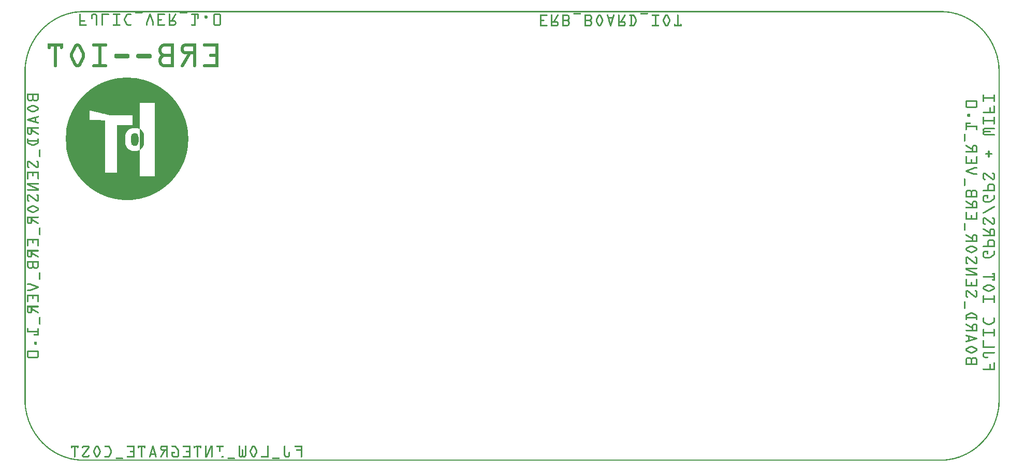
<source format=gbo>
G04 MADE WITH FRITZING*
G04 WWW.FRITZING.ORG*
G04 DOUBLE SIDED*
G04 HOLES PLATED*
G04 CONTOUR ON CENTER OF CONTOUR VECTOR*
%ASAXBY*%
%FSLAX23Y23*%
%MOIN*%
%OFA0B0*%
%SFA1.0B1.0*%
%ADD10R,0.001000X0.001000*%
%LNSILK0*%
G90*
G70*
G54D10*
X361Y2901D02*
X5918Y2901D01*
X347Y2900D02*
X5932Y2900D01*
X338Y2899D02*
X5941Y2899D01*
X330Y2898D02*
X5949Y2898D01*
X323Y2897D02*
X5956Y2897D01*
X317Y2896D02*
X5962Y2896D01*
X311Y2895D02*
X5968Y2895D01*
X306Y2894D02*
X5973Y2894D01*
X302Y2893D02*
X360Y2893D01*
X713Y2893D02*
X760Y2893D01*
X1001Y2893D02*
X1048Y2893D01*
X5919Y2893D02*
X5977Y2893D01*
X297Y2892D02*
X347Y2892D01*
X713Y2892D02*
X760Y2892D01*
X1001Y2892D02*
X1048Y2892D01*
X5932Y2892D02*
X5982Y2892D01*
X293Y2891D02*
X337Y2891D01*
X712Y2891D02*
X761Y2891D01*
X1000Y2891D02*
X1049Y2891D01*
X5942Y2891D02*
X5986Y2891D01*
X289Y2890D02*
X329Y2890D01*
X712Y2890D02*
X761Y2890D01*
X1000Y2890D02*
X1049Y2890D01*
X5950Y2890D02*
X5990Y2890D01*
X285Y2889D02*
X322Y2889D01*
X712Y2889D02*
X761Y2889D01*
X1000Y2889D02*
X1049Y2889D01*
X3537Y2889D02*
X3580Y2889D01*
X3969Y2889D02*
X4012Y2889D01*
X5957Y2889D02*
X5994Y2889D01*
X282Y2888D02*
X316Y2888D01*
X712Y2888D02*
X761Y2888D01*
X1000Y2888D02*
X1049Y2888D01*
X3535Y2888D02*
X3581Y2888D01*
X3967Y2888D02*
X4013Y2888D01*
X5963Y2888D02*
X5997Y2888D01*
X278Y2887D02*
X311Y2887D01*
X713Y2887D02*
X760Y2887D01*
X1001Y2887D02*
X1048Y2887D01*
X3535Y2887D02*
X3582Y2887D01*
X3967Y2887D02*
X4014Y2887D01*
X5968Y2887D02*
X6001Y2887D01*
X275Y2886D02*
X306Y2886D01*
X714Y2886D02*
X759Y2886D01*
X1002Y2886D02*
X1047Y2886D01*
X3534Y2886D02*
X3582Y2886D01*
X3966Y2886D02*
X4014Y2886D01*
X5973Y2886D02*
X6004Y2886D01*
X271Y2885D02*
X301Y2885D01*
X715Y2885D02*
X758Y2885D01*
X1003Y2885D02*
X1046Y2885D01*
X3534Y2885D02*
X3583Y2885D01*
X3966Y2885D02*
X4015Y2885D01*
X5978Y2885D02*
X6008Y2885D01*
X268Y2884D02*
X297Y2884D01*
X355Y2884D02*
X358Y2884D01*
X440Y2884D02*
X457Y2884D01*
X496Y2884D02*
X542Y2884D01*
X571Y2884D02*
X614Y2884D01*
X662Y2884D02*
X686Y2884D01*
X807Y2884D02*
X811Y2884D01*
X856Y2884D02*
X902Y2884D01*
X931Y2884D02*
X934Y2884D01*
X970Y2884D02*
X974Y2884D01*
X1075Y2884D02*
X1118Y2884D01*
X1223Y2884D02*
X1258Y2884D01*
X3534Y2884D02*
X3583Y2884D01*
X3966Y2884D02*
X4015Y2884D01*
X5982Y2884D02*
X6011Y2884D01*
X265Y2883D02*
X293Y2883D01*
X354Y2883D02*
X360Y2883D01*
X438Y2883D02*
X459Y2883D01*
X496Y2883D02*
X543Y2883D01*
X570Y2883D02*
X615Y2883D01*
X660Y2883D02*
X687Y2883D01*
X805Y2883D02*
X812Y2883D01*
X856Y2883D02*
X903Y2883D01*
X930Y2883D02*
X936Y2883D01*
X969Y2883D02*
X975Y2883D01*
X1074Y2883D02*
X1119Y2883D01*
X1221Y2883D02*
X1260Y2883D01*
X3534Y2883D02*
X3582Y2883D01*
X3966Y2883D02*
X4014Y2883D01*
X5986Y2883D02*
X6014Y2883D01*
X262Y2882D02*
X289Y2882D01*
X353Y2882D02*
X361Y2882D01*
X436Y2882D02*
X461Y2882D01*
X496Y2882D02*
X544Y2882D01*
X569Y2882D02*
X616Y2882D01*
X658Y2882D02*
X688Y2882D01*
X805Y2882D02*
X812Y2882D01*
X856Y2882D02*
X904Y2882D01*
X929Y2882D02*
X937Y2882D01*
X968Y2882D02*
X976Y2882D01*
X1073Y2882D02*
X1120Y2882D01*
X1220Y2882D02*
X1261Y2882D01*
X3535Y2882D02*
X3582Y2882D01*
X3967Y2882D02*
X4014Y2882D01*
X5990Y2882D02*
X6017Y2882D01*
X260Y2881D02*
X285Y2881D01*
X352Y2881D02*
X361Y2881D01*
X435Y2881D02*
X462Y2881D01*
X496Y2881D02*
X545Y2881D01*
X568Y2881D02*
X617Y2881D01*
X657Y2881D02*
X689Y2881D01*
X804Y2881D02*
X813Y2881D01*
X856Y2881D02*
X905Y2881D01*
X928Y2881D02*
X937Y2881D01*
X968Y2881D02*
X977Y2881D01*
X1072Y2881D02*
X1121Y2881D01*
X1219Y2881D02*
X1262Y2881D01*
X3535Y2881D02*
X3581Y2881D01*
X3967Y2881D02*
X4013Y2881D01*
X5994Y2881D02*
X6019Y2881D01*
X257Y2880D02*
X281Y2880D01*
X352Y2880D02*
X361Y2880D01*
X433Y2880D02*
X464Y2880D01*
X496Y2880D02*
X545Y2880D01*
X568Y2880D02*
X617Y2880D01*
X656Y2880D02*
X689Y2880D01*
X804Y2880D02*
X813Y2880D01*
X856Y2880D02*
X905Y2880D01*
X928Y2880D02*
X937Y2880D01*
X967Y2880D02*
X977Y2880D01*
X1072Y2880D02*
X1121Y2880D01*
X1218Y2880D02*
X1263Y2880D01*
X3537Y2880D02*
X3580Y2880D01*
X3969Y2880D02*
X4012Y2880D01*
X5998Y2880D02*
X6022Y2880D01*
X254Y2879D02*
X278Y2879D01*
X352Y2879D02*
X361Y2879D01*
X433Y2879D02*
X464Y2879D01*
X496Y2879D02*
X545Y2879D01*
X568Y2879D02*
X617Y2879D01*
X655Y2879D02*
X689Y2879D01*
X803Y2879D02*
X814Y2879D01*
X856Y2879D02*
X905Y2879D01*
X928Y2879D02*
X937Y2879D01*
X967Y2879D02*
X977Y2879D01*
X1072Y2879D02*
X1121Y2879D01*
X1217Y2879D02*
X1264Y2879D01*
X3318Y2879D02*
X3363Y2879D01*
X3393Y2879D02*
X3396Y2879D01*
X3433Y2879D02*
X3435Y2879D01*
X3462Y2879D02*
X3494Y2879D01*
X3606Y2879D02*
X3638Y2879D01*
X3700Y2879D02*
X3705Y2879D01*
X3753Y2879D02*
X3756Y2879D01*
X3793Y2879D02*
X3795Y2879D01*
X3825Y2879D02*
X3828Y2879D01*
X3865Y2879D02*
X3867Y2879D01*
X3897Y2879D02*
X3920Y2879D01*
X4041Y2879D02*
X4083Y2879D01*
X4132Y2879D02*
X4137Y2879D01*
X4205Y2879D02*
X4207Y2879D01*
X6001Y2879D02*
X6025Y2879D01*
X251Y2878D02*
X274Y2878D01*
X352Y2878D02*
X361Y2878D01*
X432Y2878D02*
X465Y2878D01*
X496Y2878D02*
X545Y2878D01*
X568Y2878D02*
X617Y2878D01*
X654Y2878D02*
X689Y2878D01*
X803Y2878D02*
X814Y2878D01*
X856Y2878D02*
X905Y2878D01*
X928Y2878D02*
X937Y2878D01*
X966Y2878D02*
X977Y2878D01*
X1072Y2878D02*
X1121Y2878D01*
X1217Y2878D02*
X1264Y2878D01*
X3318Y2878D02*
X3365Y2878D01*
X3392Y2878D02*
X3397Y2878D01*
X3431Y2878D02*
X3437Y2878D01*
X3462Y2878D02*
X3498Y2878D01*
X3606Y2878D02*
X3642Y2878D01*
X3697Y2878D02*
X3707Y2878D01*
X3751Y2878D02*
X3757Y2878D01*
X3791Y2878D02*
X3797Y2878D01*
X3824Y2878D02*
X3829Y2878D01*
X3863Y2878D02*
X3869Y2878D01*
X3896Y2878D02*
X3923Y2878D01*
X4040Y2878D02*
X4085Y2878D01*
X4129Y2878D02*
X4139Y2878D01*
X4203Y2878D02*
X4209Y2878D01*
X6005Y2878D02*
X6028Y2878D01*
X248Y2877D02*
X271Y2877D01*
X352Y2877D02*
X361Y2877D01*
X431Y2877D02*
X466Y2877D01*
X496Y2877D02*
X544Y2877D01*
X569Y2877D02*
X616Y2877D01*
X653Y2877D02*
X688Y2877D01*
X803Y2877D02*
X814Y2877D01*
X856Y2877D02*
X904Y2877D01*
X928Y2877D02*
X937Y2877D01*
X965Y2877D02*
X976Y2877D01*
X1073Y2877D02*
X1121Y2877D01*
X1216Y2877D02*
X1265Y2877D01*
X3318Y2877D02*
X3366Y2877D01*
X3391Y2877D02*
X3398Y2877D01*
X3430Y2877D02*
X3438Y2877D01*
X3462Y2877D02*
X3500Y2877D01*
X3606Y2877D02*
X3644Y2877D01*
X3695Y2877D02*
X3709Y2877D01*
X3750Y2877D02*
X3758Y2877D01*
X3790Y2877D02*
X3798Y2877D01*
X3823Y2877D02*
X3830Y2877D01*
X3862Y2877D02*
X3870Y2877D01*
X3895Y2877D02*
X3925Y2877D01*
X4039Y2877D02*
X4086Y2877D01*
X4127Y2877D02*
X4141Y2877D01*
X4203Y2877D02*
X4210Y2877D01*
X6008Y2877D02*
X6031Y2877D01*
X246Y2876D02*
X268Y2876D01*
X352Y2876D02*
X361Y2876D01*
X431Y2876D02*
X466Y2876D01*
X496Y2876D02*
X543Y2876D01*
X570Y2876D02*
X615Y2876D01*
X653Y2876D02*
X687Y2876D01*
X802Y2876D02*
X815Y2876D01*
X856Y2876D02*
X903Y2876D01*
X928Y2876D02*
X937Y2876D01*
X965Y2876D02*
X976Y2876D01*
X1074Y2876D02*
X1121Y2876D01*
X1216Y2876D02*
X1265Y2876D01*
X3318Y2876D02*
X3366Y2876D01*
X3390Y2876D02*
X3399Y2876D01*
X3430Y2876D02*
X3438Y2876D01*
X3462Y2876D02*
X3501Y2876D01*
X3606Y2876D02*
X3645Y2876D01*
X3694Y2876D02*
X3710Y2876D01*
X3750Y2876D02*
X3759Y2876D01*
X3790Y2876D02*
X3798Y2876D01*
X3822Y2876D02*
X3831Y2876D01*
X3862Y2876D02*
X3870Y2876D01*
X3894Y2876D02*
X3926Y2876D01*
X4038Y2876D02*
X4086Y2876D01*
X4126Y2876D02*
X4142Y2876D01*
X4202Y2876D02*
X4210Y2876D01*
X6011Y2876D02*
X6033Y2876D01*
X243Y2875D02*
X265Y2875D01*
X352Y2875D02*
X361Y2875D01*
X430Y2875D02*
X467Y2875D01*
X496Y2875D02*
X542Y2875D01*
X571Y2875D02*
X614Y2875D01*
X652Y2875D02*
X686Y2875D01*
X802Y2875D02*
X815Y2875D01*
X856Y2875D02*
X902Y2875D01*
X928Y2875D02*
X937Y2875D01*
X964Y2875D02*
X975Y2875D01*
X1075Y2875D02*
X1121Y2875D01*
X1216Y2875D02*
X1265Y2875D01*
X3318Y2875D02*
X3367Y2875D01*
X3390Y2875D02*
X3399Y2875D01*
X3429Y2875D02*
X3439Y2875D01*
X3462Y2875D02*
X3503Y2875D01*
X3606Y2875D02*
X3647Y2875D01*
X3693Y2875D02*
X3711Y2875D01*
X3750Y2875D02*
X3759Y2875D01*
X3790Y2875D02*
X3799Y2875D01*
X3822Y2875D02*
X3831Y2875D01*
X3861Y2875D02*
X3870Y2875D01*
X3894Y2875D02*
X3927Y2875D01*
X4038Y2875D02*
X4086Y2875D01*
X4125Y2875D02*
X4143Y2875D01*
X4202Y2875D02*
X4211Y2875D01*
X6014Y2875D02*
X6036Y2875D01*
X241Y2874D02*
X262Y2874D01*
X352Y2874D02*
X361Y2874D01*
X430Y2874D02*
X441Y2874D01*
X456Y2874D02*
X467Y2874D01*
X496Y2874D02*
X505Y2874D01*
X588Y2874D02*
X597Y2874D01*
X652Y2874D02*
X663Y2874D01*
X801Y2874D02*
X816Y2874D01*
X856Y2874D02*
X865Y2874D01*
X928Y2874D02*
X937Y2874D01*
X964Y2874D02*
X974Y2874D01*
X1092Y2874D02*
X1101Y2874D01*
X1112Y2874D02*
X1121Y2874D01*
X1216Y2874D02*
X1225Y2874D01*
X1256Y2874D02*
X1265Y2874D01*
X3318Y2874D02*
X3367Y2874D01*
X3390Y2874D02*
X3399Y2874D01*
X3428Y2874D02*
X3439Y2874D01*
X3462Y2874D02*
X3504Y2874D01*
X3606Y2874D02*
X3648Y2874D01*
X3692Y2874D02*
X3712Y2874D01*
X3750Y2874D02*
X3759Y2874D01*
X3789Y2874D02*
X3799Y2874D01*
X3822Y2874D02*
X3831Y2874D01*
X3860Y2874D02*
X3871Y2874D01*
X3894Y2874D02*
X3928Y2874D01*
X4038Y2874D02*
X4087Y2874D01*
X4124Y2874D02*
X4144Y2874D01*
X4202Y2874D02*
X4211Y2874D01*
X6017Y2874D02*
X6038Y2874D01*
X239Y2873D02*
X259Y2873D01*
X352Y2873D02*
X361Y2873D01*
X430Y2873D02*
X440Y2873D01*
X457Y2873D02*
X468Y2873D01*
X496Y2873D02*
X505Y2873D01*
X588Y2873D02*
X597Y2873D01*
X651Y2873D02*
X662Y2873D01*
X801Y2873D02*
X816Y2873D01*
X856Y2873D02*
X865Y2873D01*
X928Y2873D02*
X937Y2873D01*
X963Y2873D02*
X974Y2873D01*
X1092Y2873D02*
X1101Y2873D01*
X1112Y2873D02*
X1121Y2873D01*
X1216Y2873D02*
X1225Y2873D01*
X1256Y2873D02*
X1265Y2873D01*
X3318Y2873D02*
X3366Y2873D01*
X3390Y2873D02*
X3399Y2873D01*
X3428Y2873D02*
X3438Y2873D01*
X3462Y2873D02*
X3505Y2873D01*
X3606Y2873D02*
X3649Y2873D01*
X3692Y2873D02*
X3713Y2873D01*
X3750Y2873D02*
X3759Y2873D01*
X3789Y2873D02*
X3798Y2873D01*
X3822Y2873D02*
X3831Y2873D01*
X3860Y2873D02*
X3870Y2873D01*
X3894Y2873D02*
X3929Y2873D01*
X4038Y2873D02*
X4086Y2873D01*
X4123Y2873D02*
X4145Y2873D01*
X4202Y2873D02*
X4211Y2873D01*
X6020Y2873D02*
X6040Y2873D01*
X236Y2872D02*
X257Y2872D01*
X352Y2872D02*
X361Y2872D01*
X429Y2872D02*
X439Y2872D01*
X458Y2872D02*
X468Y2872D01*
X496Y2872D02*
X505Y2872D01*
X588Y2872D02*
X597Y2872D01*
X651Y2872D02*
X661Y2872D01*
X801Y2872D02*
X816Y2872D01*
X856Y2872D02*
X865Y2872D01*
X928Y2872D02*
X937Y2872D01*
X963Y2872D02*
X973Y2872D01*
X1092Y2872D02*
X1101Y2872D01*
X1112Y2872D02*
X1121Y2872D01*
X1216Y2872D02*
X1225Y2872D01*
X1256Y2872D02*
X1265Y2872D01*
X3318Y2872D02*
X3366Y2872D01*
X3390Y2872D02*
X3399Y2872D01*
X3427Y2872D02*
X3438Y2872D01*
X3462Y2872D02*
X3506Y2872D01*
X3606Y2872D02*
X3650Y2872D01*
X3691Y2872D02*
X3714Y2872D01*
X3750Y2872D02*
X3760Y2872D01*
X3789Y2872D02*
X3798Y2872D01*
X3822Y2872D02*
X3831Y2872D01*
X3859Y2872D02*
X3870Y2872D01*
X3894Y2872D02*
X3930Y2872D01*
X4038Y2872D02*
X4086Y2872D01*
X4123Y2872D02*
X4145Y2872D01*
X4202Y2872D02*
X4211Y2872D01*
X6022Y2872D02*
X6043Y2872D01*
X234Y2871D02*
X254Y2871D01*
X352Y2871D02*
X361Y2871D01*
X429Y2871D02*
X438Y2871D01*
X459Y2871D02*
X468Y2871D01*
X496Y2871D02*
X505Y2871D01*
X588Y2871D02*
X597Y2871D01*
X650Y2871D02*
X661Y2871D01*
X800Y2871D02*
X817Y2871D01*
X856Y2871D02*
X865Y2871D01*
X928Y2871D02*
X937Y2871D01*
X962Y2871D02*
X973Y2871D01*
X1092Y2871D02*
X1101Y2871D01*
X1112Y2871D02*
X1121Y2871D01*
X1161Y2871D02*
X1176Y2871D01*
X1216Y2871D02*
X1225Y2871D01*
X1256Y2871D02*
X1265Y2871D01*
X3318Y2871D02*
X3365Y2871D01*
X3390Y2871D02*
X3399Y2871D01*
X3427Y2871D02*
X3438Y2871D01*
X3462Y2871D02*
X3507Y2871D01*
X3606Y2871D02*
X3651Y2871D01*
X3690Y2871D02*
X3714Y2871D01*
X3750Y2871D02*
X3760Y2871D01*
X3788Y2871D02*
X3798Y2871D01*
X3822Y2871D02*
X3831Y2871D01*
X3859Y2871D02*
X3869Y2871D01*
X3895Y2871D02*
X3930Y2871D01*
X4039Y2871D02*
X4085Y2871D01*
X4122Y2871D02*
X4146Y2871D01*
X4202Y2871D02*
X4211Y2871D01*
X6025Y2871D02*
X6045Y2871D01*
X231Y2870D02*
X251Y2870D01*
X352Y2870D02*
X361Y2870D01*
X429Y2870D02*
X438Y2870D01*
X459Y2870D02*
X468Y2870D01*
X496Y2870D02*
X505Y2870D01*
X588Y2870D02*
X597Y2870D01*
X650Y2870D02*
X660Y2870D01*
X800Y2870D02*
X817Y2870D01*
X856Y2870D02*
X865Y2870D01*
X928Y2870D02*
X937Y2870D01*
X961Y2870D02*
X972Y2870D01*
X1092Y2870D02*
X1101Y2870D01*
X1112Y2870D02*
X1121Y2870D01*
X1160Y2870D02*
X1177Y2870D01*
X1216Y2870D02*
X1225Y2870D01*
X1256Y2870D02*
X1265Y2870D01*
X3318Y2870D02*
X3364Y2870D01*
X3390Y2870D02*
X3399Y2870D01*
X3426Y2870D02*
X3437Y2870D01*
X3462Y2870D02*
X3507Y2870D01*
X3606Y2870D02*
X3651Y2870D01*
X3690Y2870D02*
X3715Y2870D01*
X3751Y2870D02*
X3760Y2870D01*
X3788Y2870D02*
X3797Y2870D01*
X3822Y2870D02*
X3831Y2870D01*
X3858Y2870D02*
X3869Y2870D01*
X3896Y2870D02*
X3931Y2870D01*
X4040Y2870D02*
X4084Y2870D01*
X4122Y2870D02*
X4146Y2870D01*
X4202Y2870D02*
X4211Y2870D01*
X6028Y2870D02*
X6048Y2870D01*
X229Y2869D02*
X249Y2869D01*
X352Y2869D02*
X361Y2869D01*
X429Y2869D02*
X438Y2869D01*
X459Y2869D02*
X468Y2869D01*
X496Y2869D02*
X505Y2869D01*
X588Y2869D02*
X597Y2869D01*
X649Y2869D02*
X659Y2869D01*
X799Y2869D02*
X818Y2869D01*
X856Y2869D02*
X865Y2869D01*
X928Y2869D02*
X937Y2869D01*
X961Y2869D02*
X972Y2869D01*
X1092Y2869D02*
X1101Y2869D01*
X1112Y2869D02*
X1121Y2869D01*
X1159Y2869D02*
X1177Y2869D01*
X1216Y2869D02*
X1225Y2869D01*
X1256Y2869D02*
X1265Y2869D01*
X3318Y2869D02*
X3327Y2869D01*
X3390Y2869D02*
X3399Y2869D01*
X3426Y2869D02*
X3436Y2869D01*
X3462Y2869D02*
X3471Y2869D01*
X3494Y2869D02*
X3508Y2869D01*
X3606Y2869D02*
X3615Y2869D01*
X3638Y2869D02*
X3652Y2869D01*
X3689Y2869D02*
X3700Y2869D01*
X3704Y2869D02*
X3715Y2869D01*
X3751Y2869D02*
X3761Y2869D01*
X3788Y2869D02*
X3797Y2869D01*
X3822Y2869D02*
X3831Y2869D01*
X3858Y2869D02*
X3868Y2869D01*
X3904Y2869D02*
X3913Y2869D01*
X3919Y2869D02*
X3931Y2869D01*
X4057Y2869D02*
X4067Y2869D01*
X4121Y2869D02*
X4132Y2869D01*
X4136Y2869D02*
X4147Y2869D01*
X4202Y2869D02*
X4211Y2869D01*
X6030Y2869D02*
X6050Y2869D01*
X227Y2868D02*
X246Y2868D01*
X352Y2868D02*
X361Y2868D01*
X429Y2868D02*
X438Y2868D01*
X459Y2868D02*
X468Y2868D01*
X496Y2868D02*
X505Y2868D01*
X588Y2868D02*
X597Y2868D01*
X649Y2868D02*
X659Y2868D01*
X799Y2868D02*
X818Y2868D01*
X856Y2868D02*
X865Y2868D01*
X928Y2868D02*
X937Y2868D01*
X960Y2868D02*
X971Y2868D01*
X1092Y2868D02*
X1101Y2868D01*
X1112Y2868D02*
X1121Y2868D01*
X1159Y2868D02*
X1178Y2868D01*
X1216Y2868D02*
X1225Y2868D01*
X1256Y2868D02*
X1265Y2868D01*
X3318Y2868D02*
X3327Y2868D01*
X3390Y2868D02*
X3399Y2868D01*
X3425Y2868D02*
X3436Y2868D01*
X3462Y2868D02*
X3471Y2868D01*
X3496Y2868D02*
X3509Y2868D01*
X3606Y2868D02*
X3615Y2868D01*
X3640Y2868D02*
X3652Y2868D01*
X3689Y2868D02*
X3699Y2868D01*
X3705Y2868D02*
X3716Y2868D01*
X3751Y2868D02*
X3761Y2868D01*
X3787Y2868D02*
X3797Y2868D01*
X3822Y2868D02*
X3831Y2868D01*
X3857Y2868D02*
X3868Y2868D01*
X3904Y2868D02*
X3913Y2868D01*
X3921Y2868D02*
X3932Y2868D01*
X4058Y2868D02*
X4067Y2868D01*
X4121Y2868D02*
X4131Y2868D01*
X4137Y2868D02*
X4147Y2868D01*
X4202Y2868D02*
X4211Y2868D01*
X6033Y2868D02*
X6052Y2868D01*
X225Y2867D02*
X244Y2867D01*
X352Y2867D02*
X361Y2867D01*
X429Y2867D02*
X438Y2867D01*
X459Y2867D02*
X468Y2867D01*
X496Y2867D02*
X505Y2867D01*
X588Y2867D02*
X597Y2867D01*
X648Y2867D02*
X658Y2867D01*
X799Y2867D02*
X818Y2867D01*
X856Y2867D02*
X865Y2867D01*
X928Y2867D02*
X937Y2867D01*
X960Y2867D02*
X970Y2867D01*
X1092Y2867D02*
X1101Y2867D01*
X1112Y2867D02*
X1121Y2867D01*
X1159Y2867D02*
X1178Y2867D01*
X1216Y2867D02*
X1225Y2867D01*
X1256Y2867D02*
X1265Y2867D01*
X3318Y2867D02*
X3327Y2867D01*
X3390Y2867D02*
X3399Y2867D01*
X3424Y2867D02*
X3435Y2867D01*
X3462Y2867D02*
X3471Y2867D01*
X3498Y2867D02*
X3509Y2867D01*
X3606Y2867D02*
X3615Y2867D01*
X3642Y2867D02*
X3653Y2867D01*
X3688Y2867D02*
X3699Y2867D01*
X3706Y2867D02*
X3716Y2867D01*
X3752Y2867D02*
X3761Y2867D01*
X3787Y2867D02*
X3797Y2867D01*
X3822Y2867D02*
X3831Y2867D01*
X3856Y2867D02*
X3867Y2867D01*
X3904Y2867D02*
X3913Y2867D01*
X3921Y2867D02*
X3932Y2867D01*
X4058Y2867D02*
X4067Y2867D01*
X4120Y2867D02*
X4131Y2867D01*
X4138Y2867D02*
X4148Y2867D01*
X4202Y2867D02*
X4211Y2867D01*
X6035Y2867D02*
X6054Y2867D01*
X223Y2866D02*
X241Y2866D01*
X352Y2866D02*
X361Y2866D01*
X429Y2866D02*
X438Y2866D01*
X459Y2866D02*
X468Y2866D01*
X496Y2866D02*
X505Y2866D01*
X588Y2866D02*
X597Y2866D01*
X647Y2866D02*
X658Y2866D01*
X798Y2866D02*
X819Y2866D01*
X856Y2866D02*
X865Y2866D01*
X928Y2866D02*
X937Y2866D01*
X959Y2866D02*
X970Y2866D01*
X1092Y2866D02*
X1101Y2866D01*
X1112Y2866D02*
X1121Y2866D01*
X1159Y2866D02*
X1178Y2866D01*
X1216Y2866D02*
X1225Y2866D01*
X1256Y2866D02*
X1265Y2866D01*
X3318Y2866D02*
X3327Y2866D01*
X3390Y2866D02*
X3399Y2866D01*
X3424Y2866D02*
X3435Y2866D01*
X3462Y2866D02*
X3471Y2866D01*
X3499Y2866D02*
X3509Y2866D01*
X3606Y2866D02*
X3615Y2866D01*
X3643Y2866D02*
X3653Y2866D01*
X3688Y2866D02*
X3698Y2866D01*
X3706Y2866D02*
X3717Y2866D01*
X3752Y2866D02*
X3761Y2866D01*
X3787Y2866D02*
X3796Y2866D01*
X3822Y2866D02*
X3831Y2866D01*
X3856Y2866D02*
X3867Y2866D01*
X3904Y2866D02*
X3913Y2866D01*
X3922Y2866D02*
X3933Y2866D01*
X4058Y2866D02*
X4067Y2866D01*
X4120Y2866D02*
X4130Y2866D01*
X4138Y2866D02*
X4148Y2866D01*
X4202Y2866D02*
X4211Y2866D01*
X6038Y2866D02*
X6056Y2866D01*
X221Y2865D02*
X239Y2865D01*
X352Y2865D02*
X361Y2865D01*
X429Y2865D02*
X438Y2865D01*
X459Y2865D02*
X468Y2865D01*
X496Y2865D02*
X505Y2865D01*
X588Y2865D02*
X597Y2865D01*
X647Y2865D02*
X657Y2865D01*
X798Y2865D02*
X819Y2865D01*
X856Y2865D02*
X865Y2865D01*
X928Y2865D02*
X937Y2865D01*
X958Y2865D02*
X969Y2865D01*
X1092Y2865D02*
X1101Y2865D01*
X1112Y2865D02*
X1121Y2865D01*
X1159Y2865D02*
X1178Y2865D01*
X1216Y2865D02*
X1225Y2865D01*
X1256Y2865D02*
X1265Y2865D01*
X3318Y2865D02*
X3327Y2865D01*
X3390Y2865D02*
X3399Y2865D01*
X3423Y2865D02*
X3434Y2865D01*
X3462Y2865D02*
X3471Y2865D01*
X3500Y2865D02*
X3510Y2865D01*
X3606Y2865D02*
X3615Y2865D01*
X3644Y2865D02*
X3654Y2865D01*
X3687Y2865D02*
X3698Y2865D01*
X3707Y2865D02*
X3717Y2865D01*
X3752Y2865D02*
X3762Y2865D01*
X3787Y2865D02*
X3796Y2865D01*
X3822Y2865D02*
X3831Y2865D01*
X3855Y2865D02*
X3866Y2865D01*
X3904Y2865D02*
X3913Y2865D01*
X3923Y2865D02*
X3933Y2865D01*
X4058Y2865D02*
X4067Y2865D01*
X4119Y2865D02*
X4130Y2865D01*
X4139Y2865D02*
X4149Y2865D01*
X4202Y2865D02*
X4211Y2865D01*
X6040Y2865D02*
X6058Y2865D01*
X219Y2864D02*
X236Y2864D01*
X352Y2864D02*
X361Y2864D01*
X429Y2864D02*
X438Y2864D01*
X459Y2864D02*
X468Y2864D01*
X496Y2864D02*
X505Y2864D01*
X588Y2864D02*
X597Y2864D01*
X646Y2864D02*
X657Y2864D01*
X797Y2864D02*
X807Y2864D01*
X810Y2864D02*
X820Y2864D01*
X856Y2864D02*
X865Y2864D01*
X928Y2864D02*
X937Y2864D01*
X958Y2864D02*
X969Y2864D01*
X1092Y2864D02*
X1101Y2864D01*
X1112Y2864D02*
X1121Y2864D01*
X1159Y2864D02*
X1178Y2864D01*
X1216Y2864D02*
X1225Y2864D01*
X1256Y2864D02*
X1265Y2864D01*
X3318Y2864D02*
X3327Y2864D01*
X3390Y2864D02*
X3399Y2864D01*
X3423Y2864D02*
X3433Y2864D01*
X3462Y2864D02*
X3471Y2864D01*
X3500Y2864D02*
X3510Y2864D01*
X3606Y2864D02*
X3615Y2864D01*
X3644Y2864D02*
X3654Y2864D01*
X3687Y2864D02*
X3697Y2864D01*
X3707Y2864D02*
X3718Y2864D01*
X3753Y2864D02*
X3762Y2864D01*
X3786Y2864D02*
X3796Y2864D01*
X3822Y2864D02*
X3831Y2864D01*
X3855Y2864D02*
X3865Y2864D01*
X3904Y2864D02*
X3913Y2864D01*
X3923Y2864D02*
X3934Y2864D01*
X4058Y2864D02*
X4067Y2864D01*
X4119Y2864D02*
X4129Y2864D01*
X4139Y2864D02*
X4149Y2864D01*
X4202Y2864D02*
X4211Y2864D01*
X6043Y2864D02*
X6060Y2864D01*
X216Y2863D02*
X234Y2863D01*
X352Y2863D02*
X361Y2863D01*
X429Y2863D02*
X438Y2863D01*
X459Y2863D02*
X468Y2863D01*
X496Y2863D02*
X505Y2863D01*
X588Y2863D02*
X597Y2863D01*
X646Y2863D02*
X656Y2863D01*
X797Y2863D02*
X807Y2863D01*
X810Y2863D02*
X820Y2863D01*
X856Y2863D02*
X865Y2863D01*
X928Y2863D02*
X937Y2863D01*
X957Y2863D02*
X968Y2863D01*
X1092Y2863D02*
X1101Y2863D01*
X1112Y2863D02*
X1121Y2863D01*
X1159Y2863D02*
X1178Y2863D01*
X1216Y2863D02*
X1225Y2863D01*
X1256Y2863D02*
X1265Y2863D01*
X3318Y2863D02*
X3327Y2863D01*
X3390Y2863D02*
X3399Y2863D01*
X3422Y2863D02*
X3433Y2863D01*
X3462Y2863D02*
X3471Y2863D01*
X3501Y2863D02*
X3510Y2863D01*
X3606Y2863D02*
X3615Y2863D01*
X3645Y2863D02*
X3654Y2863D01*
X3686Y2863D02*
X3697Y2863D01*
X3708Y2863D02*
X3718Y2863D01*
X3753Y2863D02*
X3762Y2863D01*
X3786Y2863D02*
X3795Y2863D01*
X3822Y2863D02*
X3831Y2863D01*
X3854Y2863D02*
X3865Y2863D01*
X3904Y2863D02*
X3913Y2863D01*
X3924Y2863D02*
X3934Y2863D01*
X4058Y2863D02*
X4067Y2863D01*
X4118Y2863D02*
X4129Y2863D01*
X4140Y2863D02*
X4150Y2863D01*
X4202Y2863D02*
X4211Y2863D01*
X6045Y2863D02*
X6063Y2863D01*
X214Y2862D02*
X232Y2862D01*
X352Y2862D02*
X361Y2862D01*
X429Y2862D02*
X438Y2862D01*
X459Y2862D02*
X468Y2862D01*
X496Y2862D02*
X505Y2862D01*
X588Y2862D02*
X597Y2862D01*
X645Y2862D02*
X656Y2862D01*
X797Y2862D02*
X807Y2862D01*
X810Y2862D02*
X820Y2862D01*
X856Y2862D02*
X865Y2862D01*
X928Y2862D02*
X937Y2862D01*
X957Y2862D02*
X967Y2862D01*
X1092Y2862D02*
X1101Y2862D01*
X1112Y2862D02*
X1121Y2862D01*
X1159Y2862D02*
X1178Y2862D01*
X1216Y2862D02*
X1225Y2862D01*
X1256Y2862D02*
X1265Y2862D01*
X3318Y2862D02*
X3327Y2862D01*
X3390Y2862D02*
X3399Y2862D01*
X3421Y2862D02*
X3432Y2862D01*
X3462Y2862D02*
X3471Y2862D01*
X3501Y2862D02*
X3510Y2862D01*
X3606Y2862D02*
X3615Y2862D01*
X3645Y2862D02*
X3654Y2862D01*
X3686Y2862D02*
X3696Y2862D01*
X3708Y2862D02*
X3719Y2862D01*
X3753Y2862D02*
X3795Y2862D01*
X3822Y2862D02*
X3831Y2862D01*
X3853Y2862D02*
X3864Y2862D01*
X3904Y2862D02*
X3913Y2862D01*
X3924Y2862D02*
X3935Y2862D01*
X4058Y2862D02*
X4067Y2862D01*
X4118Y2862D02*
X4128Y2862D01*
X4140Y2862D02*
X4150Y2862D01*
X4202Y2862D02*
X4211Y2862D01*
X6047Y2862D02*
X6065Y2862D01*
X213Y2861D02*
X230Y2861D01*
X352Y2861D02*
X361Y2861D01*
X429Y2861D02*
X438Y2861D01*
X459Y2861D02*
X468Y2861D01*
X496Y2861D02*
X505Y2861D01*
X588Y2861D02*
X597Y2861D01*
X645Y2861D02*
X655Y2861D01*
X796Y2861D02*
X806Y2861D01*
X811Y2861D02*
X821Y2861D01*
X856Y2861D02*
X865Y2861D01*
X928Y2861D02*
X937Y2861D01*
X956Y2861D02*
X967Y2861D01*
X1092Y2861D02*
X1101Y2861D01*
X1112Y2861D02*
X1121Y2861D01*
X1159Y2861D02*
X1178Y2861D01*
X1216Y2861D02*
X1225Y2861D01*
X1256Y2861D02*
X1265Y2861D01*
X3318Y2861D02*
X3327Y2861D01*
X3390Y2861D02*
X3399Y2861D01*
X3421Y2861D02*
X3432Y2861D01*
X3462Y2861D02*
X3471Y2861D01*
X3501Y2861D02*
X3510Y2861D01*
X3606Y2861D02*
X3615Y2861D01*
X3645Y2861D02*
X3654Y2861D01*
X3685Y2861D02*
X3696Y2861D01*
X3709Y2861D02*
X3719Y2861D01*
X3753Y2861D02*
X3795Y2861D01*
X3822Y2861D02*
X3831Y2861D01*
X3853Y2861D02*
X3864Y2861D01*
X3904Y2861D02*
X3913Y2861D01*
X3925Y2861D02*
X3935Y2861D01*
X4058Y2861D02*
X4067Y2861D01*
X4117Y2861D02*
X4128Y2861D01*
X4141Y2861D02*
X4151Y2861D01*
X4202Y2861D02*
X4211Y2861D01*
X6049Y2861D02*
X6066Y2861D01*
X211Y2860D02*
X228Y2860D01*
X352Y2860D02*
X361Y2860D01*
X429Y2860D02*
X438Y2860D01*
X459Y2860D02*
X468Y2860D01*
X496Y2860D02*
X505Y2860D01*
X588Y2860D02*
X597Y2860D01*
X645Y2860D02*
X655Y2860D01*
X796Y2860D02*
X806Y2860D01*
X811Y2860D02*
X821Y2860D01*
X856Y2860D02*
X865Y2860D01*
X928Y2860D02*
X937Y2860D01*
X956Y2860D02*
X966Y2860D01*
X1092Y2860D02*
X1101Y2860D01*
X1112Y2860D02*
X1121Y2860D01*
X1159Y2860D02*
X1178Y2860D01*
X1216Y2860D02*
X1225Y2860D01*
X1256Y2860D02*
X1265Y2860D01*
X3318Y2860D02*
X3327Y2860D01*
X3390Y2860D02*
X3399Y2860D01*
X3420Y2860D02*
X3431Y2860D01*
X3462Y2860D02*
X3471Y2860D01*
X3501Y2860D02*
X3511Y2860D01*
X3606Y2860D02*
X3615Y2860D01*
X3645Y2860D02*
X3655Y2860D01*
X3685Y2860D02*
X3695Y2860D01*
X3709Y2860D02*
X3719Y2860D01*
X3754Y2860D02*
X3795Y2860D01*
X3822Y2860D02*
X3831Y2860D01*
X3852Y2860D02*
X3863Y2860D01*
X3904Y2860D02*
X3913Y2860D01*
X3925Y2860D02*
X3936Y2860D01*
X4058Y2860D02*
X4067Y2860D01*
X4117Y2860D02*
X4127Y2860D01*
X4141Y2860D02*
X4151Y2860D01*
X4202Y2860D02*
X4211Y2860D01*
X6051Y2860D02*
X6068Y2860D01*
X209Y2859D02*
X225Y2859D01*
X352Y2859D02*
X361Y2859D01*
X429Y2859D02*
X438Y2859D01*
X459Y2859D02*
X468Y2859D01*
X496Y2859D02*
X505Y2859D01*
X588Y2859D02*
X597Y2859D01*
X644Y2859D02*
X654Y2859D01*
X796Y2859D02*
X806Y2859D01*
X812Y2859D02*
X822Y2859D01*
X856Y2859D02*
X865Y2859D01*
X928Y2859D02*
X937Y2859D01*
X955Y2859D02*
X966Y2859D01*
X1092Y2859D02*
X1101Y2859D01*
X1112Y2859D02*
X1121Y2859D01*
X1159Y2859D02*
X1178Y2859D01*
X1216Y2859D02*
X1225Y2859D01*
X1256Y2859D02*
X1265Y2859D01*
X3318Y2859D02*
X3327Y2859D01*
X3390Y2859D02*
X3399Y2859D01*
X3420Y2859D02*
X3431Y2859D01*
X3462Y2859D02*
X3471Y2859D01*
X3502Y2859D02*
X3511Y2859D01*
X3606Y2859D02*
X3615Y2859D01*
X3646Y2859D02*
X3655Y2859D01*
X3684Y2859D02*
X3695Y2859D01*
X3710Y2859D02*
X3720Y2859D01*
X3754Y2859D02*
X3794Y2859D01*
X3822Y2859D02*
X3831Y2859D01*
X3852Y2859D02*
X3862Y2859D01*
X3904Y2859D02*
X3913Y2859D01*
X3926Y2859D02*
X3936Y2859D01*
X4058Y2859D02*
X4067Y2859D01*
X4116Y2859D02*
X4127Y2859D01*
X4142Y2859D02*
X4152Y2859D01*
X4202Y2859D02*
X4211Y2859D01*
X6054Y2859D02*
X6070Y2859D01*
X207Y2858D02*
X223Y2858D01*
X352Y2858D02*
X361Y2858D01*
X429Y2858D02*
X438Y2858D01*
X459Y2858D02*
X468Y2858D01*
X496Y2858D02*
X505Y2858D01*
X588Y2858D02*
X597Y2858D01*
X644Y2858D02*
X654Y2858D01*
X795Y2858D02*
X805Y2858D01*
X812Y2858D02*
X822Y2858D01*
X856Y2858D02*
X865Y2858D01*
X928Y2858D02*
X937Y2858D01*
X954Y2858D02*
X965Y2858D01*
X1092Y2858D02*
X1101Y2858D01*
X1112Y2858D02*
X1121Y2858D01*
X1159Y2858D02*
X1178Y2858D01*
X1216Y2858D02*
X1225Y2858D01*
X1256Y2858D02*
X1265Y2858D01*
X3318Y2858D02*
X3327Y2858D01*
X3390Y2858D02*
X3399Y2858D01*
X3419Y2858D02*
X3430Y2858D01*
X3462Y2858D02*
X3471Y2858D01*
X3502Y2858D02*
X3511Y2858D01*
X3606Y2858D02*
X3615Y2858D01*
X3646Y2858D02*
X3655Y2858D01*
X3684Y2858D02*
X3694Y2858D01*
X3710Y2858D02*
X3720Y2858D01*
X3754Y2858D02*
X3794Y2858D01*
X3822Y2858D02*
X3831Y2858D01*
X3851Y2858D02*
X3862Y2858D01*
X3904Y2858D02*
X3913Y2858D01*
X3926Y2858D02*
X3936Y2858D01*
X4058Y2858D02*
X4067Y2858D01*
X4116Y2858D02*
X4126Y2858D01*
X4142Y2858D02*
X4152Y2858D01*
X4202Y2858D02*
X4211Y2858D01*
X6056Y2858D02*
X6072Y2858D01*
X205Y2857D02*
X221Y2857D01*
X352Y2857D02*
X361Y2857D01*
X429Y2857D02*
X438Y2857D01*
X459Y2857D02*
X468Y2857D01*
X496Y2857D02*
X505Y2857D01*
X588Y2857D02*
X597Y2857D01*
X643Y2857D02*
X653Y2857D01*
X795Y2857D02*
X805Y2857D01*
X812Y2857D02*
X822Y2857D01*
X856Y2857D02*
X865Y2857D01*
X928Y2857D02*
X937Y2857D01*
X954Y2857D02*
X965Y2857D01*
X1092Y2857D02*
X1101Y2857D01*
X1112Y2857D02*
X1121Y2857D01*
X1159Y2857D02*
X1178Y2857D01*
X1216Y2857D02*
X1225Y2857D01*
X1256Y2857D02*
X1265Y2857D01*
X3318Y2857D02*
X3327Y2857D01*
X3390Y2857D02*
X3399Y2857D01*
X3419Y2857D02*
X3429Y2857D01*
X3462Y2857D02*
X3471Y2857D01*
X3502Y2857D02*
X3511Y2857D01*
X3606Y2857D02*
X3615Y2857D01*
X3646Y2857D02*
X3655Y2857D01*
X3683Y2857D02*
X3694Y2857D01*
X3711Y2857D02*
X3721Y2857D01*
X3755Y2857D02*
X3794Y2857D01*
X3822Y2857D02*
X3831Y2857D01*
X3851Y2857D02*
X3861Y2857D01*
X3904Y2857D02*
X3913Y2857D01*
X3927Y2857D02*
X3937Y2857D01*
X4058Y2857D02*
X4067Y2857D01*
X4115Y2857D02*
X4126Y2857D01*
X4143Y2857D02*
X4153Y2857D01*
X4202Y2857D02*
X4211Y2857D01*
X6058Y2857D02*
X6074Y2857D01*
X203Y2856D02*
X219Y2856D01*
X352Y2856D02*
X361Y2856D01*
X429Y2856D02*
X438Y2856D01*
X459Y2856D02*
X468Y2856D01*
X496Y2856D02*
X505Y2856D01*
X588Y2856D02*
X597Y2856D01*
X643Y2856D02*
X653Y2856D01*
X794Y2856D02*
X804Y2856D01*
X813Y2856D02*
X823Y2856D01*
X856Y2856D02*
X865Y2856D01*
X928Y2856D02*
X937Y2856D01*
X953Y2856D02*
X964Y2856D01*
X1092Y2856D02*
X1101Y2856D01*
X1112Y2856D02*
X1121Y2856D01*
X1160Y2856D02*
X1177Y2856D01*
X1216Y2856D02*
X1225Y2856D01*
X1256Y2856D02*
X1265Y2856D01*
X3318Y2856D02*
X3327Y2856D01*
X3390Y2856D02*
X3399Y2856D01*
X3418Y2856D02*
X3429Y2856D01*
X3462Y2856D02*
X3471Y2856D01*
X3502Y2856D02*
X3511Y2856D01*
X3606Y2856D02*
X3615Y2856D01*
X3646Y2856D02*
X3655Y2856D01*
X3683Y2856D02*
X3693Y2856D01*
X3711Y2856D02*
X3721Y2856D01*
X3755Y2856D02*
X3793Y2856D01*
X3822Y2856D02*
X3831Y2856D01*
X3850Y2856D02*
X3861Y2856D01*
X3904Y2856D02*
X3913Y2856D01*
X3927Y2856D02*
X3937Y2856D01*
X4058Y2856D02*
X4067Y2856D01*
X4115Y2856D02*
X4125Y2856D01*
X4143Y2856D02*
X4153Y2856D01*
X4202Y2856D02*
X4211Y2856D01*
X6060Y2856D02*
X6076Y2856D01*
X201Y2855D02*
X217Y2855D01*
X352Y2855D02*
X361Y2855D01*
X429Y2855D02*
X438Y2855D01*
X459Y2855D02*
X468Y2855D01*
X496Y2855D02*
X505Y2855D01*
X588Y2855D02*
X597Y2855D01*
X642Y2855D02*
X652Y2855D01*
X794Y2855D02*
X804Y2855D01*
X813Y2855D02*
X823Y2855D01*
X856Y2855D02*
X865Y2855D01*
X928Y2855D02*
X937Y2855D01*
X953Y2855D02*
X963Y2855D01*
X1092Y2855D02*
X1101Y2855D01*
X1112Y2855D02*
X1121Y2855D01*
X1160Y2855D02*
X1177Y2855D01*
X1216Y2855D02*
X1225Y2855D01*
X1256Y2855D02*
X1265Y2855D01*
X3318Y2855D02*
X3327Y2855D01*
X3390Y2855D02*
X3399Y2855D01*
X3417Y2855D02*
X3428Y2855D01*
X3462Y2855D02*
X3471Y2855D01*
X3502Y2855D02*
X3511Y2855D01*
X3606Y2855D02*
X3615Y2855D01*
X3646Y2855D02*
X3655Y2855D01*
X3682Y2855D02*
X3693Y2855D01*
X3712Y2855D02*
X3722Y2855D01*
X3755Y2855D02*
X3793Y2855D01*
X3822Y2855D02*
X3831Y2855D01*
X3849Y2855D02*
X3860Y2855D01*
X3904Y2855D02*
X3913Y2855D01*
X3928Y2855D02*
X3938Y2855D01*
X4058Y2855D02*
X4067Y2855D01*
X4114Y2855D02*
X4125Y2855D01*
X4144Y2855D02*
X4154Y2855D01*
X4202Y2855D02*
X4211Y2855D01*
X6062Y2855D02*
X6078Y2855D01*
X199Y2854D02*
X215Y2854D01*
X352Y2854D02*
X361Y2854D01*
X429Y2854D02*
X438Y2854D01*
X459Y2854D02*
X468Y2854D01*
X496Y2854D02*
X505Y2854D01*
X588Y2854D02*
X597Y2854D01*
X642Y2854D02*
X652Y2854D01*
X794Y2854D02*
X804Y2854D01*
X814Y2854D02*
X823Y2854D01*
X856Y2854D02*
X865Y2854D01*
X928Y2854D02*
X937Y2854D01*
X952Y2854D02*
X963Y2854D01*
X1092Y2854D02*
X1101Y2854D01*
X1112Y2854D02*
X1121Y2854D01*
X1162Y2854D02*
X1175Y2854D01*
X1216Y2854D02*
X1225Y2854D01*
X1256Y2854D02*
X1265Y2854D01*
X3318Y2854D02*
X3327Y2854D01*
X3390Y2854D02*
X3399Y2854D01*
X3417Y2854D02*
X3428Y2854D01*
X3462Y2854D02*
X3471Y2854D01*
X3501Y2854D02*
X3511Y2854D01*
X3606Y2854D02*
X3615Y2854D01*
X3645Y2854D02*
X3655Y2854D01*
X3682Y2854D02*
X3692Y2854D01*
X3712Y2854D02*
X3722Y2854D01*
X3755Y2854D02*
X3793Y2854D01*
X3822Y2854D02*
X3831Y2854D01*
X3849Y2854D02*
X3860Y2854D01*
X3904Y2854D02*
X3913Y2854D01*
X3928Y2854D02*
X3938Y2854D01*
X4058Y2854D02*
X4067Y2854D01*
X4114Y2854D02*
X4124Y2854D01*
X4144Y2854D02*
X4154Y2854D01*
X4202Y2854D02*
X4211Y2854D01*
X6064Y2854D02*
X6080Y2854D01*
X198Y2853D02*
X213Y2853D01*
X352Y2853D02*
X361Y2853D01*
X429Y2853D02*
X438Y2853D01*
X459Y2853D02*
X468Y2853D01*
X496Y2853D02*
X505Y2853D01*
X588Y2853D02*
X597Y2853D01*
X641Y2853D02*
X651Y2853D01*
X793Y2853D02*
X803Y2853D01*
X814Y2853D02*
X824Y2853D01*
X856Y2853D02*
X865Y2853D01*
X928Y2853D02*
X937Y2853D01*
X951Y2853D02*
X962Y2853D01*
X1092Y2853D02*
X1101Y2853D01*
X1112Y2853D02*
X1121Y2853D01*
X1216Y2853D02*
X1225Y2853D01*
X1256Y2853D02*
X1265Y2853D01*
X3318Y2853D02*
X3327Y2853D01*
X3390Y2853D02*
X3399Y2853D01*
X3416Y2853D02*
X3427Y2853D01*
X3462Y2853D02*
X3471Y2853D01*
X3501Y2853D02*
X3510Y2853D01*
X3606Y2853D02*
X3615Y2853D01*
X3645Y2853D02*
X3654Y2853D01*
X3681Y2853D02*
X3692Y2853D01*
X3713Y2853D02*
X3723Y2853D01*
X3756Y2853D02*
X3793Y2853D01*
X3822Y2853D02*
X3831Y2853D01*
X3848Y2853D02*
X3859Y2853D01*
X3904Y2853D02*
X3913Y2853D01*
X3929Y2853D02*
X3939Y2853D01*
X4058Y2853D02*
X4067Y2853D01*
X4113Y2853D02*
X4124Y2853D01*
X4145Y2853D02*
X4155Y2853D01*
X4202Y2853D02*
X4211Y2853D01*
X6066Y2853D02*
X6081Y2853D01*
X196Y2852D02*
X211Y2852D01*
X352Y2852D02*
X361Y2852D01*
X430Y2852D02*
X438Y2852D01*
X459Y2852D02*
X468Y2852D01*
X496Y2852D02*
X505Y2852D01*
X588Y2852D02*
X597Y2852D01*
X641Y2852D02*
X651Y2852D01*
X793Y2852D02*
X803Y2852D01*
X814Y2852D02*
X824Y2852D01*
X856Y2852D02*
X865Y2852D01*
X928Y2852D02*
X937Y2852D01*
X951Y2852D02*
X962Y2852D01*
X1092Y2852D02*
X1101Y2852D01*
X1112Y2852D02*
X1120Y2852D01*
X1216Y2852D02*
X1225Y2852D01*
X1256Y2852D02*
X1265Y2852D01*
X3318Y2852D02*
X3327Y2852D01*
X3390Y2852D02*
X3399Y2852D01*
X3416Y2852D02*
X3426Y2852D01*
X3462Y2852D02*
X3471Y2852D01*
X3501Y2852D02*
X3510Y2852D01*
X3606Y2852D02*
X3615Y2852D01*
X3645Y2852D02*
X3654Y2852D01*
X3681Y2852D02*
X3691Y2852D01*
X3713Y2852D02*
X3723Y2852D01*
X3756Y2852D02*
X3766Y2852D01*
X3783Y2852D02*
X3792Y2852D01*
X3822Y2852D02*
X3831Y2852D01*
X3848Y2852D02*
X3858Y2852D01*
X3904Y2852D02*
X3913Y2852D01*
X3929Y2852D02*
X3939Y2852D01*
X4058Y2852D02*
X4067Y2852D01*
X4113Y2852D02*
X4123Y2852D01*
X4145Y2852D02*
X4155Y2852D01*
X4202Y2852D02*
X4211Y2852D01*
X6068Y2852D02*
X6083Y2852D01*
X194Y2851D02*
X209Y2851D01*
X352Y2851D02*
X361Y2851D01*
X430Y2851D02*
X437Y2851D01*
X459Y2851D02*
X468Y2851D01*
X496Y2851D02*
X505Y2851D01*
X588Y2851D02*
X597Y2851D01*
X641Y2851D02*
X650Y2851D01*
X792Y2851D02*
X802Y2851D01*
X815Y2851D02*
X825Y2851D01*
X856Y2851D02*
X865Y2851D01*
X928Y2851D02*
X937Y2851D01*
X950Y2851D02*
X961Y2851D01*
X1092Y2851D02*
X1101Y2851D01*
X1113Y2851D02*
X1120Y2851D01*
X1216Y2851D02*
X1225Y2851D01*
X1256Y2851D02*
X1265Y2851D01*
X3318Y2851D02*
X3327Y2851D01*
X3390Y2851D02*
X3399Y2851D01*
X3415Y2851D02*
X3426Y2851D01*
X3462Y2851D02*
X3471Y2851D01*
X3500Y2851D02*
X3510Y2851D01*
X3606Y2851D02*
X3615Y2851D01*
X3644Y2851D02*
X3654Y2851D01*
X3680Y2851D02*
X3691Y2851D01*
X3714Y2851D02*
X3724Y2851D01*
X3756Y2851D02*
X3766Y2851D01*
X3782Y2851D02*
X3792Y2851D01*
X3822Y2851D02*
X3831Y2851D01*
X3847Y2851D02*
X3858Y2851D01*
X3904Y2851D02*
X3913Y2851D01*
X3930Y2851D02*
X3940Y2851D01*
X4058Y2851D02*
X4067Y2851D01*
X4112Y2851D02*
X4123Y2851D01*
X4146Y2851D02*
X4156Y2851D01*
X4202Y2851D02*
X4211Y2851D01*
X6070Y2851D02*
X6085Y2851D01*
X193Y2850D02*
X208Y2850D01*
X352Y2850D02*
X361Y2850D01*
X431Y2850D02*
X436Y2850D01*
X459Y2850D02*
X468Y2850D01*
X496Y2850D02*
X505Y2850D01*
X588Y2850D02*
X597Y2850D01*
X641Y2850D02*
X650Y2850D01*
X792Y2850D02*
X802Y2850D01*
X815Y2850D02*
X825Y2850D01*
X856Y2850D02*
X882Y2850D01*
X928Y2850D02*
X937Y2850D01*
X950Y2850D02*
X960Y2850D01*
X1092Y2850D02*
X1101Y2850D01*
X1114Y2850D02*
X1119Y2850D01*
X1216Y2850D02*
X1225Y2850D01*
X1256Y2850D02*
X1265Y2850D01*
X3318Y2850D02*
X3327Y2850D01*
X3390Y2850D02*
X3399Y2850D01*
X3414Y2850D02*
X3425Y2850D01*
X3462Y2850D02*
X3471Y2850D01*
X3500Y2850D02*
X3510Y2850D01*
X3606Y2850D02*
X3615Y2850D01*
X3644Y2850D02*
X3654Y2850D01*
X3680Y2850D02*
X3690Y2850D01*
X3714Y2850D02*
X3724Y2850D01*
X3757Y2850D02*
X3766Y2850D01*
X3782Y2850D02*
X3792Y2850D01*
X3822Y2850D02*
X3831Y2850D01*
X3846Y2850D02*
X3857Y2850D01*
X3904Y2850D02*
X3913Y2850D01*
X3930Y2850D02*
X3940Y2850D01*
X4058Y2850D02*
X4067Y2850D01*
X4112Y2850D02*
X4122Y2850D01*
X4146Y2850D02*
X4156Y2850D01*
X4202Y2850D02*
X4211Y2850D01*
X6071Y2850D02*
X6086Y2850D01*
X191Y2849D02*
X206Y2849D01*
X352Y2849D02*
X361Y2849D01*
X459Y2849D02*
X468Y2849D01*
X496Y2849D02*
X505Y2849D01*
X588Y2849D02*
X597Y2849D01*
X640Y2849D02*
X650Y2849D01*
X792Y2849D02*
X802Y2849D01*
X816Y2849D02*
X825Y2849D01*
X856Y2849D02*
X884Y2849D01*
X928Y2849D02*
X937Y2849D01*
X949Y2849D02*
X960Y2849D01*
X1092Y2849D02*
X1101Y2849D01*
X1216Y2849D02*
X1225Y2849D01*
X1256Y2849D02*
X1265Y2849D01*
X3318Y2849D02*
X3327Y2849D01*
X3390Y2849D02*
X3399Y2849D01*
X3414Y2849D02*
X3425Y2849D01*
X3462Y2849D02*
X3471Y2849D01*
X3499Y2849D02*
X3509Y2849D01*
X3606Y2849D02*
X3615Y2849D01*
X3643Y2849D02*
X3653Y2849D01*
X3679Y2849D02*
X3690Y2849D01*
X3715Y2849D02*
X3725Y2849D01*
X3757Y2849D02*
X3766Y2849D01*
X3782Y2849D02*
X3791Y2849D01*
X3822Y2849D02*
X3831Y2849D01*
X3846Y2849D02*
X3857Y2849D01*
X3904Y2849D02*
X3913Y2849D01*
X3931Y2849D02*
X3941Y2849D01*
X4058Y2849D02*
X4067Y2849D01*
X4111Y2849D02*
X4122Y2849D01*
X4147Y2849D02*
X4157Y2849D01*
X4202Y2849D02*
X4211Y2849D01*
X6073Y2849D02*
X6088Y2849D01*
X189Y2848D02*
X204Y2848D01*
X352Y2848D02*
X361Y2848D01*
X459Y2848D02*
X468Y2848D01*
X496Y2848D02*
X505Y2848D01*
X588Y2848D02*
X597Y2848D01*
X640Y2848D02*
X650Y2848D01*
X791Y2848D02*
X801Y2848D01*
X816Y2848D02*
X826Y2848D01*
X856Y2848D02*
X884Y2848D01*
X928Y2848D02*
X937Y2848D01*
X949Y2848D02*
X959Y2848D01*
X1092Y2848D02*
X1101Y2848D01*
X1216Y2848D02*
X1225Y2848D01*
X1256Y2848D02*
X1265Y2848D01*
X3318Y2848D02*
X3327Y2848D01*
X3390Y2848D02*
X3399Y2848D01*
X3413Y2848D02*
X3424Y2848D01*
X3462Y2848D02*
X3471Y2848D01*
X3498Y2848D02*
X3509Y2848D01*
X3606Y2848D02*
X3615Y2848D01*
X3642Y2848D02*
X3653Y2848D01*
X3679Y2848D02*
X3689Y2848D01*
X3715Y2848D02*
X3725Y2848D01*
X3757Y2848D02*
X3767Y2848D01*
X3782Y2848D02*
X3791Y2848D01*
X3822Y2848D02*
X3831Y2848D01*
X3845Y2848D02*
X3856Y2848D01*
X3904Y2848D02*
X3913Y2848D01*
X3931Y2848D02*
X3941Y2848D01*
X4058Y2848D02*
X4067Y2848D01*
X4111Y2848D02*
X4121Y2848D01*
X4147Y2848D02*
X4157Y2848D01*
X4202Y2848D02*
X4211Y2848D01*
X6075Y2848D02*
X6090Y2848D01*
X188Y2847D02*
X202Y2847D01*
X352Y2847D02*
X361Y2847D01*
X459Y2847D02*
X468Y2847D01*
X496Y2847D02*
X505Y2847D01*
X588Y2847D02*
X597Y2847D01*
X640Y2847D02*
X649Y2847D01*
X791Y2847D02*
X801Y2847D01*
X816Y2847D02*
X826Y2847D01*
X856Y2847D02*
X885Y2847D01*
X928Y2847D02*
X937Y2847D01*
X948Y2847D02*
X959Y2847D01*
X1092Y2847D02*
X1101Y2847D01*
X1216Y2847D02*
X1225Y2847D01*
X1256Y2847D02*
X1265Y2847D01*
X3318Y2847D02*
X3327Y2847D01*
X3390Y2847D02*
X3399Y2847D01*
X3413Y2847D02*
X3423Y2847D01*
X3462Y2847D02*
X3471Y2847D01*
X3497Y2847D02*
X3509Y2847D01*
X3606Y2847D02*
X3615Y2847D01*
X3641Y2847D02*
X3653Y2847D01*
X3679Y2847D02*
X3689Y2847D01*
X3716Y2847D02*
X3726Y2847D01*
X3758Y2847D02*
X3767Y2847D01*
X3781Y2847D02*
X3791Y2847D01*
X3822Y2847D02*
X3831Y2847D01*
X3845Y2847D02*
X3855Y2847D01*
X3904Y2847D02*
X3913Y2847D01*
X3932Y2847D02*
X3942Y2847D01*
X4058Y2847D02*
X4067Y2847D01*
X4111Y2847D02*
X4121Y2847D01*
X4148Y2847D02*
X4158Y2847D01*
X4202Y2847D02*
X4211Y2847D01*
X6077Y2847D02*
X6091Y2847D01*
X186Y2846D02*
X200Y2846D01*
X352Y2846D02*
X361Y2846D01*
X459Y2846D02*
X468Y2846D01*
X496Y2846D02*
X505Y2846D01*
X588Y2846D02*
X597Y2846D01*
X640Y2846D02*
X649Y2846D01*
X790Y2846D02*
X800Y2846D01*
X817Y2846D02*
X827Y2846D01*
X856Y2846D02*
X885Y2846D01*
X928Y2846D02*
X937Y2846D01*
X947Y2846D02*
X958Y2846D01*
X1092Y2846D02*
X1101Y2846D01*
X1216Y2846D02*
X1225Y2846D01*
X1256Y2846D02*
X1265Y2846D01*
X3318Y2846D02*
X3327Y2846D01*
X3390Y2846D02*
X3399Y2846D01*
X3412Y2846D02*
X3423Y2846D01*
X3462Y2846D02*
X3471Y2846D01*
X3495Y2846D02*
X3508Y2846D01*
X3606Y2846D02*
X3615Y2846D01*
X3639Y2846D02*
X3652Y2846D01*
X3679Y2846D02*
X3688Y2846D01*
X3716Y2846D02*
X3726Y2846D01*
X3758Y2846D02*
X3767Y2846D01*
X3781Y2846D02*
X3790Y2846D01*
X3822Y2846D02*
X3831Y2846D01*
X3844Y2846D02*
X3855Y2846D01*
X3904Y2846D02*
X3913Y2846D01*
X3932Y2846D02*
X3942Y2846D01*
X4058Y2846D02*
X4067Y2846D01*
X4110Y2846D02*
X4120Y2846D01*
X4148Y2846D02*
X4158Y2846D01*
X4202Y2846D02*
X4211Y2846D01*
X6079Y2846D02*
X6093Y2846D01*
X184Y2845D02*
X199Y2845D01*
X352Y2845D02*
X361Y2845D01*
X459Y2845D02*
X468Y2845D01*
X496Y2845D02*
X505Y2845D01*
X588Y2845D02*
X597Y2845D01*
X640Y2845D02*
X649Y2845D01*
X790Y2845D02*
X800Y2845D01*
X817Y2845D02*
X827Y2845D01*
X856Y2845D02*
X885Y2845D01*
X928Y2845D02*
X937Y2845D01*
X947Y2845D02*
X958Y2845D01*
X1092Y2845D02*
X1101Y2845D01*
X1216Y2845D02*
X1225Y2845D01*
X1256Y2845D02*
X1265Y2845D01*
X3318Y2845D02*
X3344Y2845D01*
X3390Y2845D02*
X3399Y2845D01*
X3412Y2845D02*
X3422Y2845D01*
X3462Y2845D02*
X3508Y2845D01*
X3606Y2845D02*
X3652Y2845D01*
X3678Y2845D02*
X3688Y2845D01*
X3717Y2845D02*
X3726Y2845D01*
X3758Y2845D02*
X3768Y2845D01*
X3781Y2845D02*
X3790Y2845D01*
X3822Y2845D02*
X3831Y2845D01*
X3844Y2845D02*
X3854Y2845D01*
X3904Y2845D02*
X3913Y2845D01*
X3933Y2845D02*
X3942Y2845D01*
X4058Y2845D02*
X4067Y2845D01*
X4110Y2845D02*
X4120Y2845D01*
X4148Y2845D02*
X4158Y2845D01*
X4202Y2845D02*
X4211Y2845D01*
X6080Y2845D02*
X6095Y2845D01*
X183Y2844D02*
X197Y2844D01*
X352Y2844D02*
X361Y2844D01*
X459Y2844D02*
X468Y2844D01*
X496Y2844D02*
X505Y2844D01*
X588Y2844D02*
X597Y2844D01*
X640Y2844D02*
X649Y2844D01*
X790Y2844D02*
X800Y2844D01*
X817Y2844D02*
X827Y2844D01*
X856Y2844D02*
X885Y2844D01*
X928Y2844D02*
X937Y2844D01*
X946Y2844D02*
X957Y2844D01*
X1092Y2844D02*
X1101Y2844D01*
X1216Y2844D02*
X1225Y2844D01*
X1256Y2844D02*
X1265Y2844D01*
X3318Y2844D02*
X3345Y2844D01*
X3390Y2844D02*
X3399Y2844D01*
X3411Y2844D02*
X3422Y2844D01*
X3462Y2844D02*
X3507Y2844D01*
X3606Y2844D02*
X3651Y2844D01*
X3678Y2844D02*
X3687Y2844D01*
X3717Y2844D02*
X3726Y2844D01*
X3758Y2844D02*
X3768Y2844D01*
X3780Y2844D02*
X3790Y2844D01*
X3822Y2844D02*
X3831Y2844D01*
X3843Y2844D02*
X3854Y2844D01*
X3904Y2844D02*
X3913Y2844D01*
X3933Y2844D02*
X3942Y2844D01*
X4058Y2844D02*
X4067Y2844D01*
X4110Y2844D02*
X4119Y2844D01*
X4149Y2844D02*
X4158Y2844D01*
X4202Y2844D02*
X4211Y2844D01*
X6082Y2844D02*
X6096Y2844D01*
X181Y2843D02*
X195Y2843D01*
X352Y2843D02*
X361Y2843D01*
X459Y2843D02*
X468Y2843D01*
X496Y2843D02*
X505Y2843D01*
X588Y2843D02*
X597Y2843D01*
X640Y2843D02*
X650Y2843D01*
X789Y2843D02*
X799Y2843D01*
X818Y2843D02*
X828Y2843D01*
X856Y2843D02*
X884Y2843D01*
X928Y2843D02*
X937Y2843D01*
X946Y2843D02*
X956Y2843D01*
X1092Y2843D02*
X1101Y2843D01*
X1216Y2843D02*
X1225Y2843D01*
X1256Y2843D02*
X1265Y2843D01*
X3318Y2843D02*
X3346Y2843D01*
X3390Y2843D02*
X3399Y2843D01*
X3410Y2843D02*
X3421Y2843D01*
X3462Y2843D02*
X3506Y2843D01*
X3606Y2843D02*
X3650Y2843D01*
X3678Y2843D02*
X3687Y2843D01*
X3717Y2843D02*
X3726Y2843D01*
X3759Y2843D02*
X3768Y2843D01*
X3780Y2843D02*
X3790Y2843D01*
X3822Y2843D02*
X3831Y2843D01*
X3842Y2843D02*
X3853Y2843D01*
X3904Y2843D02*
X3913Y2843D01*
X3933Y2843D02*
X3942Y2843D01*
X4058Y2843D02*
X4067Y2843D01*
X4110Y2843D02*
X4119Y2843D01*
X4149Y2843D02*
X4158Y2843D01*
X4202Y2843D02*
X4211Y2843D01*
X6084Y2843D02*
X6098Y2843D01*
X180Y2842D02*
X194Y2842D01*
X352Y2842D02*
X387Y2842D01*
X459Y2842D02*
X468Y2842D01*
X496Y2842D02*
X505Y2842D01*
X588Y2842D02*
X597Y2842D01*
X640Y2842D02*
X650Y2842D01*
X789Y2842D02*
X799Y2842D01*
X818Y2842D02*
X828Y2842D01*
X856Y2842D02*
X883Y2842D01*
X928Y2842D02*
X964Y2842D01*
X1092Y2842D02*
X1101Y2842D01*
X1216Y2842D02*
X1225Y2842D01*
X1256Y2842D02*
X1265Y2842D01*
X3318Y2842D02*
X3346Y2842D01*
X3390Y2842D02*
X3399Y2842D01*
X3410Y2842D02*
X3421Y2842D01*
X3462Y2842D02*
X3505Y2842D01*
X3606Y2842D02*
X3649Y2842D01*
X3678Y2842D02*
X3687Y2842D01*
X3717Y2842D02*
X3727Y2842D01*
X3759Y2842D02*
X3769Y2842D01*
X3780Y2842D02*
X3789Y2842D01*
X3822Y2842D02*
X3831Y2842D01*
X3842Y2842D02*
X3853Y2842D01*
X3904Y2842D02*
X3913Y2842D01*
X3933Y2842D02*
X3943Y2842D01*
X4058Y2842D02*
X4067Y2842D01*
X4110Y2842D02*
X4119Y2842D01*
X4149Y2842D02*
X4159Y2842D01*
X4202Y2842D02*
X4211Y2842D01*
X6085Y2842D02*
X6099Y2842D01*
X178Y2841D02*
X192Y2841D01*
X352Y2841D02*
X389Y2841D01*
X459Y2841D02*
X468Y2841D01*
X496Y2841D02*
X505Y2841D01*
X588Y2841D02*
X597Y2841D01*
X641Y2841D02*
X650Y2841D01*
X789Y2841D02*
X798Y2841D01*
X819Y2841D02*
X829Y2841D01*
X856Y2841D02*
X882Y2841D01*
X928Y2841D02*
X968Y2841D01*
X1092Y2841D02*
X1101Y2841D01*
X1216Y2841D02*
X1225Y2841D01*
X1256Y2841D02*
X1265Y2841D01*
X3318Y2841D02*
X3347Y2841D01*
X3390Y2841D02*
X3399Y2841D01*
X3409Y2841D02*
X3420Y2841D01*
X3462Y2841D02*
X3504Y2841D01*
X3606Y2841D02*
X3648Y2841D01*
X3678Y2841D02*
X3687Y2841D01*
X3717Y2841D02*
X3727Y2841D01*
X3759Y2841D02*
X3769Y2841D01*
X3780Y2841D02*
X3789Y2841D01*
X3822Y2841D02*
X3831Y2841D01*
X3841Y2841D02*
X3852Y2841D01*
X3904Y2841D02*
X3913Y2841D01*
X3933Y2841D02*
X3943Y2841D01*
X4058Y2841D02*
X4067Y2841D01*
X4110Y2841D02*
X4119Y2841D01*
X4149Y2841D02*
X4159Y2841D01*
X4202Y2841D02*
X4211Y2841D01*
X6087Y2841D02*
X6101Y2841D01*
X177Y2840D02*
X190Y2840D01*
X352Y2840D02*
X390Y2840D01*
X459Y2840D02*
X468Y2840D01*
X496Y2840D02*
X505Y2840D01*
X588Y2840D02*
X597Y2840D01*
X641Y2840D02*
X651Y2840D01*
X788Y2840D02*
X798Y2840D01*
X819Y2840D02*
X829Y2840D01*
X856Y2840D02*
X865Y2840D01*
X928Y2840D02*
X969Y2840D01*
X1092Y2840D02*
X1101Y2840D01*
X1216Y2840D02*
X1225Y2840D01*
X1256Y2840D02*
X1265Y2840D01*
X3318Y2840D02*
X3347Y2840D01*
X3390Y2840D02*
X3399Y2840D01*
X3409Y2840D02*
X3419Y2840D01*
X3462Y2840D02*
X3504Y2840D01*
X3606Y2840D02*
X3648Y2840D01*
X3678Y2840D02*
X3687Y2840D01*
X3717Y2840D02*
X3727Y2840D01*
X3760Y2840D02*
X3769Y2840D01*
X3779Y2840D02*
X3789Y2840D01*
X3822Y2840D02*
X3831Y2840D01*
X3841Y2840D02*
X3851Y2840D01*
X3904Y2840D02*
X3913Y2840D01*
X3933Y2840D02*
X3943Y2840D01*
X4058Y2840D02*
X4067Y2840D01*
X4110Y2840D02*
X4119Y2840D01*
X4149Y2840D02*
X4159Y2840D01*
X4202Y2840D02*
X4211Y2840D01*
X6089Y2840D02*
X6102Y2840D01*
X175Y2839D02*
X189Y2839D01*
X352Y2839D02*
X391Y2839D01*
X459Y2839D02*
X468Y2839D01*
X496Y2839D02*
X505Y2839D01*
X588Y2839D02*
X597Y2839D01*
X641Y2839D02*
X651Y2839D01*
X788Y2839D02*
X798Y2839D01*
X819Y2839D02*
X829Y2839D01*
X856Y2839D02*
X865Y2839D01*
X928Y2839D02*
X971Y2839D01*
X1092Y2839D02*
X1101Y2839D01*
X1216Y2839D02*
X1225Y2839D01*
X1256Y2839D02*
X1265Y2839D01*
X3318Y2839D02*
X3346Y2839D01*
X3390Y2839D02*
X3399Y2839D01*
X3408Y2839D02*
X3419Y2839D01*
X3462Y2839D02*
X3505Y2839D01*
X3606Y2839D02*
X3649Y2839D01*
X3678Y2839D02*
X3687Y2839D01*
X3717Y2839D02*
X3727Y2839D01*
X3760Y2839D02*
X3769Y2839D01*
X3779Y2839D02*
X3788Y2839D01*
X3822Y2839D02*
X3831Y2839D01*
X3840Y2839D02*
X3851Y2839D01*
X3904Y2839D02*
X3913Y2839D01*
X3933Y2839D02*
X3943Y2839D01*
X4058Y2839D02*
X4067Y2839D01*
X4110Y2839D02*
X4119Y2839D01*
X4149Y2839D02*
X4159Y2839D01*
X4202Y2839D02*
X4211Y2839D01*
X6090Y2839D02*
X6104Y2839D01*
X174Y2838D02*
X187Y2838D01*
X352Y2838D02*
X391Y2838D01*
X459Y2838D02*
X468Y2838D01*
X496Y2838D02*
X505Y2838D01*
X588Y2838D02*
X597Y2838D01*
X641Y2838D02*
X651Y2838D01*
X787Y2838D02*
X797Y2838D01*
X820Y2838D02*
X830Y2838D01*
X856Y2838D02*
X865Y2838D01*
X928Y2838D02*
X972Y2838D01*
X1092Y2838D02*
X1101Y2838D01*
X1216Y2838D02*
X1225Y2838D01*
X1256Y2838D02*
X1265Y2838D01*
X3318Y2838D02*
X3346Y2838D01*
X3390Y2838D02*
X3399Y2838D01*
X3407Y2838D02*
X3418Y2838D01*
X3462Y2838D02*
X3506Y2838D01*
X3606Y2838D02*
X3650Y2838D01*
X3678Y2838D02*
X3687Y2838D01*
X3717Y2838D02*
X3726Y2838D01*
X3760Y2838D02*
X3770Y2838D01*
X3779Y2838D02*
X3788Y2838D01*
X3822Y2838D02*
X3831Y2838D01*
X3839Y2838D02*
X3850Y2838D01*
X3904Y2838D02*
X3913Y2838D01*
X3933Y2838D02*
X3942Y2838D01*
X4058Y2838D02*
X4067Y2838D01*
X4110Y2838D02*
X4119Y2838D01*
X4149Y2838D02*
X4158Y2838D01*
X4202Y2838D02*
X4211Y2838D01*
X6092Y2838D02*
X6105Y2838D01*
X172Y2837D02*
X185Y2837D01*
X352Y2837D02*
X391Y2837D01*
X459Y2837D02*
X468Y2837D01*
X496Y2837D02*
X505Y2837D01*
X588Y2837D02*
X597Y2837D01*
X642Y2837D02*
X652Y2837D01*
X787Y2837D02*
X797Y2837D01*
X820Y2837D02*
X830Y2837D01*
X856Y2837D02*
X865Y2837D01*
X928Y2837D02*
X973Y2837D01*
X1092Y2837D02*
X1101Y2837D01*
X1216Y2837D02*
X1225Y2837D01*
X1256Y2837D02*
X1265Y2837D01*
X3318Y2837D02*
X3345Y2837D01*
X3390Y2837D02*
X3399Y2837D01*
X3406Y2837D02*
X3418Y2837D01*
X3462Y2837D02*
X3507Y2837D01*
X3606Y2837D02*
X3651Y2837D01*
X3678Y2837D02*
X3687Y2837D01*
X3717Y2837D02*
X3726Y2837D01*
X3760Y2837D02*
X3770Y2837D01*
X3778Y2837D02*
X3788Y2837D01*
X3822Y2837D02*
X3831Y2837D01*
X3838Y2837D02*
X3850Y2837D01*
X3904Y2837D02*
X3913Y2837D01*
X3933Y2837D02*
X3942Y2837D01*
X4058Y2837D02*
X4067Y2837D01*
X4110Y2837D02*
X4119Y2837D01*
X4149Y2837D02*
X4158Y2837D01*
X4202Y2837D02*
X4211Y2837D01*
X6094Y2837D02*
X6107Y2837D01*
X171Y2836D02*
X184Y2836D01*
X352Y2836D02*
X391Y2836D01*
X459Y2836D02*
X468Y2836D01*
X496Y2836D02*
X505Y2836D01*
X588Y2836D02*
X597Y2836D01*
X642Y2836D02*
X653Y2836D01*
X787Y2836D02*
X797Y2836D01*
X821Y2836D02*
X830Y2836D01*
X856Y2836D02*
X865Y2836D01*
X928Y2836D02*
X974Y2836D01*
X1092Y2836D02*
X1101Y2836D01*
X1216Y2836D02*
X1225Y2836D01*
X1256Y2836D02*
X1265Y2836D01*
X3318Y2836D02*
X3344Y2836D01*
X3390Y2836D02*
X3429Y2836D01*
X3462Y2836D02*
X3507Y2836D01*
X3606Y2836D02*
X3651Y2836D01*
X3678Y2836D02*
X3688Y2836D01*
X3717Y2836D02*
X3726Y2836D01*
X3761Y2836D02*
X3770Y2836D01*
X3778Y2836D02*
X3788Y2836D01*
X3822Y2836D02*
X3861Y2836D01*
X3904Y2836D02*
X3913Y2836D01*
X3933Y2836D02*
X3942Y2836D01*
X4058Y2836D02*
X4067Y2836D01*
X4110Y2836D02*
X4120Y2836D01*
X4149Y2836D02*
X4158Y2836D01*
X4202Y2836D02*
X4211Y2836D01*
X6095Y2836D02*
X6108Y2836D01*
X169Y2835D02*
X182Y2835D01*
X352Y2835D02*
X390Y2835D01*
X459Y2835D02*
X468Y2835D01*
X496Y2835D02*
X505Y2835D01*
X588Y2835D02*
X597Y2835D01*
X643Y2835D02*
X653Y2835D01*
X786Y2835D02*
X796Y2835D01*
X821Y2835D02*
X831Y2835D01*
X856Y2835D02*
X865Y2835D01*
X928Y2835D02*
X975Y2835D01*
X1092Y2835D02*
X1101Y2835D01*
X1216Y2835D02*
X1225Y2835D01*
X1256Y2835D02*
X1265Y2835D01*
X3318Y2835D02*
X3327Y2835D01*
X3390Y2835D02*
X3431Y2835D01*
X3462Y2835D02*
X3471Y2835D01*
X3494Y2835D02*
X3508Y2835D01*
X3606Y2835D02*
X3615Y2835D01*
X3638Y2835D02*
X3652Y2835D01*
X3678Y2835D02*
X3688Y2835D01*
X3716Y2835D02*
X3726Y2835D01*
X3761Y2835D02*
X3771Y2835D01*
X3778Y2835D02*
X3787Y2835D01*
X3822Y2835D02*
X3863Y2835D01*
X3904Y2835D02*
X3913Y2835D01*
X3932Y2835D02*
X3942Y2835D01*
X4058Y2835D02*
X4067Y2835D01*
X4110Y2835D02*
X4120Y2835D01*
X4148Y2835D02*
X4158Y2835D01*
X4202Y2835D02*
X4211Y2835D01*
X6097Y2835D02*
X6110Y2835D01*
X168Y2834D02*
X181Y2834D01*
X352Y2834D02*
X390Y2834D01*
X459Y2834D02*
X468Y2834D01*
X496Y2834D02*
X505Y2834D01*
X588Y2834D02*
X597Y2834D01*
X643Y2834D02*
X654Y2834D01*
X786Y2834D02*
X796Y2834D01*
X821Y2834D02*
X831Y2834D01*
X856Y2834D02*
X865Y2834D01*
X928Y2834D02*
X975Y2834D01*
X1092Y2834D02*
X1101Y2834D01*
X1216Y2834D02*
X1225Y2834D01*
X1256Y2834D02*
X1265Y2834D01*
X3318Y2834D02*
X3327Y2834D01*
X3390Y2834D02*
X3432Y2834D01*
X3462Y2834D02*
X3471Y2834D01*
X3496Y2834D02*
X3509Y2834D01*
X3606Y2834D02*
X3615Y2834D01*
X3640Y2834D02*
X3653Y2834D01*
X3679Y2834D02*
X3689Y2834D01*
X3716Y2834D02*
X3726Y2834D01*
X3761Y2834D02*
X3771Y2834D01*
X3777Y2834D02*
X3787Y2834D01*
X3822Y2834D02*
X3864Y2834D01*
X3904Y2834D02*
X3913Y2834D01*
X3932Y2834D02*
X3942Y2834D01*
X4058Y2834D02*
X4067Y2834D01*
X4111Y2834D02*
X4121Y2834D01*
X4148Y2834D02*
X4158Y2834D01*
X4202Y2834D02*
X4211Y2834D01*
X6098Y2834D02*
X6111Y2834D01*
X166Y2833D02*
X179Y2833D01*
X352Y2833D02*
X389Y2833D01*
X459Y2833D02*
X468Y2833D01*
X496Y2833D02*
X505Y2833D01*
X588Y2833D02*
X597Y2833D01*
X644Y2833D02*
X654Y2833D01*
X785Y2833D02*
X795Y2833D01*
X822Y2833D02*
X832Y2833D01*
X856Y2833D02*
X865Y2833D01*
X928Y2833D02*
X976Y2833D01*
X1092Y2833D02*
X1101Y2833D01*
X1216Y2833D02*
X1225Y2833D01*
X1256Y2833D02*
X1265Y2833D01*
X3318Y2833D02*
X3327Y2833D01*
X3390Y2833D02*
X3433Y2833D01*
X3462Y2833D02*
X3471Y2833D01*
X3498Y2833D02*
X3509Y2833D01*
X3606Y2833D02*
X3615Y2833D01*
X3642Y2833D02*
X3653Y2833D01*
X3679Y2833D02*
X3689Y2833D01*
X3715Y2833D02*
X3725Y2833D01*
X3762Y2833D02*
X3771Y2833D01*
X3777Y2833D02*
X3787Y2833D01*
X3822Y2833D02*
X3865Y2833D01*
X3904Y2833D02*
X3913Y2833D01*
X3931Y2833D02*
X3941Y2833D01*
X4058Y2833D02*
X4067Y2833D01*
X4111Y2833D02*
X4121Y2833D01*
X4147Y2833D02*
X4157Y2833D01*
X4202Y2833D02*
X4211Y2833D01*
X6100Y2833D02*
X6113Y2833D01*
X165Y2832D02*
X178Y2832D01*
X352Y2832D02*
X362Y2832D01*
X459Y2832D02*
X468Y2832D01*
X496Y2832D02*
X505Y2832D01*
X588Y2832D02*
X597Y2832D01*
X644Y2832D02*
X655Y2832D01*
X785Y2832D02*
X795Y2832D01*
X822Y2832D02*
X832Y2832D01*
X856Y2832D02*
X865Y2832D01*
X928Y2832D02*
X938Y2832D01*
X963Y2832D02*
X976Y2832D01*
X1092Y2832D02*
X1101Y2832D01*
X1216Y2832D02*
X1225Y2832D01*
X1256Y2832D02*
X1265Y2832D01*
X3318Y2832D02*
X3327Y2832D01*
X3390Y2832D02*
X3435Y2832D01*
X3462Y2832D02*
X3471Y2832D01*
X3499Y2832D02*
X3509Y2832D01*
X3606Y2832D02*
X3615Y2832D01*
X3643Y2832D02*
X3653Y2832D01*
X3679Y2832D02*
X3690Y2832D01*
X3715Y2832D02*
X3725Y2832D01*
X3762Y2832D02*
X3771Y2832D01*
X3777Y2832D02*
X3786Y2832D01*
X3822Y2832D02*
X3866Y2832D01*
X3904Y2832D02*
X3913Y2832D01*
X3931Y2832D02*
X3941Y2832D01*
X4058Y2832D02*
X4067Y2832D01*
X4111Y2832D02*
X4122Y2832D01*
X4147Y2832D02*
X4157Y2832D01*
X4202Y2832D02*
X4211Y2832D01*
X6101Y2832D02*
X6114Y2832D01*
X163Y2831D02*
X176Y2831D01*
X352Y2831D02*
X361Y2831D01*
X459Y2831D02*
X468Y2831D01*
X496Y2831D02*
X505Y2831D01*
X588Y2831D02*
X597Y2831D01*
X645Y2831D02*
X655Y2831D01*
X785Y2831D02*
X795Y2831D01*
X823Y2831D02*
X832Y2831D01*
X856Y2831D02*
X865Y2831D01*
X928Y2831D02*
X937Y2831D01*
X966Y2831D02*
X976Y2831D01*
X1092Y2831D02*
X1101Y2831D01*
X1216Y2831D02*
X1225Y2831D01*
X1256Y2831D02*
X1265Y2831D01*
X3318Y2831D02*
X3327Y2831D01*
X3390Y2831D02*
X3435Y2831D01*
X3462Y2831D02*
X3471Y2831D01*
X3500Y2831D02*
X3510Y2831D01*
X3606Y2831D02*
X3615Y2831D01*
X3644Y2831D02*
X3654Y2831D01*
X3680Y2831D02*
X3690Y2831D01*
X3714Y2831D02*
X3725Y2831D01*
X3762Y2831D02*
X3772Y2831D01*
X3777Y2831D02*
X3786Y2831D01*
X3822Y2831D02*
X3867Y2831D01*
X3904Y2831D02*
X3913Y2831D01*
X3930Y2831D02*
X3941Y2831D01*
X4058Y2831D02*
X4067Y2831D01*
X4112Y2831D02*
X4122Y2831D01*
X4146Y2831D02*
X4156Y2831D01*
X4202Y2831D02*
X4211Y2831D01*
X6103Y2831D02*
X6116Y2831D01*
X162Y2830D02*
X175Y2830D01*
X352Y2830D02*
X361Y2830D01*
X459Y2830D02*
X468Y2830D01*
X496Y2830D02*
X505Y2830D01*
X588Y2830D02*
X597Y2830D01*
X645Y2830D02*
X656Y2830D01*
X784Y2830D02*
X794Y2830D01*
X823Y2830D02*
X833Y2830D01*
X856Y2830D02*
X865Y2830D01*
X928Y2830D02*
X937Y2830D01*
X967Y2830D02*
X977Y2830D01*
X1092Y2830D02*
X1101Y2830D01*
X1216Y2830D02*
X1225Y2830D01*
X1256Y2830D02*
X1265Y2830D01*
X3318Y2830D02*
X3327Y2830D01*
X3390Y2830D02*
X3436Y2830D01*
X3462Y2830D02*
X3471Y2830D01*
X3500Y2830D02*
X3510Y2830D01*
X3606Y2830D02*
X3615Y2830D01*
X3644Y2830D02*
X3654Y2830D01*
X3680Y2830D02*
X3691Y2830D01*
X3714Y2830D02*
X3724Y2830D01*
X3762Y2830D02*
X3772Y2830D01*
X3776Y2830D02*
X3786Y2830D01*
X3822Y2830D02*
X3868Y2830D01*
X3904Y2830D02*
X3913Y2830D01*
X3930Y2830D02*
X3940Y2830D01*
X4058Y2830D02*
X4067Y2830D01*
X4112Y2830D02*
X4123Y2830D01*
X4146Y2830D02*
X4156Y2830D01*
X4202Y2830D02*
X4211Y2830D01*
X6104Y2830D02*
X6117Y2830D01*
X161Y2829D02*
X173Y2829D01*
X352Y2829D02*
X361Y2829D01*
X459Y2829D02*
X468Y2829D01*
X496Y2829D02*
X505Y2829D01*
X588Y2829D02*
X597Y2829D01*
X646Y2829D02*
X656Y2829D01*
X784Y2829D02*
X794Y2829D01*
X823Y2829D02*
X833Y2829D01*
X856Y2829D02*
X865Y2829D01*
X928Y2829D02*
X937Y2829D01*
X967Y2829D02*
X977Y2829D01*
X1092Y2829D02*
X1101Y2829D01*
X1216Y2829D02*
X1225Y2829D01*
X1256Y2829D02*
X1265Y2829D01*
X3318Y2829D02*
X3327Y2829D01*
X3390Y2829D02*
X3437Y2829D01*
X3462Y2829D02*
X3471Y2829D01*
X3501Y2829D02*
X3510Y2829D01*
X3606Y2829D02*
X3615Y2829D01*
X3645Y2829D02*
X3654Y2829D01*
X3681Y2829D02*
X3691Y2829D01*
X3713Y2829D02*
X3724Y2829D01*
X3763Y2829D02*
X3772Y2829D01*
X3776Y2829D02*
X3786Y2829D01*
X3822Y2829D02*
X3869Y2829D01*
X3904Y2829D02*
X3913Y2829D01*
X3929Y2829D02*
X3940Y2829D01*
X4058Y2829D02*
X4067Y2829D01*
X4113Y2829D02*
X4123Y2829D01*
X4145Y2829D02*
X4156Y2829D01*
X4202Y2829D02*
X4211Y2829D01*
X6106Y2829D02*
X6118Y2829D01*
X159Y2828D02*
X172Y2828D01*
X352Y2828D02*
X361Y2828D01*
X459Y2828D02*
X468Y2828D01*
X496Y2828D02*
X505Y2828D01*
X588Y2828D02*
X597Y2828D01*
X646Y2828D02*
X657Y2828D01*
X784Y2828D02*
X793Y2828D01*
X824Y2828D02*
X833Y2828D01*
X856Y2828D02*
X865Y2828D01*
X928Y2828D02*
X937Y2828D01*
X968Y2828D02*
X977Y2828D01*
X1092Y2828D02*
X1101Y2828D01*
X1216Y2828D02*
X1225Y2828D01*
X1256Y2828D02*
X1265Y2828D01*
X3318Y2828D02*
X3327Y2828D01*
X3390Y2828D02*
X3437Y2828D01*
X3462Y2828D02*
X3471Y2828D01*
X3501Y2828D02*
X3510Y2828D01*
X3606Y2828D02*
X3615Y2828D01*
X3645Y2828D02*
X3654Y2828D01*
X3681Y2828D02*
X3692Y2828D01*
X3713Y2828D02*
X3723Y2828D01*
X3763Y2828D02*
X3773Y2828D01*
X3776Y2828D02*
X3785Y2828D01*
X3822Y2828D02*
X3869Y2828D01*
X3904Y2828D02*
X3913Y2828D01*
X3929Y2828D02*
X3939Y2828D01*
X4058Y2828D02*
X4067Y2828D01*
X4113Y2828D02*
X4124Y2828D01*
X4145Y2828D02*
X4155Y2828D01*
X4202Y2828D02*
X4211Y2828D01*
X6107Y2828D02*
X6120Y2828D01*
X158Y2827D02*
X170Y2827D01*
X352Y2827D02*
X361Y2827D01*
X459Y2827D02*
X468Y2827D01*
X496Y2827D02*
X505Y2827D01*
X588Y2827D02*
X597Y2827D01*
X647Y2827D02*
X657Y2827D01*
X784Y2827D02*
X793Y2827D01*
X824Y2827D02*
X833Y2827D01*
X856Y2827D02*
X865Y2827D01*
X928Y2827D02*
X937Y2827D01*
X968Y2827D02*
X977Y2827D01*
X1092Y2827D02*
X1101Y2827D01*
X1216Y2827D02*
X1225Y2827D01*
X1256Y2827D02*
X1265Y2827D01*
X3318Y2827D02*
X3327Y2827D01*
X3390Y2827D02*
X3438Y2827D01*
X3462Y2827D02*
X3471Y2827D01*
X3501Y2827D02*
X3511Y2827D01*
X3606Y2827D02*
X3615Y2827D01*
X3645Y2827D02*
X3655Y2827D01*
X3682Y2827D02*
X3692Y2827D01*
X3712Y2827D02*
X3723Y2827D01*
X3763Y2827D02*
X3773Y2827D01*
X3775Y2827D02*
X3785Y2827D01*
X3822Y2827D02*
X3870Y2827D01*
X3904Y2827D02*
X3913Y2827D01*
X3928Y2827D02*
X3939Y2827D01*
X4058Y2827D02*
X4067Y2827D01*
X4114Y2827D02*
X4124Y2827D01*
X4144Y2827D02*
X4155Y2827D01*
X4202Y2827D02*
X4211Y2827D01*
X6109Y2827D02*
X6121Y2827D01*
X157Y2826D02*
X169Y2826D01*
X352Y2826D02*
X361Y2826D01*
X459Y2826D02*
X468Y2826D01*
X496Y2826D02*
X505Y2826D01*
X588Y2826D02*
X597Y2826D01*
X647Y2826D02*
X658Y2826D01*
X784Y2826D02*
X793Y2826D01*
X824Y2826D02*
X833Y2826D01*
X856Y2826D02*
X865Y2826D01*
X928Y2826D02*
X937Y2826D01*
X968Y2826D02*
X977Y2826D01*
X1092Y2826D02*
X1101Y2826D01*
X1216Y2826D02*
X1225Y2826D01*
X1256Y2826D02*
X1265Y2826D01*
X3318Y2826D02*
X3327Y2826D01*
X3390Y2826D02*
X3399Y2826D01*
X3427Y2826D02*
X3438Y2826D01*
X3462Y2826D02*
X3471Y2826D01*
X3501Y2826D02*
X3511Y2826D01*
X3606Y2826D02*
X3615Y2826D01*
X3645Y2826D02*
X3655Y2826D01*
X3682Y2826D02*
X3693Y2826D01*
X3712Y2826D02*
X3722Y2826D01*
X3764Y2826D02*
X3773Y2826D01*
X3775Y2826D02*
X3785Y2826D01*
X3822Y2826D02*
X3831Y2826D01*
X3859Y2826D02*
X3870Y2826D01*
X3904Y2826D02*
X3913Y2826D01*
X3928Y2826D02*
X3938Y2826D01*
X4058Y2826D02*
X4067Y2826D01*
X4114Y2826D02*
X4125Y2826D01*
X4144Y2826D02*
X4154Y2826D01*
X4202Y2826D02*
X4211Y2826D01*
X6110Y2826D02*
X6122Y2826D01*
X155Y2825D02*
X168Y2825D01*
X352Y2825D02*
X361Y2825D01*
X459Y2825D02*
X468Y2825D01*
X496Y2825D02*
X505Y2825D01*
X588Y2825D02*
X597Y2825D01*
X648Y2825D02*
X658Y2825D01*
X784Y2825D02*
X793Y2825D01*
X824Y2825D02*
X833Y2825D01*
X856Y2825D02*
X865Y2825D01*
X928Y2825D02*
X937Y2825D01*
X968Y2825D02*
X977Y2825D01*
X1092Y2825D02*
X1101Y2825D01*
X1216Y2825D02*
X1225Y2825D01*
X1256Y2825D02*
X1265Y2825D01*
X3318Y2825D02*
X3327Y2825D01*
X3390Y2825D02*
X3399Y2825D01*
X3428Y2825D02*
X3438Y2825D01*
X3462Y2825D02*
X3471Y2825D01*
X3502Y2825D02*
X3511Y2825D01*
X3606Y2825D02*
X3615Y2825D01*
X3646Y2825D02*
X3655Y2825D01*
X3683Y2825D02*
X3693Y2825D01*
X3711Y2825D02*
X3722Y2825D01*
X3764Y2825D02*
X3784Y2825D01*
X3822Y2825D02*
X3831Y2825D01*
X3860Y2825D02*
X3870Y2825D01*
X3904Y2825D02*
X3913Y2825D01*
X3927Y2825D02*
X3938Y2825D01*
X4058Y2825D02*
X4067Y2825D01*
X4115Y2825D02*
X4125Y2825D01*
X4143Y2825D02*
X4154Y2825D01*
X4202Y2825D02*
X4211Y2825D01*
X6111Y2825D02*
X6124Y2825D01*
X154Y2824D02*
X166Y2824D01*
X352Y2824D02*
X361Y2824D01*
X459Y2824D02*
X468Y2824D01*
X496Y2824D02*
X505Y2824D01*
X588Y2824D02*
X597Y2824D01*
X648Y2824D02*
X659Y2824D01*
X784Y2824D02*
X793Y2824D01*
X824Y2824D02*
X833Y2824D01*
X856Y2824D02*
X865Y2824D01*
X928Y2824D02*
X937Y2824D01*
X968Y2824D02*
X977Y2824D01*
X1092Y2824D02*
X1101Y2824D01*
X1216Y2824D02*
X1225Y2824D01*
X1256Y2824D02*
X1265Y2824D01*
X3318Y2824D02*
X3327Y2824D01*
X3390Y2824D02*
X3399Y2824D01*
X3429Y2824D02*
X3438Y2824D01*
X3462Y2824D02*
X3471Y2824D01*
X3502Y2824D02*
X3511Y2824D01*
X3606Y2824D02*
X3615Y2824D01*
X3646Y2824D02*
X3655Y2824D01*
X3683Y2824D02*
X3694Y2824D01*
X3711Y2824D02*
X3721Y2824D01*
X3764Y2824D02*
X3784Y2824D01*
X3822Y2824D02*
X3831Y2824D01*
X3861Y2824D02*
X3870Y2824D01*
X3904Y2824D02*
X3913Y2824D01*
X3927Y2824D02*
X3937Y2824D01*
X4058Y2824D02*
X4067Y2824D01*
X4115Y2824D02*
X4126Y2824D01*
X4143Y2824D02*
X4153Y2824D01*
X4202Y2824D02*
X4211Y2824D01*
X6113Y2824D02*
X6125Y2824D01*
X153Y2823D02*
X165Y2823D01*
X352Y2823D02*
X361Y2823D01*
X459Y2823D02*
X468Y2823D01*
X496Y2823D02*
X505Y2823D01*
X588Y2823D02*
X597Y2823D01*
X649Y2823D02*
X659Y2823D01*
X784Y2823D02*
X793Y2823D01*
X824Y2823D02*
X833Y2823D01*
X856Y2823D02*
X865Y2823D01*
X928Y2823D02*
X937Y2823D01*
X968Y2823D02*
X977Y2823D01*
X1092Y2823D02*
X1101Y2823D01*
X1216Y2823D02*
X1225Y2823D01*
X1256Y2823D02*
X1265Y2823D01*
X3318Y2823D02*
X3327Y2823D01*
X3390Y2823D02*
X3399Y2823D01*
X3429Y2823D02*
X3439Y2823D01*
X3462Y2823D02*
X3471Y2823D01*
X3502Y2823D02*
X3511Y2823D01*
X3606Y2823D02*
X3615Y2823D01*
X3646Y2823D02*
X3655Y2823D01*
X3684Y2823D02*
X3694Y2823D01*
X3710Y2823D02*
X3721Y2823D01*
X3765Y2823D02*
X3784Y2823D01*
X3822Y2823D02*
X3831Y2823D01*
X3861Y2823D02*
X3871Y2823D01*
X3904Y2823D02*
X3913Y2823D01*
X3926Y2823D02*
X3937Y2823D01*
X4058Y2823D02*
X4067Y2823D01*
X4116Y2823D02*
X4126Y2823D01*
X4142Y2823D02*
X4153Y2823D01*
X4202Y2823D02*
X4211Y2823D01*
X6114Y2823D02*
X6126Y2823D01*
X151Y2822D02*
X164Y2822D01*
X352Y2822D02*
X361Y2822D01*
X459Y2822D02*
X468Y2822D01*
X496Y2822D02*
X505Y2822D01*
X588Y2822D02*
X597Y2822D01*
X649Y2822D02*
X660Y2822D01*
X784Y2822D02*
X793Y2822D01*
X824Y2822D02*
X833Y2822D01*
X856Y2822D02*
X865Y2822D01*
X928Y2822D02*
X937Y2822D01*
X968Y2822D02*
X977Y2822D01*
X1092Y2822D02*
X1101Y2822D01*
X1216Y2822D02*
X1225Y2822D01*
X1256Y2822D02*
X1265Y2822D01*
X3318Y2822D02*
X3327Y2822D01*
X3390Y2822D02*
X3399Y2822D01*
X3430Y2822D02*
X3439Y2822D01*
X3462Y2822D02*
X3471Y2822D01*
X3502Y2822D02*
X3511Y2822D01*
X3606Y2822D02*
X3615Y2822D01*
X3646Y2822D02*
X3655Y2822D01*
X3684Y2822D02*
X3695Y2822D01*
X3710Y2822D02*
X3720Y2822D01*
X3765Y2822D02*
X3783Y2822D01*
X3822Y2822D02*
X3831Y2822D01*
X3861Y2822D02*
X3871Y2822D01*
X3904Y2822D02*
X3913Y2822D01*
X3926Y2822D02*
X3936Y2822D01*
X4058Y2822D02*
X4067Y2822D01*
X4116Y2822D02*
X4127Y2822D01*
X4142Y2822D02*
X4152Y2822D01*
X4202Y2822D02*
X4211Y2822D01*
X6115Y2822D02*
X6128Y2822D01*
X150Y2821D02*
X162Y2821D01*
X352Y2821D02*
X361Y2821D01*
X459Y2821D02*
X468Y2821D01*
X496Y2821D02*
X505Y2821D01*
X588Y2821D02*
X597Y2821D01*
X650Y2821D02*
X660Y2821D01*
X784Y2821D02*
X793Y2821D01*
X824Y2821D02*
X833Y2821D01*
X856Y2821D02*
X865Y2821D01*
X928Y2821D02*
X937Y2821D01*
X968Y2821D02*
X977Y2821D01*
X1092Y2821D02*
X1101Y2821D01*
X1216Y2821D02*
X1225Y2821D01*
X1256Y2821D02*
X1265Y2821D01*
X3318Y2821D02*
X3327Y2821D01*
X3390Y2821D02*
X3399Y2821D01*
X3430Y2821D02*
X3439Y2821D01*
X3462Y2821D02*
X3471Y2821D01*
X3501Y2821D02*
X3511Y2821D01*
X3606Y2821D02*
X3615Y2821D01*
X3645Y2821D02*
X3655Y2821D01*
X3685Y2821D02*
X3695Y2821D01*
X3709Y2821D02*
X3720Y2821D01*
X3765Y2821D02*
X3783Y2821D01*
X3822Y2821D02*
X3831Y2821D01*
X3862Y2821D02*
X3871Y2821D01*
X3904Y2821D02*
X3913Y2821D01*
X3925Y2821D02*
X3936Y2821D01*
X4058Y2821D02*
X4067Y2821D01*
X4117Y2821D02*
X4127Y2821D01*
X4141Y2821D02*
X4152Y2821D01*
X4202Y2821D02*
X4211Y2821D01*
X6117Y2821D02*
X6129Y2821D01*
X149Y2820D02*
X161Y2820D01*
X352Y2820D02*
X361Y2820D01*
X459Y2820D02*
X468Y2820D01*
X496Y2820D02*
X505Y2820D01*
X588Y2820D02*
X597Y2820D01*
X650Y2820D02*
X661Y2820D01*
X784Y2820D02*
X793Y2820D01*
X824Y2820D02*
X833Y2820D01*
X856Y2820D02*
X865Y2820D01*
X928Y2820D02*
X937Y2820D01*
X967Y2820D02*
X977Y2820D01*
X1092Y2820D02*
X1101Y2820D01*
X1216Y2820D02*
X1225Y2820D01*
X1256Y2820D02*
X1265Y2820D01*
X3318Y2820D02*
X3327Y2820D01*
X3390Y2820D02*
X3399Y2820D01*
X3430Y2820D02*
X3439Y2820D01*
X3462Y2820D02*
X3471Y2820D01*
X3501Y2820D02*
X3511Y2820D01*
X3606Y2820D02*
X3615Y2820D01*
X3645Y2820D02*
X3654Y2820D01*
X3685Y2820D02*
X3696Y2820D01*
X3709Y2820D02*
X3719Y2820D01*
X3765Y2820D02*
X3783Y2820D01*
X3822Y2820D02*
X3831Y2820D01*
X3862Y2820D02*
X3871Y2820D01*
X3904Y2820D02*
X3913Y2820D01*
X3925Y2820D02*
X3935Y2820D01*
X4058Y2820D02*
X4067Y2820D01*
X4117Y2820D02*
X4128Y2820D01*
X4141Y2820D02*
X4151Y2820D01*
X4202Y2820D02*
X4211Y2820D01*
X6118Y2820D02*
X6130Y2820D01*
X148Y2819D02*
X160Y2819D01*
X352Y2819D02*
X361Y2819D01*
X459Y2819D02*
X468Y2819D01*
X496Y2819D02*
X505Y2819D01*
X588Y2819D02*
X597Y2819D01*
X651Y2819D02*
X661Y2819D01*
X784Y2819D02*
X793Y2819D01*
X824Y2819D02*
X833Y2819D01*
X856Y2819D02*
X865Y2819D01*
X928Y2819D02*
X937Y2819D01*
X967Y2819D02*
X977Y2819D01*
X1092Y2819D02*
X1101Y2819D01*
X1216Y2819D02*
X1225Y2819D01*
X1256Y2819D02*
X1265Y2819D01*
X3318Y2819D02*
X3327Y2819D01*
X3390Y2819D02*
X3399Y2819D01*
X3430Y2819D02*
X3439Y2819D01*
X3462Y2819D02*
X3471Y2819D01*
X3501Y2819D02*
X3510Y2819D01*
X3606Y2819D02*
X3615Y2819D01*
X3645Y2819D02*
X3654Y2819D01*
X3686Y2819D02*
X3696Y2819D01*
X3708Y2819D02*
X3719Y2819D01*
X3766Y2819D02*
X3783Y2819D01*
X3822Y2819D02*
X3831Y2819D01*
X3862Y2819D02*
X3871Y2819D01*
X3904Y2819D02*
X3913Y2819D01*
X3924Y2819D02*
X3935Y2819D01*
X4058Y2819D02*
X4067Y2819D01*
X4118Y2819D02*
X4128Y2819D01*
X4140Y2819D02*
X4151Y2819D01*
X4184Y2819D02*
X4189Y2819D01*
X4202Y2819D02*
X4211Y2819D01*
X4224Y2819D02*
X4228Y2819D01*
X6119Y2819D02*
X6131Y2819D01*
X146Y2818D02*
X158Y2818D01*
X352Y2818D02*
X361Y2818D01*
X459Y2818D02*
X468Y2818D01*
X496Y2818D02*
X505Y2818D01*
X588Y2818D02*
X597Y2818D01*
X651Y2818D02*
X662Y2818D01*
X784Y2818D02*
X793Y2818D01*
X824Y2818D02*
X833Y2818D01*
X856Y2818D02*
X865Y2818D01*
X928Y2818D02*
X937Y2818D01*
X966Y2818D02*
X976Y2818D01*
X1092Y2818D02*
X1101Y2818D01*
X1216Y2818D02*
X1225Y2818D01*
X1256Y2818D02*
X1265Y2818D01*
X3318Y2818D02*
X3327Y2818D01*
X3390Y2818D02*
X3399Y2818D01*
X3430Y2818D02*
X3439Y2818D01*
X3462Y2818D02*
X3471Y2818D01*
X3501Y2818D02*
X3510Y2818D01*
X3606Y2818D02*
X3615Y2818D01*
X3645Y2818D02*
X3654Y2818D01*
X3686Y2818D02*
X3697Y2818D01*
X3708Y2818D02*
X3718Y2818D01*
X3766Y2818D02*
X3782Y2818D01*
X3822Y2818D02*
X3831Y2818D01*
X3862Y2818D02*
X3871Y2818D01*
X3904Y2818D02*
X3913Y2818D01*
X3924Y2818D02*
X3934Y2818D01*
X4058Y2818D02*
X4067Y2818D01*
X4118Y2818D02*
X4129Y2818D01*
X4140Y2818D02*
X4150Y2818D01*
X4183Y2818D02*
X4190Y2818D01*
X4202Y2818D02*
X4211Y2818D01*
X4223Y2818D02*
X4229Y2818D01*
X6121Y2818D02*
X6133Y2818D01*
X145Y2817D02*
X157Y2817D01*
X352Y2817D02*
X361Y2817D01*
X459Y2817D02*
X468Y2817D01*
X496Y2817D02*
X505Y2817D01*
X588Y2817D02*
X597Y2817D01*
X652Y2817D02*
X664Y2817D01*
X784Y2817D02*
X793Y2817D01*
X824Y2817D02*
X833Y2817D01*
X856Y2817D02*
X865Y2817D01*
X928Y2817D02*
X937Y2817D01*
X964Y2817D02*
X976Y2817D01*
X1092Y2817D02*
X1101Y2817D01*
X1216Y2817D02*
X1225Y2817D01*
X1256Y2817D02*
X1265Y2817D01*
X3318Y2817D02*
X3327Y2817D01*
X3390Y2817D02*
X3399Y2817D01*
X3430Y2817D02*
X3439Y2817D01*
X3462Y2817D02*
X3471Y2817D01*
X3500Y2817D02*
X3510Y2817D01*
X3606Y2817D02*
X3615Y2817D01*
X3644Y2817D02*
X3654Y2817D01*
X3687Y2817D02*
X3697Y2817D01*
X3707Y2817D02*
X3718Y2817D01*
X3766Y2817D02*
X3782Y2817D01*
X3822Y2817D02*
X3831Y2817D01*
X3862Y2817D02*
X3871Y2817D01*
X3904Y2817D02*
X3913Y2817D01*
X3923Y2817D02*
X3934Y2817D01*
X4058Y2817D02*
X4067Y2817D01*
X4119Y2817D02*
X4129Y2817D01*
X4139Y2817D02*
X4150Y2817D01*
X4182Y2817D02*
X4190Y2817D01*
X4202Y2817D02*
X4211Y2817D01*
X4222Y2817D02*
X4230Y2817D01*
X6122Y2817D02*
X6134Y2817D01*
X144Y2816D02*
X156Y2816D01*
X352Y2816D02*
X398Y2816D01*
X459Y2816D02*
X468Y2816D01*
X496Y2816D02*
X505Y2816D01*
X571Y2816D02*
X614Y2816D01*
X652Y2816D02*
X686Y2816D01*
X784Y2816D02*
X793Y2816D01*
X824Y2816D02*
X833Y2816D01*
X856Y2816D02*
X902Y2816D01*
X928Y2816D02*
X976Y2816D01*
X1075Y2816D02*
X1101Y2816D01*
X1216Y2816D02*
X1265Y2816D01*
X3318Y2816D02*
X3327Y2816D01*
X3390Y2816D02*
X3399Y2816D01*
X3429Y2816D02*
X3439Y2816D01*
X3462Y2816D02*
X3471Y2816D01*
X3500Y2816D02*
X3510Y2816D01*
X3606Y2816D02*
X3615Y2816D01*
X3644Y2816D02*
X3654Y2816D01*
X3687Y2816D02*
X3698Y2816D01*
X3707Y2816D02*
X3717Y2816D01*
X3767Y2816D02*
X3782Y2816D01*
X3822Y2816D02*
X3831Y2816D01*
X3861Y2816D02*
X3871Y2816D01*
X3904Y2816D02*
X3913Y2816D01*
X3923Y2816D02*
X3933Y2816D01*
X4058Y2816D02*
X4067Y2816D01*
X4119Y2816D02*
X4130Y2816D01*
X4139Y2816D02*
X4149Y2816D01*
X4182Y2816D02*
X4191Y2816D01*
X4202Y2816D02*
X4211Y2816D01*
X4222Y2816D02*
X4230Y2816D01*
X6123Y2816D02*
X6135Y2816D01*
X143Y2815D02*
X154Y2815D01*
X352Y2815D02*
X400Y2815D01*
X459Y2815D02*
X468Y2815D01*
X496Y2815D02*
X505Y2815D01*
X569Y2815D02*
X616Y2815D01*
X653Y2815D02*
X688Y2815D01*
X784Y2815D02*
X793Y2815D01*
X824Y2815D02*
X833Y2815D01*
X856Y2815D02*
X904Y2815D01*
X928Y2815D02*
X975Y2815D01*
X1073Y2815D02*
X1101Y2815D01*
X1216Y2815D02*
X1265Y2815D01*
X3318Y2815D02*
X3327Y2815D01*
X3390Y2815D02*
X3399Y2815D01*
X3429Y2815D02*
X3439Y2815D01*
X3462Y2815D02*
X3471Y2815D01*
X3499Y2815D02*
X3509Y2815D01*
X3606Y2815D02*
X3615Y2815D01*
X3643Y2815D02*
X3653Y2815D01*
X3688Y2815D02*
X3698Y2815D01*
X3706Y2815D02*
X3717Y2815D01*
X3767Y2815D02*
X3781Y2815D01*
X3822Y2815D02*
X3831Y2815D01*
X3861Y2815D02*
X3870Y2815D01*
X3904Y2815D02*
X3913Y2815D01*
X3922Y2815D02*
X3933Y2815D01*
X4058Y2815D02*
X4067Y2815D01*
X4120Y2815D02*
X4130Y2815D01*
X4138Y2815D02*
X4149Y2815D01*
X4182Y2815D02*
X4191Y2815D01*
X4202Y2815D02*
X4211Y2815D01*
X4222Y2815D02*
X4231Y2815D01*
X6125Y2815D02*
X6136Y2815D01*
X142Y2814D02*
X153Y2814D01*
X352Y2814D02*
X400Y2814D01*
X459Y2814D02*
X468Y2814D01*
X496Y2814D02*
X505Y2814D01*
X569Y2814D02*
X616Y2814D01*
X653Y2814D02*
X688Y2814D01*
X784Y2814D02*
X793Y2814D01*
X824Y2814D02*
X833Y2814D01*
X856Y2814D02*
X904Y2814D01*
X928Y2814D02*
X975Y2814D01*
X1073Y2814D02*
X1101Y2814D01*
X1217Y2814D02*
X1265Y2814D01*
X3318Y2814D02*
X3327Y2814D01*
X3390Y2814D02*
X3399Y2814D01*
X3429Y2814D02*
X3438Y2814D01*
X3462Y2814D02*
X3471Y2814D01*
X3498Y2814D02*
X3509Y2814D01*
X3606Y2814D02*
X3615Y2814D01*
X3642Y2814D02*
X3653Y2814D01*
X3688Y2814D02*
X3699Y2814D01*
X3706Y2814D02*
X3716Y2814D01*
X3767Y2814D02*
X3781Y2814D01*
X3822Y2814D02*
X3831Y2814D01*
X3861Y2814D02*
X3870Y2814D01*
X3904Y2814D02*
X3913Y2814D01*
X3922Y2814D02*
X3932Y2814D01*
X4058Y2814D02*
X4067Y2814D01*
X4120Y2814D02*
X4131Y2814D01*
X4138Y2814D02*
X4148Y2814D01*
X4182Y2814D02*
X4191Y2814D01*
X4202Y2814D02*
X4211Y2814D01*
X4222Y2814D02*
X4231Y2814D01*
X6126Y2814D02*
X6137Y2814D01*
X140Y2813D02*
X152Y2813D01*
X352Y2813D02*
X401Y2813D01*
X459Y2813D02*
X468Y2813D01*
X496Y2813D02*
X505Y2813D01*
X568Y2813D02*
X617Y2813D01*
X654Y2813D02*
X689Y2813D01*
X784Y2813D02*
X793Y2813D01*
X824Y2813D02*
X833Y2813D01*
X856Y2813D02*
X905Y2813D01*
X928Y2813D02*
X974Y2813D01*
X1072Y2813D02*
X1101Y2813D01*
X1217Y2813D02*
X1264Y2813D01*
X3318Y2813D02*
X3327Y2813D01*
X3390Y2813D02*
X3399Y2813D01*
X3428Y2813D02*
X3438Y2813D01*
X3462Y2813D02*
X3471Y2813D01*
X3497Y2813D02*
X3509Y2813D01*
X3606Y2813D02*
X3615Y2813D01*
X3641Y2813D02*
X3653Y2813D01*
X3689Y2813D02*
X3699Y2813D01*
X3705Y2813D02*
X3716Y2813D01*
X3767Y2813D02*
X3781Y2813D01*
X3822Y2813D02*
X3831Y2813D01*
X3860Y2813D02*
X3870Y2813D01*
X3904Y2813D02*
X3913Y2813D01*
X3921Y2813D02*
X3932Y2813D01*
X4058Y2813D02*
X4067Y2813D01*
X4121Y2813D02*
X4131Y2813D01*
X4137Y2813D02*
X4148Y2813D01*
X4182Y2813D02*
X4191Y2813D01*
X4202Y2813D02*
X4211Y2813D01*
X4222Y2813D02*
X4231Y2813D01*
X6127Y2813D02*
X6139Y2813D01*
X139Y2812D02*
X151Y2812D01*
X352Y2812D02*
X401Y2812D01*
X459Y2812D02*
X468Y2812D01*
X496Y2812D02*
X505Y2812D01*
X568Y2812D02*
X617Y2812D01*
X655Y2812D02*
X689Y2812D01*
X784Y2812D02*
X793Y2812D01*
X824Y2812D02*
X833Y2812D01*
X856Y2812D02*
X905Y2812D01*
X928Y2812D02*
X973Y2812D01*
X1072Y2812D02*
X1101Y2812D01*
X1217Y2812D02*
X1264Y2812D01*
X3318Y2812D02*
X3327Y2812D01*
X3390Y2812D02*
X3399Y2812D01*
X3427Y2812D02*
X3438Y2812D01*
X3462Y2812D02*
X3471Y2812D01*
X3494Y2812D02*
X3508Y2812D01*
X3606Y2812D02*
X3615Y2812D01*
X3638Y2812D02*
X3652Y2812D01*
X3689Y2812D02*
X3700Y2812D01*
X3704Y2812D02*
X3715Y2812D01*
X3768Y2812D02*
X3781Y2812D01*
X3822Y2812D02*
X3831Y2812D01*
X3858Y2812D02*
X3870Y2812D01*
X3904Y2812D02*
X3913Y2812D01*
X3920Y2812D02*
X3931Y2812D01*
X4058Y2812D02*
X4067Y2812D01*
X4121Y2812D02*
X4132Y2812D01*
X4136Y2812D02*
X4147Y2812D01*
X4182Y2812D02*
X4191Y2812D01*
X4202Y2812D02*
X4211Y2812D01*
X4222Y2812D02*
X4231Y2812D01*
X6128Y2812D02*
X6140Y2812D01*
X138Y2811D02*
X149Y2811D01*
X352Y2811D02*
X401Y2811D01*
X459Y2811D02*
X468Y2811D01*
X496Y2811D02*
X505Y2811D01*
X568Y2811D02*
X617Y2811D01*
X655Y2811D02*
X689Y2811D01*
X784Y2811D02*
X793Y2811D01*
X824Y2811D02*
X833Y2811D01*
X856Y2811D02*
X905Y2811D01*
X928Y2811D02*
X972Y2811D01*
X1072Y2811D02*
X1101Y2811D01*
X1218Y2811D02*
X1263Y2811D01*
X3318Y2811D02*
X3364Y2811D01*
X3390Y2811D02*
X3438Y2811D01*
X3462Y2811D02*
X3508Y2811D01*
X3606Y2811D02*
X3652Y2811D01*
X3690Y2811D02*
X3715Y2811D01*
X3768Y2811D02*
X3780Y2811D01*
X3822Y2811D02*
X3870Y2811D01*
X3897Y2811D02*
X3931Y2811D01*
X4041Y2811D02*
X4084Y2811D01*
X4122Y2811D02*
X4147Y2811D01*
X4182Y2811D02*
X4231Y2811D01*
X6130Y2811D02*
X6141Y2811D01*
X137Y2810D02*
X148Y2810D01*
X352Y2810D02*
X401Y2810D01*
X459Y2810D02*
X468Y2810D01*
X497Y2810D02*
X505Y2810D01*
X569Y2810D02*
X617Y2810D01*
X657Y2810D02*
X689Y2810D01*
X785Y2810D02*
X793Y2810D01*
X824Y2810D02*
X833Y2810D01*
X856Y2810D02*
X905Y2810D01*
X928Y2810D02*
X971Y2810D01*
X1072Y2810D02*
X1101Y2810D01*
X1219Y2810D02*
X1262Y2810D01*
X3318Y2810D02*
X3365Y2810D01*
X3390Y2810D02*
X3437Y2810D01*
X3462Y2810D02*
X3507Y2810D01*
X3606Y2810D02*
X3651Y2810D01*
X3690Y2810D02*
X3714Y2810D01*
X3768Y2810D02*
X3780Y2810D01*
X3822Y2810D02*
X3869Y2810D01*
X3895Y2810D02*
X3930Y2810D01*
X4039Y2810D02*
X4085Y2810D01*
X4122Y2810D02*
X4146Y2810D01*
X4182Y2810D02*
X4231Y2810D01*
X6131Y2810D02*
X6142Y2810D01*
X136Y2809D02*
X147Y2809D01*
X352Y2809D02*
X400Y2809D01*
X460Y2809D02*
X467Y2809D01*
X497Y2809D02*
X504Y2809D01*
X569Y2809D02*
X616Y2809D01*
X658Y2809D02*
X688Y2809D01*
X785Y2809D02*
X792Y2809D01*
X825Y2809D02*
X832Y2809D01*
X856Y2809D02*
X904Y2809D01*
X928Y2809D02*
X970Y2809D01*
X1073Y2809D02*
X1101Y2809D01*
X1220Y2809D02*
X1261Y2809D01*
X3318Y2809D02*
X3366Y2809D01*
X3390Y2809D02*
X3437Y2809D01*
X3462Y2809D02*
X3506Y2809D01*
X3606Y2809D02*
X3650Y2809D01*
X3691Y2809D02*
X3714Y2809D01*
X3769Y2809D02*
X3780Y2809D01*
X3822Y2809D02*
X3869Y2809D01*
X3895Y2809D02*
X3929Y2809D01*
X4039Y2809D02*
X4086Y2809D01*
X4123Y2809D02*
X4146Y2809D01*
X4182Y2809D02*
X4231Y2809D01*
X6132Y2809D02*
X6143Y2809D01*
X135Y2808D02*
X146Y2808D01*
X352Y2808D02*
X399Y2808D01*
X461Y2808D02*
X466Y2808D01*
X498Y2808D02*
X504Y2808D01*
X570Y2808D02*
X615Y2808D01*
X660Y2808D02*
X687Y2808D01*
X786Y2808D02*
X792Y2808D01*
X826Y2808D02*
X831Y2808D01*
X856Y2808D02*
X903Y2808D01*
X928Y2808D02*
X968Y2808D01*
X1074Y2808D02*
X1101Y2808D01*
X1221Y2808D02*
X1260Y2808D01*
X3318Y2808D02*
X3366Y2808D01*
X3390Y2808D02*
X3436Y2808D01*
X3462Y2808D02*
X3505Y2808D01*
X3606Y2808D02*
X3649Y2808D01*
X3691Y2808D02*
X3713Y2808D01*
X3769Y2808D02*
X3779Y2808D01*
X3822Y2808D02*
X3868Y2808D01*
X3894Y2808D02*
X3929Y2808D01*
X4038Y2808D02*
X4086Y2808D01*
X4123Y2808D02*
X4145Y2808D01*
X4182Y2808D02*
X4231Y2808D01*
X6133Y2808D02*
X6144Y2808D01*
X133Y2807D02*
X145Y2807D01*
X352Y2807D02*
X398Y2807D01*
X462Y2807D02*
X465Y2807D01*
X499Y2807D02*
X502Y2807D01*
X571Y2807D02*
X614Y2807D01*
X663Y2807D02*
X686Y2807D01*
X787Y2807D02*
X790Y2807D01*
X827Y2807D02*
X830Y2807D01*
X856Y2807D02*
X902Y2807D01*
X928Y2807D02*
X965Y2807D01*
X1075Y2807D02*
X1101Y2807D01*
X1224Y2807D02*
X1257Y2807D01*
X3318Y2807D02*
X3367Y2807D01*
X3390Y2807D02*
X3435Y2807D01*
X3462Y2807D02*
X3504Y2807D01*
X3606Y2807D02*
X3648Y2807D01*
X3692Y2807D02*
X3712Y2807D01*
X3769Y2807D02*
X3779Y2807D01*
X3822Y2807D02*
X3867Y2807D01*
X3894Y2807D02*
X3928Y2807D01*
X4038Y2807D02*
X4086Y2807D01*
X4124Y2807D02*
X4144Y2807D01*
X4182Y2807D02*
X4231Y2807D01*
X6134Y2807D02*
X6146Y2807D01*
X132Y2806D02*
X143Y2806D01*
X3318Y2806D02*
X3367Y2806D01*
X3390Y2806D02*
X3434Y2806D01*
X3462Y2806D02*
X3503Y2806D01*
X3606Y2806D02*
X3647Y2806D01*
X3693Y2806D02*
X3712Y2806D01*
X3770Y2806D02*
X3779Y2806D01*
X3822Y2806D02*
X3866Y2806D01*
X3894Y2806D02*
X3927Y2806D01*
X4038Y2806D02*
X4087Y2806D01*
X4125Y2806D02*
X4144Y2806D01*
X4182Y2806D02*
X4231Y2806D01*
X6136Y2806D02*
X6147Y2806D01*
X131Y2805D02*
X142Y2805D01*
X3318Y2805D02*
X3366Y2805D01*
X3390Y2805D02*
X3433Y2805D01*
X3462Y2805D02*
X3502Y2805D01*
X3606Y2805D02*
X3646Y2805D01*
X3694Y2805D02*
X3711Y2805D01*
X3770Y2805D02*
X3779Y2805D01*
X3822Y2805D02*
X3865Y2805D01*
X3894Y2805D02*
X3926Y2805D01*
X4038Y2805D02*
X4086Y2805D01*
X4126Y2805D02*
X4143Y2805D01*
X4182Y2805D02*
X4231Y2805D01*
X6137Y2805D02*
X6148Y2805D01*
X130Y2804D02*
X141Y2804D01*
X3318Y2804D02*
X3366Y2804D01*
X3390Y2804D02*
X3432Y2804D01*
X3462Y2804D02*
X3500Y2804D01*
X3606Y2804D02*
X3644Y2804D01*
X3695Y2804D02*
X3709Y2804D01*
X3770Y2804D02*
X3778Y2804D01*
X3822Y2804D02*
X3864Y2804D01*
X3895Y2804D02*
X3925Y2804D01*
X4039Y2804D02*
X4086Y2804D01*
X4127Y2804D02*
X4141Y2804D01*
X4182Y2804D02*
X4231Y2804D01*
X6138Y2804D02*
X6149Y2804D01*
X129Y2803D02*
X140Y2803D01*
X3318Y2803D02*
X3365Y2803D01*
X3390Y2803D02*
X3430Y2803D01*
X3462Y2803D02*
X3498Y2803D01*
X3606Y2803D02*
X3642Y2803D01*
X3696Y2803D02*
X3708Y2803D01*
X3771Y2803D02*
X3777Y2803D01*
X3822Y2803D02*
X3862Y2803D01*
X3895Y2803D02*
X3923Y2803D01*
X4039Y2803D02*
X4085Y2803D01*
X4128Y2803D02*
X4140Y2803D01*
X4182Y2803D02*
X4231Y2803D01*
X6139Y2803D02*
X6150Y2803D01*
X128Y2802D02*
X139Y2802D01*
X3318Y2802D02*
X3364Y2802D01*
X3390Y2802D02*
X3428Y2802D01*
X3462Y2802D02*
X3495Y2802D01*
X3606Y2802D02*
X3639Y2802D01*
X3699Y2802D02*
X3706Y2802D01*
X3772Y2802D02*
X3776Y2802D01*
X3822Y2802D02*
X3860Y2802D01*
X3897Y2802D02*
X3921Y2802D01*
X4041Y2802D02*
X4084Y2802D01*
X4131Y2802D02*
X4138Y2802D01*
X4182Y2802D02*
X4231Y2802D01*
X6140Y2802D02*
X6151Y2802D01*
X127Y2801D02*
X138Y2801D01*
X6141Y2801D02*
X6152Y2801D01*
X126Y2800D02*
X137Y2800D01*
X6142Y2800D02*
X6153Y2800D01*
X125Y2799D02*
X136Y2799D01*
X6143Y2799D02*
X6154Y2799D01*
X124Y2798D02*
X134Y2798D01*
X6145Y2798D02*
X6155Y2798D01*
X123Y2797D02*
X133Y2797D01*
X6146Y2797D02*
X6156Y2797D01*
X122Y2796D02*
X132Y2796D01*
X6147Y2796D02*
X6157Y2796D01*
X121Y2795D02*
X131Y2795D01*
X6148Y2795D02*
X6158Y2795D01*
X120Y2794D02*
X130Y2794D01*
X6149Y2794D02*
X6159Y2794D01*
X118Y2793D02*
X129Y2793D01*
X6150Y2793D02*
X6161Y2793D01*
X117Y2792D02*
X128Y2792D01*
X6151Y2792D02*
X6162Y2792D01*
X116Y2791D02*
X127Y2791D01*
X6152Y2791D02*
X6163Y2791D01*
X115Y2790D02*
X126Y2790D01*
X6153Y2790D02*
X6164Y2790D01*
X114Y2789D02*
X125Y2789D01*
X6154Y2789D02*
X6165Y2789D01*
X113Y2788D02*
X124Y2788D01*
X6155Y2788D02*
X6166Y2788D01*
X112Y2787D02*
X123Y2787D01*
X6156Y2787D02*
X6167Y2787D01*
X111Y2786D02*
X122Y2786D01*
X6157Y2786D02*
X6168Y2786D01*
X110Y2785D02*
X121Y2785D01*
X6158Y2785D02*
X6169Y2785D01*
X110Y2784D02*
X120Y2784D01*
X6159Y2784D02*
X6169Y2784D01*
X109Y2783D02*
X119Y2783D01*
X6160Y2783D02*
X6170Y2783D01*
X108Y2782D02*
X118Y2782D01*
X6161Y2782D02*
X6171Y2782D01*
X107Y2781D02*
X117Y2781D01*
X6162Y2781D02*
X6172Y2781D01*
X106Y2780D02*
X116Y2780D01*
X6163Y2780D02*
X6173Y2780D01*
X105Y2779D02*
X115Y2779D01*
X6164Y2779D02*
X6174Y2779D01*
X104Y2778D02*
X114Y2778D01*
X6165Y2778D02*
X6175Y2778D01*
X103Y2777D02*
X113Y2777D01*
X6166Y2777D02*
X6176Y2777D01*
X102Y2776D02*
X112Y2776D01*
X6167Y2776D02*
X6177Y2776D01*
X101Y2775D02*
X111Y2775D01*
X6168Y2775D02*
X6178Y2775D01*
X100Y2774D02*
X110Y2774D01*
X6169Y2774D02*
X6179Y2774D01*
X99Y2773D02*
X109Y2773D01*
X6170Y2773D02*
X6180Y2773D01*
X99Y2772D02*
X108Y2772D01*
X6171Y2772D02*
X6180Y2772D01*
X98Y2771D02*
X107Y2771D01*
X6172Y2771D02*
X6181Y2771D01*
X97Y2770D02*
X107Y2770D01*
X6172Y2770D02*
X6182Y2770D01*
X96Y2769D02*
X106Y2769D01*
X6173Y2769D02*
X6183Y2769D01*
X95Y2768D02*
X105Y2768D01*
X6174Y2768D02*
X6184Y2768D01*
X94Y2767D02*
X104Y2767D01*
X6175Y2767D02*
X6185Y2767D01*
X94Y2766D02*
X103Y2766D01*
X6176Y2766D02*
X6185Y2766D01*
X93Y2765D02*
X102Y2765D01*
X6177Y2765D02*
X6186Y2765D01*
X92Y2764D02*
X101Y2764D01*
X6178Y2764D02*
X6187Y2764D01*
X91Y2763D02*
X100Y2763D01*
X6179Y2763D02*
X6188Y2763D01*
X90Y2762D02*
X100Y2762D01*
X6179Y2762D02*
X6189Y2762D01*
X89Y2761D02*
X99Y2761D01*
X6180Y2761D02*
X6190Y2761D01*
X89Y2760D02*
X98Y2760D01*
X6181Y2760D02*
X6190Y2760D01*
X88Y2759D02*
X97Y2759D01*
X6182Y2759D02*
X6191Y2759D01*
X87Y2758D02*
X96Y2758D01*
X6183Y2758D02*
X6192Y2758D01*
X86Y2757D02*
X95Y2757D01*
X6184Y2757D02*
X6193Y2757D01*
X85Y2756D02*
X95Y2756D01*
X6184Y2756D02*
X6194Y2756D01*
X85Y2755D02*
X94Y2755D01*
X6185Y2755D02*
X6194Y2755D01*
X84Y2754D02*
X93Y2754D01*
X6186Y2754D02*
X6195Y2754D01*
X83Y2753D02*
X92Y2753D01*
X6187Y2753D02*
X6196Y2753D01*
X82Y2752D02*
X91Y2752D01*
X6188Y2752D02*
X6197Y2752D01*
X82Y2751D02*
X91Y2751D01*
X6188Y2751D02*
X6197Y2751D01*
X81Y2750D02*
X90Y2750D01*
X6189Y2750D02*
X6198Y2750D01*
X80Y2749D02*
X89Y2749D01*
X6190Y2749D02*
X6199Y2749D01*
X79Y2748D02*
X88Y2748D01*
X6191Y2748D02*
X6200Y2748D01*
X79Y2747D02*
X88Y2747D01*
X6191Y2747D02*
X6200Y2747D01*
X78Y2746D02*
X87Y2746D01*
X6192Y2746D02*
X6201Y2746D01*
X77Y2745D02*
X86Y2745D01*
X6193Y2745D02*
X6202Y2745D01*
X76Y2744D02*
X85Y2744D01*
X6194Y2744D02*
X6203Y2744D01*
X76Y2743D02*
X85Y2743D01*
X6194Y2743D02*
X6203Y2743D01*
X75Y2742D02*
X84Y2742D01*
X6195Y2742D02*
X6204Y2742D01*
X74Y2741D02*
X83Y2741D01*
X6196Y2741D02*
X6205Y2741D01*
X73Y2740D02*
X82Y2740D01*
X6197Y2740D02*
X6206Y2740D01*
X73Y2739D02*
X81Y2739D01*
X6198Y2739D02*
X6206Y2739D01*
X72Y2738D02*
X81Y2738D01*
X6198Y2738D02*
X6207Y2738D01*
X71Y2737D02*
X80Y2737D01*
X6199Y2737D02*
X6208Y2737D01*
X71Y2736D02*
X79Y2736D01*
X6200Y2736D02*
X6208Y2736D01*
X70Y2735D02*
X79Y2735D01*
X6200Y2735D02*
X6209Y2735D01*
X69Y2734D02*
X78Y2734D01*
X6201Y2734D02*
X6210Y2734D01*
X69Y2733D02*
X77Y2733D01*
X6202Y2733D02*
X6210Y2733D01*
X68Y2732D02*
X77Y2732D01*
X6202Y2732D02*
X6211Y2732D01*
X67Y2731D02*
X76Y2731D01*
X6203Y2731D02*
X6212Y2731D01*
X67Y2730D02*
X75Y2730D01*
X6204Y2730D02*
X6212Y2730D01*
X66Y2729D02*
X75Y2729D01*
X6204Y2729D02*
X6213Y2729D01*
X65Y2728D02*
X74Y2728D01*
X6205Y2728D02*
X6214Y2728D01*
X65Y2727D02*
X73Y2727D01*
X6206Y2727D02*
X6214Y2727D01*
X64Y2726D02*
X73Y2726D01*
X6206Y2726D02*
X6215Y2726D01*
X63Y2725D02*
X72Y2725D01*
X6207Y2725D02*
X6216Y2725D01*
X63Y2724D02*
X71Y2724D01*
X6208Y2724D02*
X6216Y2724D01*
X62Y2723D02*
X70Y2723D01*
X6209Y2723D02*
X6217Y2723D01*
X62Y2722D02*
X70Y2722D01*
X6209Y2722D02*
X6217Y2722D01*
X61Y2721D02*
X69Y2721D01*
X6210Y2721D02*
X6218Y2721D01*
X60Y2720D02*
X69Y2720D01*
X6210Y2720D02*
X6219Y2720D01*
X60Y2719D02*
X68Y2719D01*
X6211Y2719D02*
X6219Y2719D01*
X59Y2718D02*
X67Y2718D01*
X6212Y2718D02*
X6220Y2718D01*
X58Y2717D02*
X67Y2717D01*
X6212Y2717D02*
X6221Y2717D01*
X58Y2716D02*
X66Y2716D01*
X6213Y2716D02*
X6221Y2716D01*
X57Y2715D02*
X66Y2715D01*
X6213Y2715D02*
X6222Y2715D01*
X57Y2714D02*
X65Y2714D01*
X6214Y2714D02*
X6222Y2714D01*
X56Y2713D02*
X64Y2713D01*
X6215Y2713D02*
X6223Y2713D01*
X55Y2712D02*
X64Y2712D01*
X6215Y2712D02*
X6224Y2712D01*
X55Y2711D02*
X63Y2711D01*
X6216Y2711D02*
X6224Y2711D01*
X54Y2710D02*
X62Y2710D01*
X6217Y2710D02*
X6225Y2710D01*
X54Y2709D02*
X62Y2709D01*
X6217Y2709D02*
X6225Y2709D01*
X53Y2708D02*
X61Y2708D01*
X6218Y2708D02*
X6226Y2708D01*
X53Y2707D02*
X61Y2707D01*
X6218Y2707D02*
X6226Y2707D01*
X52Y2706D02*
X60Y2706D01*
X6219Y2706D02*
X6227Y2706D01*
X51Y2705D02*
X59Y2705D01*
X6220Y2705D02*
X6228Y2705D01*
X51Y2704D02*
X59Y2704D01*
X6220Y2704D02*
X6228Y2704D01*
X50Y2703D02*
X58Y2703D01*
X6221Y2703D02*
X6229Y2703D01*
X50Y2702D02*
X58Y2702D01*
X6221Y2702D02*
X6229Y2702D01*
X49Y2701D02*
X57Y2701D01*
X6222Y2701D02*
X6230Y2701D01*
X49Y2700D02*
X57Y2700D01*
X6222Y2700D02*
X6230Y2700D01*
X48Y2699D02*
X56Y2699D01*
X6223Y2699D02*
X6231Y2699D01*
X48Y2698D02*
X56Y2698D01*
X6223Y2698D02*
X6231Y2698D01*
X47Y2697D02*
X55Y2697D01*
X6224Y2697D02*
X6232Y2697D01*
X46Y2696D02*
X54Y2696D01*
X6225Y2696D02*
X6233Y2696D01*
X46Y2695D02*
X54Y2695D01*
X6225Y2695D02*
X6233Y2695D01*
X45Y2694D02*
X53Y2694D01*
X6226Y2694D02*
X6234Y2694D01*
X45Y2693D02*
X53Y2693D01*
X6226Y2693D02*
X6234Y2693D01*
X44Y2692D02*
X52Y2692D01*
X150Y2692D02*
X247Y2692D01*
X338Y2692D02*
X345Y2692D01*
X443Y2692D02*
X525Y2692D01*
X899Y2692D02*
X961Y2692D01*
X1032Y2692D02*
X1104Y2692D01*
X1157Y2692D02*
X1247Y2692D01*
X6227Y2692D02*
X6235Y2692D01*
X44Y2691D02*
X52Y2691D01*
X150Y2691D02*
X247Y2691D01*
X334Y2691D02*
X349Y2691D01*
X440Y2691D02*
X528Y2691D01*
X894Y2691D02*
X961Y2691D01*
X1028Y2691D02*
X1104Y2691D01*
X1154Y2691D02*
X1247Y2691D01*
X6227Y2691D02*
X6235Y2691D01*
X43Y2690D02*
X51Y2690D01*
X150Y2690D02*
X247Y2690D01*
X331Y2690D02*
X351Y2690D01*
X439Y2690D02*
X529Y2690D01*
X890Y2690D02*
X961Y2690D01*
X1025Y2690D02*
X1104Y2690D01*
X1153Y2690D02*
X1247Y2690D01*
X6228Y2690D02*
X6236Y2690D01*
X43Y2689D02*
X51Y2689D01*
X150Y2689D02*
X247Y2689D01*
X329Y2689D02*
X353Y2689D01*
X438Y2689D02*
X530Y2689D01*
X888Y2689D02*
X961Y2689D01*
X1023Y2689D02*
X1104Y2689D01*
X1152Y2689D02*
X1247Y2689D01*
X6228Y2689D02*
X6236Y2689D01*
X42Y2688D02*
X50Y2688D01*
X150Y2688D02*
X247Y2688D01*
X328Y2688D02*
X355Y2688D01*
X437Y2688D02*
X531Y2688D01*
X886Y2688D02*
X961Y2688D01*
X1021Y2688D02*
X1104Y2688D01*
X1151Y2688D02*
X1247Y2688D01*
X6229Y2688D02*
X6237Y2688D01*
X42Y2687D02*
X50Y2687D01*
X150Y2687D02*
X247Y2687D01*
X326Y2687D02*
X356Y2687D01*
X436Y2687D02*
X532Y2687D01*
X884Y2687D02*
X961Y2687D01*
X1020Y2687D02*
X1104Y2687D01*
X1150Y2687D02*
X1247Y2687D01*
X6229Y2687D02*
X6237Y2687D01*
X41Y2686D02*
X49Y2686D01*
X150Y2686D02*
X247Y2686D01*
X325Y2686D02*
X358Y2686D01*
X436Y2686D02*
X532Y2686D01*
X882Y2686D02*
X961Y2686D01*
X1018Y2686D02*
X1104Y2686D01*
X1150Y2686D02*
X1247Y2686D01*
X6230Y2686D02*
X6238Y2686D01*
X41Y2685D02*
X49Y2685D01*
X150Y2685D02*
X247Y2685D01*
X324Y2685D02*
X359Y2685D01*
X436Y2685D02*
X532Y2685D01*
X881Y2685D02*
X961Y2685D01*
X1017Y2685D02*
X1104Y2685D01*
X1149Y2685D02*
X1247Y2685D01*
X6230Y2685D02*
X6238Y2685D01*
X40Y2684D02*
X48Y2684D01*
X150Y2684D02*
X247Y2684D01*
X323Y2684D02*
X360Y2684D01*
X435Y2684D02*
X533Y2684D01*
X880Y2684D02*
X961Y2684D01*
X1016Y2684D02*
X1104Y2684D01*
X1149Y2684D02*
X1247Y2684D01*
X6231Y2684D02*
X6239Y2684D01*
X40Y2683D02*
X48Y2683D01*
X150Y2683D02*
X247Y2683D01*
X322Y2683D02*
X361Y2683D01*
X435Y2683D02*
X533Y2683D01*
X878Y2683D02*
X961Y2683D01*
X1015Y2683D02*
X1104Y2683D01*
X1149Y2683D02*
X1247Y2683D01*
X6231Y2683D02*
X6239Y2683D01*
X40Y2682D02*
X47Y2682D01*
X150Y2682D02*
X247Y2682D01*
X321Y2682D02*
X361Y2682D01*
X435Y2682D02*
X533Y2682D01*
X877Y2682D02*
X961Y2682D01*
X1014Y2682D02*
X1104Y2682D01*
X1149Y2682D02*
X1247Y2682D01*
X6232Y2682D02*
X6240Y2682D01*
X39Y2681D02*
X47Y2681D01*
X150Y2681D02*
X247Y2681D01*
X320Y2681D02*
X362Y2681D01*
X435Y2681D02*
X533Y2681D01*
X876Y2681D02*
X961Y2681D01*
X1013Y2681D02*
X1104Y2681D01*
X1149Y2681D02*
X1247Y2681D01*
X6232Y2681D02*
X6240Y2681D01*
X39Y2680D02*
X46Y2680D01*
X150Y2680D02*
X247Y2680D01*
X320Y2680D02*
X363Y2680D01*
X435Y2680D02*
X533Y2680D01*
X875Y2680D02*
X961Y2680D01*
X1012Y2680D02*
X1104Y2680D01*
X1149Y2680D02*
X1247Y2680D01*
X6233Y2680D02*
X6240Y2680D01*
X38Y2679D02*
X46Y2679D01*
X150Y2679D02*
X247Y2679D01*
X319Y2679D02*
X364Y2679D01*
X436Y2679D02*
X532Y2679D01*
X874Y2679D02*
X961Y2679D01*
X1012Y2679D02*
X1104Y2679D01*
X1150Y2679D02*
X1247Y2679D01*
X6233Y2679D02*
X6241Y2679D01*
X38Y2678D02*
X45Y2678D01*
X150Y2678D02*
X247Y2678D01*
X319Y2678D02*
X364Y2678D01*
X436Y2678D02*
X532Y2678D01*
X873Y2678D02*
X961Y2678D01*
X1011Y2678D02*
X1104Y2678D01*
X1150Y2678D02*
X1247Y2678D01*
X6234Y2678D02*
X6241Y2678D01*
X37Y2677D02*
X45Y2677D01*
X150Y2677D02*
X247Y2677D01*
X318Y2677D02*
X365Y2677D01*
X437Y2677D02*
X531Y2677D01*
X872Y2677D02*
X961Y2677D01*
X1010Y2677D02*
X1104Y2677D01*
X1151Y2677D02*
X1247Y2677D01*
X6234Y2677D02*
X6242Y2677D01*
X37Y2676D02*
X44Y2676D01*
X150Y2676D02*
X247Y2676D01*
X318Y2676D02*
X365Y2676D01*
X437Y2676D02*
X531Y2676D01*
X872Y2676D02*
X961Y2676D01*
X1010Y2676D02*
X1104Y2676D01*
X1151Y2676D02*
X1247Y2676D01*
X6235Y2676D02*
X6242Y2676D01*
X36Y2675D02*
X44Y2675D01*
X150Y2675D02*
X247Y2675D01*
X317Y2675D02*
X366Y2675D01*
X438Y2675D02*
X530Y2675D01*
X871Y2675D02*
X961Y2675D01*
X1009Y2675D02*
X1104Y2675D01*
X1152Y2675D02*
X1247Y2675D01*
X6235Y2675D02*
X6243Y2675D01*
X36Y2674D02*
X43Y2674D01*
X150Y2674D02*
X247Y2674D01*
X317Y2674D02*
X366Y2674D01*
X440Y2674D02*
X529Y2674D01*
X870Y2674D02*
X961Y2674D01*
X1009Y2674D02*
X1104Y2674D01*
X1154Y2674D02*
X1247Y2674D01*
X6236Y2674D02*
X6243Y2674D01*
X35Y2673D02*
X43Y2673D01*
X150Y2673D02*
X247Y2673D01*
X316Y2673D02*
X367Y2673D01*
X441Y2673D02*
X527Y2673D01*
X869Y2673D02*
X961Y2673D01*
X1008Y2673D02*
X1104Y2673D01*
X1155Y2673D02*
X1247Y2673D01*
X6236Y2673D02*
X6244Y2673D01*
X35Y2672D02*
X43Y2672D01*
X150Y2672D02*
X169Y2672D01*
X189Y2672D02*
X208Y2672D01*
X228Y2672D02*
X247Y2672D01*
X316Y2672D02*
X339Y2672D01*
X344Y2672D02*
X367Y2672D01*
X474Y2672D02*
X494Y2672D01*
X869Y2672D02*
X900Y2672D01*
X942Y2672D02*
X961Y2672D01*
X1008Y2672D02*
X1033Y2672D01*
X1085Y2672D02*
X1104Y2672D01*
X1228Y2672D02*
X1247Y2672D01*
X6237Y2672D02*
X6244Y2672D01*
X34Y2671D02*
X42Y2671D01*
X150Y2671D02*
X169Y2671D01*
X189Y2671D02*
X208Y2671D01*
X228Y2671D02*
X247Y2671D01*
X315Y2671D02*
X337Y2671D01*
X345Y2671D02*
X368Y2671D01*
X475Y2671D02*
X494Y2671D01*
X868Y2671D02*
X896Y2671D01*
X942Y2671D02*
X961Y2671D01*
X1008Y2671D02*
X1031Y2671D01*
X1085Y2671D02*
X1104Y2671D01*
X1228Y2671D02*
X1247Y2671D01*
X6237Y2671D02*
X6245Y2671D01*
X34Y2670D02*
X42Y2670D01*
X150Y2670D02*
X169Y2670D01*
X189Y2670D02*
X208Y2670D01*
X228Y2670D02*
X247Y2670D01*
X315Y2670D02*
X336Y2670D01*
X346Y2670D02*
X368Y2670D01*
X475Y2670D02*
X494Y2670D01*
X868Y2670D02*
X894Y2670D01*
X942Y2670D02*
X961Y2670D01*
X1007Y2670D02*
X1029Y2670D01*
X1085Y2670D02*
X1104Y2670D01*
X1228Y2670D02*
X1247Y2670D01*
X6237Y2670D02*
X6245Y2670D01*
X34Y2669D02*
X41Y2669D01*
X150Y2669D02*
X169Y2669D01*
X189Y2669D02*
X208Y2669D01*
X228Y2669D02*
X247Y2669D01*
X314Y2669D02*
X336Y2669D01*
X347Y2669D02*
X369Y2669D01*
X475Y2669D02*
X494Y2669D01*
X867Y2669D02*
X892Y2669D01*
X942Y2669D02*
X961Y2669D01*
X1007Y2669D02*
X1028Y2669D01*
X1085Y2669D02*
X1104Y2669D01*
X1228Y2669D02*
X1247Y2669D01*
X6238Y2669D02*
X6245Y2669D01*
X33Y2668D02*
X41Y2668D01*
X150Y2668D02*
X169Y2668D01*
X189Y2668D02*
X208Y2668D01*
X228Y2668D02*
X247Y2668D01*
X314Y2668D02*
X335Y2668D01*
X347Y2668D02*
X369Y2668D01*
X475Y2668D02*
X494Y2668D01*
X867Y2668D02*
X891Y2668D01*
X942Y2668D02*
X961Y2668D01*
X1007Y2668D02*
X1027Y2668D01*
X1085Y2668D02*
X1104Y2668D01*
X1228Y2668D02*
X1247Y2668D01*
X6238Y2668D02*
X6246Y2668D01*
X33Y2667D02*
X40Y2667D01*
X150Y2667D02*
X169Y2667D01*
X189Y2667D02*
X208Y2667D01*
X228Y2667D02*
X247Y2667D01*
X313Y2667D02*
X335Y2667D01*
X348Y2667D02*
X370Y2667D01*
X475Y2667D02*
X494Y2667D01*
X866Y2667D02*
X889Y2667D01*
X942Y2667D02*
X961Y2667D01*
X1007Y2667D02*
X1027Y2667D01*
X1085Y2667D02*
X1104Y2667D01*
X1228Y2667D02*
X1247Y2667D01*
X6239Y2667D02*
X6246Y2667D01*
X32Y2666D02*
X40Y2666D01*
X150Y2666D02*
X169Y2666D01*
X189Y2666D02*
X208Y2666D01*
X228Y2666D02*
X247Y2666D01*
X313Y2666D02*
X334Y2666D01*
X348Y2666D02*
X370Y2666D01*
X475Y2666D02*
X494Y2666D01*
X866Y2666D02*
X888Y2666D01*
X942Y2666D02*
X961Y2666D01*
X1007Y2666D02*
X1026Y2666D01*
X1085Y2666D02*
X1104Y2666D01*
X1228Y2666D02*
X1247Y2666D01*
X6239Y2666D02*
X6247Y2666D01*
X32Y2665D02*
X39Y2665D01*
X150Y2665D02*
X169Y2665D01*
X189Y2665D02*
X208Y2665D01*
X228Y2665D02*
X247Y2665D01*
X312Y2665D02*
X334Y2665D01*
X349Y2665D02*
X371Y2665D01*
X475Y2665D02*
X494Y2665D01*
X866Y2665D02*
X887Y2665D01*
X942Y2665D02*
X961Y2665D01*
X1006Y2665D02*
X1026Y2665D01*
X1085Y2665D02*
X1104Y2665D01*
X1228Y2665D02*
X1247Y2665D01*
X6240Y2665D02*
X6247Y2665D01*
X31Y2664D02*
X39Y2664D01*
X150Y2664D02*
X168Y2664D01*
X189Y2664D02*
X208Y2664D01*
X228Y2664D02*
X247Y2664D01*
X312Y2664D02*
X333Y2664D01*
X349Y2664D02*
X371Y2664D01*
X475Y2664D02*
X494Y2664D01*
X865Y2664D02*
X887Y2664D01*
X942Y2664D02*
X961Y2664D01*
X1006Y2664D02*
X1025Y2664D01*
X1085Y2664D02*
X1104Y2664D01*
X1228Y2664D02*
X1247Y2664D01*
X6240Y2664D02*
X6248Y2664D01*
X31Y2663D02*
X39Y2663D01*
X150Y2663D02*
X168Y2663D01*
X189Y2663D02*
X208Y2663D01*
X229Y2663D02*
X247Y2663D01*
X311Y2663D02*
X333Y2663D01*
X350Y2663D02*
X372Y2663D01*
X475Y2663D02*
X494Y2663D01*
X865Y2663D02*
X886Y2663D01*
X942Y2663D02*
X961Y2663D01*
X1006Y2663D02*
X1025Y2663D01*
X1085Y2663D02*
X1104Y2663D01*
X1228Y2663D02*
X1247Y2663D01*
X6240Y2663D02*
X6248Y2663D01*
X31Y2662D02*
X38Y2662D01*
X150Y2662D02*
X168Y2662D01*
X189Y2662D02*
X208Y2662D01*
X229Y2662D02*
X247Y2662D01*
X311Y2662D02*
X332Y2662D01*
X350Y2662D02*
X372Y2662D01*
X475Y2662D02*
X494Y2662D01*
X865Y2662D02*
X885Y2662D01*
X942Y2662D02*
X961Y2662D01*
X1006Y2662D02*
X1025Y2662D01*
X1085Y2662D02*
X1104Y2662D01*
X1228Y2662D02*
X1247Y2662D01*
X6241Y2662D02*
X6248Y2662D01*
X30Y2661D02*
X38Y2661D01*
X151Y2661D02*
X168Y2661D01*
X189Y2661D02*
X208Y2661D01*
X229Y2661D02*
X246Y2661D01*
X310Y2661D02*
X332Y2661D01*
X351Y2661D02*
X373Y2661D01*
X475Y2661D02*
X494Y2661D01*
X864Y2661D02*
X885Y2661D01*
X942Y2661D02*
X961Y2661D01*
X1006Y2661D02*
X1025Y2661D01*
X1085Y2661D02*
X1104Y2661D01*
X1228Y2661D02*
X1247Y2661D01*
X6241Y2661D02*
X6249Y2661D01*
X30Y2660D02*
X37Y2660D01*
X151Y2660D02*
X167Y2660D01*
X189Y2660D02*
X208Y2660D01*
X230Y2660D02*
X246Y2660D01*
X310Y2660D02*
X331Y2660D01*
X351Y2660D02*
X373Y2660D01*
X475Y2660D02*
X494Y2660D01*
X864Y2660D02*
X884Y2660D01*
X942Y2660D02*
X961Y2660D01*
X1006Y2660D02*
X1025Y2660D01*
X1085Y2660D02*
X1104Y2660D01*
X1228Y2660D02*
X1247Y2660D01*
X6242Y2660D02*
X6249Y2660D01*
X29Y2659D02*
X37Y2659D01*
X152Y2659D02*
X166Y2659D01*
X189Y2659D02*
X208Y2659D01*
X231Y2659D02*
X245Y2659D01*
X309Y2659D02*
X331Y2659D01*
X352Y2659D02*
X374Y2659D01*
X475Y2659D02*
X494Y2659D01*
X864Y2659D02*
X884Y2659D01*
X942Y2659D02*
X961Y2659D01*
X1006Y2659D02*
X1025Y2659D01*
X1085Y2659D02*
X1104Y2659D01*
X1228Y2659D02*
X1247Y2659D01*
X6242Y2659D02*
X6250Y2659D01*
X29Y2658D02*
X36Y2658D01*
X153Y2658D02*
X165Y2658D01*
X189Y2658D02*
X208Y2658D01*
X232Y2658D02*
X244Y2658D01*
X309Y2658D02*
X330Y2658D01*
X352Y2658D02*
X374Y2658D01*
X475Y2658D02*
X494Y2658D01*
X864Y2658D02*
X883Y2658D01*
X942Y2658D02*
X961Y2658D01*
X1006Y2658D02*
X1025Y2658D01*
X1085Y2658D02*
X1104Y2658D01*
X1228Y2658D02*
X1247Y2658D01*
X6243Y2658D02*
X6250Y2658D01*
X29Y2657D02*
X36Y2657D01*
X154Y2657D02*
X164Y2657D01*
X189Y2657D02*
X208Y2657D01*
X233Y2657D02*
X243Y2657D01*
X308Y2657D02*
X330Y2657D01*
X353Y2657D02*
X375Y2657D01*
X475Y2657D02*
X494Y2657D01*
X864Y2657D02*
X883Y2657D01*
X942Y2657D02*
X961Y2657D01*
X1006Y2657D02*
X1025Y2657D01*
X1085Y2657D02*
X1104Y2657D01*
X1228Y2657D02*
X1247Y2657D01*
X6243Y2657D02*
X6250Y2657D01*
X28Y2656D02*
X36Y2656D01*
X156Y2656D02*
X162Y2656D01*
X189Y2656D02*
X208Y2656D01*
X235Y2656D02*
X241Y2656D01*
X308Y2656D02*
X329Y2656D01*
X354Y2656D02*
X375Y2656D01*
X475Y2656D02*
X494Y2656D01*
X864Y2656D02*
X883Y2656D01*
X942Y2656D02*
X961Y2656D01*
X1006Y2656D02*
X1025Y2656D01*
X1085Y2656D02*
X1104Y2656D01*
X1228Y2656D02*
X1247Y2656D01*
X6243Y2656D02*
X6251Y2656D01*
X28Y2655D02*
X35Y2655D01*
X189Y2655D02*
X208Y2655D01*
X307Y2655D02*
X329Y2655D01*
X354Y2655D02*
X376Y2655D01*
X475Y2655D02*
X494Y2655D01*
X864Y2655D02*
X883Y2655D01*
X942Y2655D02*
X961Y2655D01*
X1006Y2655D02*
X1025Y2655D01*
X1085Y2655D02*
X1104Y2655D01*
X1228Y2655D02*
X1247Y2655D01*
X6244Y2655D02*
X6251Y2655D01*
X27Y2654D02*
X35Y2654D01*
X189Y2654D02*
X208Y2654D01*
X307Y2654D02*
X328Y2654D01*
X355Y2654D02*
X376Y2654D01*
X475Y2654D02*
X494Y2654D01*
X864Y2654D02*
X883Y2654D01*
X942Y2654D02*
X961Y2654D01*
X1006Y2654D02*
X1025Y2654D01*
X1085Y2654D02*
X1104Y2654D01*
X1228Y2654D02*
X1247Y2654D01*
X6244Y2654D02*
X6252Y2654D01*
X27Y2653D02*
X34Y2653D01*
X189Y2653D02*
X208Y2653D01*
X306Y2653D02*
X328Y2653D01*
X355Y2653D02*
X377Y2653D01*
X475Y2653D02*
X494Y2653D01*
X864Y2653D02*
X883Y2653D01*
X942Y2653D02*
X961Y2653D01*
X1006Y2653D02*
X1025Y2653D01*
X1085Y2653D02*
X1104Y2653D01*
X1228Y2653D02*
X1247Y2653D01*
X6245Y2653D02*
X6252Y2653D01*
X27Y2652D02*
X34Y2652D01*
X189Y2652D02*
X208Y2652D01*
X306Y2652D02*
X327Y2652D01*
X356Y2652D02*
X377Y2652D01*
X475Y2652D02*
X494Y2652D01*
X863Y2652D02*
X883Y2652D01*
X942Y2652D02*
X961Y2652D01*
X1006Y2652D02*
X1025Y2652D01*
X1085Y2652D02*
X1104Y2652D01*
X1228Y2652D02*
X1247Y2652D01*
X6245Y2652D02*
X6252Y2652D01*
X26Y2651D02*
X34Y2651D01*
X189Y2651D02*
X208Y2651D01*
X305Y2651D02*
X327Y2651D01*
X356Y2651D02*
X378Y2651D01*
X475Y2651D02*
X494Y2651D01*
X863Y2651D02*
X883Y2651D01*
X942Y2651D02*
X961Y2651D01*
X1006Y2651D02*
X1025Y2651D01*
X1085Y2651D02*
X1104Y2651D01*
X1228Y2651D02*
X1247Y2651D01*
X6245Y2651D02*
X6253Y2651D01*
X26Y2650D02*
X33Y2650D01*
X189Y2650D02*
X208Y2650D01*
X305Y2650D02*
X326Y2650D01*
X357Y2650D02*
X378Y2650D01*
X475Y2650D02*
X494Y2650D01*
X863Y2650D02*
X883Y2650D01*
X942Y2650D02*
X961Y2650D01*
X1006Y2650D02*
X1025Y2650D01*
X1085Y2650D02*
X1104Y2650D01*
X1228Y2650D02*
X1247Y2650D01*
X6246Y2650D02*
X6253Y2650D01*
X26Y2649D02*
X33Y2649D01*
X189Y2649D02*
X208Y2649D01*
X304Y2649D02*
X326Y2649D01*
X357Y2649D02*
X379Y2649D01*
X475Y2649D02*
X494Y2649D01*
X863Y2649D02*
X883Y2649D01*
X942Y2649D02*
X961Y2649D01*
X1006Y2649D02*
X1026Y2649D01*
X1085Y2649D02*
X1104Y2649D01*
X1228Y2649D02*
X1247Y2649D01*
X6246Y2649D02*
X6253Y2649D01*
X25Y2648D02*
X33Y2648D01*
X189Y2648D02*
X208Y2648D01*
X304Y2648D02*
X325Y2648D01*
X358Y2648D02*
X379Y2648D01*
X475Y2648D02*
X494Y2648D01*
X863Y2648D02*
X883Y2648D01*
X942Y2648D02*
X961Y2648D01*
X1007Y2648D02*
X1026Y2648D01*
X1085Y2648D02*
X1104Y2648D01*
X1228Y2648D02*
X1247Y2648D01*
X6246Y2648D02*
X6254Y2648D01*
X25Y2647D02*
X32Y2647D01*
X189Y2647D02*
X208Y2647D01*
X303Y2647D02*
X325Y2647D01*
X358Y2647D02*
X380Y2647D01*
X475Y2647D02*
X494Y2647D01*
X863Y2647D02*
X883Y2647D01*
X942Y2647D02*
X961Y2647D01*
X1007Y2647D02*
X1027Y2647D01*
X1085Y2647D02*
X1104Y2647D01*
X1228Y2647D02*
X1247Y2647D01*
X6247Y2647D02*
X6254Y2647D01*
X24Y2646D02*
X32Y2646D01*
X189Y2646D02*
X208Y2646D01*
X303Y2646D02*
X324Y2646D01*
X359Y2646D02*
X380Y2646D01*
X475Y2646D02*
X494Y2646D01*
X863Y2646D02*
X883Y2646D01*
X942Y2646D02*
X961Y2646D01*
X1007Y2646D02*
X1027Y2646D01*
X1085Y2646D02*
X1104Y2646D01*
X1228Y2646D02*
X1247Y2646D01*
X6247Y2646D02*
X6255Y2646D01*
X24Y2645D02*
X31Y2645D01*
X189Y2645D02*
X208Y2645D01*
X302Y2645D02*
X324Y2645D01*
X359Y2645D02*
X381Y2645D01*
X475Y2645D02*
X494Y2645D01*
X863Y2645D02*
X883Y2645D01*
X942Y2645D02*
X961Y2645D01*
X1007Y2645D02*
X1028Y2645D01*
X1085Y2645D02*
X1104Y2645D01*
X1228Y2645D02*
X1247Y2645D01*
X6248Y2645D02*
X6255Y2645D01*
X24Y2644D02*
X31Y2644D01*
X189Y2644D02*
X208Y2644D01*
X302Y2644D02*
X323Y2644D01*
X360Y2644D02*
X381Y2644D01*
X475Y2644D02*
X494Y2644D01*
X864Y2644D02*
X883Y2644D01*
X942Y2644D02*
X961Y2644D01*
X1007Y2644D02*
X1029Y2644D01*
X1085Y2644D02*
X1104Y2644D01*
X1228Y2644D02*
X1247Y2644D01*
X6248Y2644D02*
X6255Y2644D01*
X23Y2643D02*
X31Y2643D01*
X189Y2643D02*
X208Y2643D01*
X301Y2643D02*
X323Y2643D01*
X360Y2643D02*
X382Y2643D01*
X475Y2643D02*
X494Y2643D01*
X864Y2643D02*
X883Y2643D01*
X942Y2643D02*
X961Y2643D01*
X1008Y2643D02*
X1031Y2643D01*
X1085Y2643D02*
X1104Y2643D01*
X1228Y2643D02*
X1247Y2643D01*
X6248Y2643D02*
X6256Y2643D01*
X23Y2642D02*
X30Y2642D01*
X189Y2642D02*
X208Y2642D01*
X301Y2642D02*
X322Y2642D01*
X361Y2642D02*
X382Y2642D01*
X475Y2642D02*
X494Y2642D01*
X864Y2642D02*
X883Y2642D01*
X942Y2642D02*
X961Y2642D01*
X1008Y2642D02*
X1033Y2642D01*
X1085Y2642D02*
X1104Y2642D01*
X1228Y2642D02*
X1247Y2642D01*
X6249Y2642D02*
X6256Y2642D01*
X23Y2641D02*
X30Y2641D01*
X189Y2641D02*
X208Y2641D01*
X300Y2641D02*
X322Y2641D01*
X361Y2641D02*
X383Y2641D01*
X475Y2641D02*
X494Y2641D01*
X864Y2641D02*
X883Y2641D01*
X942Y2641D02*
X961Y2641D01*
X1008Y2641D02*
X1104Y2641D01*
X1228Y2641D02*
X1247Y2641D01*
X6249Y2641D02*
X6256Y2641D01*
X22Y2640D02*
X30Y2640D01*
X189Y2640D02*
X208Y2640D01*
X300Y2640D02*
X321Y2640D01*
X362Y2640D02*
X383Y2640D01*
X475Y2640D02*
X494Y2640D01*
X864Y2640D02*
X883Y2640D01*
X942Y2640D02*
X961Y2640D01*
X1009Y2640D02*
X1104Y2640D01*
X1228Y2640D02*
X1247Y2640D01*
X6249Y2640D02*
X6257Y2640D01*
X22Y2639D02*
X29Y2639D01*
X189Y2639D02*
X208Y2639D01*
X299Y2639D02*
X321Y2639D01*
X362Y2639D02*
X384Y2639D01*
X475Y2639D02*
X494Y2639D01*
X864Y2639D02*
X884Y2639D01*
X942Y2639D02*
X961Y2639D01*
X1009Y2639D02*
X1104Y2639D01*
X1228Y2639D02*
X1247Y2639D01*
X6250Y2639D02*
X6257Y2639D01*
X22Y2638D02*
X29Y2638D01*
X189Y2638D02*
X208Y2638D01*
X299Y2638D02*
X320Y2638D01*
X363Y2638D02*
X384Y2638D01*
X475Y2638D02*
X494Y2638D01*
X864Y2638D02*
X884Y2638D01*
X942Y2638D02*
X961Y2638D01*
X1010Y2638D02*
X1104Y2638D01*
X1228Y2638D02*
X1247Y2638D01*
X6250Y2638D02*
X6257Y2638D01*
X21Y2637D02*
X29Y2637D01*
X189Y2637D02*
X208Y2637D01*
X298Y2637D02*
X319Y2637D01*
X363Y2637D02*
X385Y2637D01*
X475Y2637D02*
X494Y2637D01*
X864Y2637D02*
X884Y2637D01*
X942Y2637D02*
X961Y2637D01*
X1010Y2637D02*
X1104Y2637D01*
X1228Y2637D02*
X1247Y2637D01*
X6250Y2637D02*
X6258Y2637D01*
X21Y2636D02*
X28Y2636D01*
X189Y2636D02*
X208Y2636D01*
X298Y2636D02*
X319Y2636D01*
X364Y2636D02*
X385Y2636D01*
X475Y2636D02*
X494Y2636D01*
X864Y2636D02*
X885Y2636D01*
X942Y2636D02*
X961Y2636D01*
X1011Y2636D02*
X1104Y2636D01*
X1228Y2636D02*
X1247Y2636D01*
X6251Y2636D02*
X6258Y2636D01*
X21Y2635D02*
X28Y2635D01*
X189Y2635D02*
X208Y2635D01*
X297Y2635D02*
X318Y2635D01*
X364Y2635D02*
X385Y2635D01*
X475Y2635D02*
X494Y2635D01*
X865Y2635D02*
X885Y2635D01*
X942Y2635D02*
X961Y2635D01*
X1012Y2635D02*
X1104Y2635D01*
X1228Y2635D02*
X1247Y2635D01*
X6251Y2635D02*
X6258Y2635D01*
X20Y2634D02*
X28Y2634D01*
X189Y2634D02*
X208Y2634D01*
X297Y2634D02*
X318Y2634D01*
X365Y2634D02*
X386Y2634D01*
X475Y2634D02*
X494Y2634D01*
X865Y2634D02*
X886Y2634D01*
X942Y2634D02*
X961Y2634D01*
X1012Y2634D02*
X1104Y2634D01*
X1228Y2634D02*
X1247Y2634D01*
X6251Y2634D02*
X6259Y2634D01*
X20Y2633D02*
X27Y2633D01*
X189Y2633D02*
X208Y2633D01*
X296Y2633D02*
X317Y2633D01*
X365Y2633D02*
X386Y2633D01*
X475Y2633D02*
X494Y2633D01*
X865Y2633D02*
X887Y2633D01*
X942Y2633D02*
X961Y2633D01*
X1013Y2633D02*
X1104Y2633D01*
X1228Y2633D02*
X1247Y2633D01*
X6252Y2633D02*
X6259Y2633D01*
X20Y2632D02*
X27Y2632D01*
X189Y2632D02*
X208Y2632D01*
X296Y2632D02*
X317Y2632D01*
X366Y2632D02*
X387Y2632D01*
X475Y2632D02*
X494Y2632D01*
X866Y2632D02*
X888Y2632D01*
X942Y2632D02*
X961Y2632D01*
X1014Y2632D02*
X1104Y2632D01*
X1228Y2632D02*
X1247Y2632D01*
X6252Y2632D02*
X6259Y2632D01*
X19Y2631D02*
X27Y2631D01*
X189Y2631D02*
X208Y2631D01*
X295Y2631D02*
X316Y2631D01*
X366Y2631D02*
X387Y2631D01*
X475Y2631D02*
X494Y2631D01*
X866Y2631D02*
X889Y2631D01*
X942Y2631D02*
X961Y2631D01*
X1015Y2631D02*
X1104Y2631D01*
X1228Y2631D02*
X1247Y2631D01*
X6252Y2631D02*
X6260Y2631D01*
X19Y2630D02*
X26Y2630D01*
X189Y2630D02*
X208Y2630D01*
X295Y2630D02*
X316Y2630D01*
X367Y2630D02*
X388Y2630D01*
X475Y2630D02*
X494Y2630D01*
X866Y2630D02*
X890Y2630D01*
X942Y2630D02*
X961Y2630D01*
X1016Y2630D02*
X1104Y2630D01*
X1228Y2630D02*
X1247Y2630D01*
X6253Y2630D02*
X6260Y2630D01*
X19Y2629D02*
X26Y2629D01*
X189Y2629D02*
X208Y2629D01*
X295Y2629D02*
X315Y2629D01*
X367Y2629D02*
X388Y2629D01*
X475Y2629D02*
X494Y2629D01*
X867Y2629D02*
X891Y2629D01*
X942Y2629D02*
X961Y2629D01*
X1017Y2629D02*
X1104Y2629D01*
X1228Y2629D02*
X1247Y2629D01*
X6253Y2629D02*
X6260Y2629D01*
X18Y2628D02*
X26Y2628D01*
X189Y2628D02*
X208Y2628D01*
X294Y2628D02*
X315Y2628D01*
X368Y2628D02*
X388Y2628D01*
X475Y2628D02*
X494Y2628D01*
X867Y2628D02*
X892Y2628D01*
X942Y2628D02*
X961Y2628D01*
X1018Y2628D02*
X1104Y2628D01*
X1228Y2628D02*
X1247Y2628D01*
X6253Y2628D02*
X6261Y2628D01*
X18Y2627D02*
X25Y2627D01*
X189Y2627D02*
X208Y2627D01*
X294Y2627D02*
X314Y2627D01*
X368Y2627D02*
X388Y2627D01*
X475Y2627D02*
X494Y2627D01*
X868Y2627D02*
X894Y2627D01*
X942Y2627D02*
X961Y2627D01*
X1020Y2627D02*
X1104Y2627D01*
X1228Y2627D02*
X1247Y2627D01*
X6254Y2627D02*
X6261Y2627D01*
X18Y2626D02*
X25Y2626D01*
X189Y2626D02*
X208Y2626D01*
X294Y2626D02*
X314Y2626D01*
X369Y2626D02*
X389Y2626D01*
X475Y2626D02*
X494Y2626D01*
X868Y2626D02*
X897Y2626D01*
X942Y2626D02*
X961Y2626D01*
X1021Y2626D02*
X1104Y2626D01*
X1228Y2626D02*
X1247Y2626D01*
X6254Y2626D02*
X6261Y2626D01*
X17Y2625D02*
X25Y2625D01*
X189Y2625D02*
X208Y2625D01*
X294Y2625D02*
X314Y2625D01*
X369Y2625D02*
X389Y2625D01*
X475Y2625D02*
X494Y2625D01*
X587Y2625D02*
X666Y2625D01*
X730Y2625D02*
X809Y2625D01*
X869Y2625D02*
X961Y2625D01*
X1023Y2625D02*
X1104Y2625D01*
X1198Y2625D02*
X1247Y2625D01*
X6254Y2625D02*
X6262Y2625D01*
X17Y2624D02*
X24Y2624D01*
X189Y2624D02*
X208Y2624D01*
X293Y2624D02*
X313Y2624D01*
X369Y2624D02*
X389Y2624D01*
X475Y2624D02*
X494Y2624D01*
X584Y2624D02*
X670Y2624D01*
X726Y2624D02*
X813Y2624D01*
X870Y2624D02*
X961Y2624D01*
X1025Y2624D02*
X1104Y2624D01*
X1194Y2624D02*
X1247Y2624D01*
X6255Y2624D02*
X6262Y2624D01*
X17Y2623D02*
X24Y2623D01*
X189Y2623D02*
X208Y2623D01*
X293Y2623D02*
X313Y2623D01*
X370Y2623D02*
X389Y2623D01*
X475Y2623D02*
X494Y2623D01*
X582Y2623D02*
X672Y2623D01*
X725Y2623D02*
X815Y2623D01*
X870Y2623D02*
X961Y2623D01*
X1028Y2623D02*
X1104Y2623D01*
X1193Y2623D02*
X1247Y2623D01*
X6255Y2623D02*
X6262Y2623D01*
X16Y2622D02*
X24Y2622D01*
X189Y2622D02*
X208Y2622D01*
X293Y2622D02*
X312Y2622D01*
X370Y2622D02*
X389Y2622D01*
X475Y2622D02*
X494Y2622D01*
X581Y2622D02*
X673Y2622D01*
X724Y2622D02*
X816Y2622D01*
X871Y2622D02*
X961Y2622D01*
X1032Y2622D02*
X1104Y2622D01*
X1191Y2622D02*
X1247Y2622D01*
X6255Y2622D02*
X6263Y2622D01*
X16Y2621D02*
X23Y2621D01*
X189Y2621D02*
X208Y2621D01*
X293Y2621D02*
X312Y2621D01*
X370Y2621D02*
X390Y2621D01*
X475Y2621D02*
X494Y2621D01*
X580Y2621D02*
X674Y2621D01*
X723Y2621D02*
X816Y2621D01*
X872Y2621D02*
X961Y2621D01*
X1048Y2621D02*
X1070Y2621D01*
X1085Y2621D02*
X1104Y2621D01*
X1191Y2621D02*
X1247Y2621D01*
X6256Y2621D02*
X6263Y2621D01*
X16Y2620D02*
X23Y2620D01*
X189Y2620D02*
X208Y2620D01*
X293Y2620D02*
X312Y2620D01*
X371Y2620D02*
X390Y2620D01*
X475Y2620D02*
X494Y2620D01*
X579Y2620D02*
X674Y2620D01*
X722Y2620D02*
X817Y2620D01*
X873Y2620D02*
X961Y2620D01*
X1047Y2620D02*
X1069Y2620D01*
X1085Y2620D02*
X1104Y2620D01*
X1190Y2620D02*
X1247Y2620D01*
X6256Y2620D02*
X6263Y2620D01*
X16Y2619D02*
X23Y2619D01*
X189Y2619D02*
X208Y2619D01*
X293Y2619D02*
X312Y2619D01*
X371Y2619D02*
X390Y2619D01*
X475Y2619D02*
X494Y2619D01*
X579Y2619D02*
X675Y2619D01*
X722Y2619D02*
X818Y2619D01*
X873Y2619D02*
X961Y2619D01*
X1046Y2619D02*
X1069Y2619D01*
X1085Y2619D02*
X1104Y2619D01*
X1189Y2619D02*
X1247Y2619D01*
X6256Y2619D02*
X6263Y2619D01*
X15Y2618D02*
X23Y2618D01*
X189Y2618D02*
X208Y2618D01*
X293Y2618D02*
X312Y2618D01*
X371Y2618D02*
X390Y2618D01*
X475Y2618D02*
X494Y2618D01*
X578Y2618D02*
X675Y2618D01*
X721Y2618D02*
X818Y2618D01*
X874Y2618D02*
X961Y2618D01*
X1046Y2618D02*
X1068Y2618D01*
X1085Y2618D02*
X1104Y2618D01*
X1189Y2618D02*
X1247Y2618D01*
X6256Y2618D02*
X6264Y2618D01*
X15Y2617D02*
X22Y2617D01*
X189Y2617D02*
X208Y2617D01*
X292Y2617D02*
X311Y2617D01*
X371Y2617D02*
X390Y2617D01*
X475Y2617D02*
X494Y2617D01*
X578Y2617D02*
X675Y2617D01*
X721Y2617D02*
X818Y2617D01*
X875Y2617D02*
X961Y2617D01*
X1045Y2617D02*
X1068Y2617D01*
X1085Y2617D02*
X1104Y2617D01*
X1189Y2617D02*
X1247Y2617D01*
X6257Y2617D02*
X6264Y2617D01*
X15Y2616D02*
X22Y2616D01*
X189Y2616D02*
X208Y2616D01*
X292Y2616D02*
X311Y2616D01*
X371Y2616D02*
X390Y2616D01*
X475Y2616D02*
X494Y2616D01*
X578Y2616D02*
X676Y2616D01*
X721Y2616D02*
X818Y2616D01*
X876Y2616D02*
X961Y2616D01*
X1045Y2616D02*
X1067Y2616D01*
X1085Y2616D02*
X1104Y2616D01*
X1189Y2616D02*
X1247Y2616D01*
X6257Y2616D02*
X6264Y2616D01*
X14Y2615D02*
X22Y2615D01*
X189Y2615D02*
X208Y2615D01*
X292Y2615D02*
X311Y2615D01*
X371Y2615D02*
X390Y2615D01*
X475Y2615D02*
X494Y2615D01*
X578Y2615D02*
X676Y2615D01*
X721Y2615D02*
X818Y2615D01*
X877Y2615D02*
X961Y2615D01*
X1044Y2615D02*
X1066Y2615D01*
X1085Y2615D02*
X1104Y2615D01*
X1189Y2615D02*
X1247Y2615D01*
X6257Y2615D02*
X6265Y2615D01*
X14Y2614D02*
X21Y2614D01*
X189Y2614D02*
X208Y2614D01*
X292Y2614D02*
X311Y2614D01*
X371Y2614D02*
X390Y2614D01*
X475Y2614D02*
X494Y2614D01*
X578Y2614D02*
X676Y2614D01*
X721Y2614D02*
X818Y2614D01*
X876Y2614D02*
X961Y2614D01*
X1043Y2614D02*
X1066Y2614D01*
X1085Y2614D02*
X1104Y2614D01*
X1189Y2614D02*
X1247Y2614D01*
X6258Y2614D02*
X6265Y2614D01*
X14Y2613D02*
X21Y2613D01*
X189Y2613D02*
X208Y2613D01*
X292Y2613D02*
X312Y2613D01*
X371Y2613D02*
X390Y2613D01*
X475Y2613D02*
X494Y2613D01*
X578Y2613D02*
X676Y2613D01*
X721Y2613D02*
X818Y2613D01*
X875Y2613D02*
X961Y2613D01*
X1043Y2613D02*
X1065Y2613D01*
X1085Y2613D02*
X1104Y2613D01*
X1189Y2613D02*
X1247Y2613D01*
X6258Y2613D02*
X6265Y2613D01*
X14Y2612D02*
X21Y2612D01*
X189Y2612D02*
X208Y2612D01*
X293Y2612D02*
X312Y2612D01*
X371Y2612D02*
X390Y2612D01*
X475Y2612D02*
X494Y2612D01*
X578Y2612D02*
X676Y2612D01*
X721Y2612D02*
X818Y2612D01*
X874Y2612D02*
X961Y2612D01*
X1042Y2612D02*
X1065Y2612D01*
X1085Y2612D02*
X1104Y2612D01*
X1189Y2612D02*
X1247Y2612D01*
X6258Y2612D02*
X6265Y2612D01*
X13Y2611D02*
X21Y2611D01*
X189Y2611D02*
X208Y2611D01*
X293Y2611D02*
X312Y2611D01*
X371Y2611D02*
X390Y2611D01*
X475Y2611D02*
X494Y2611D01*
X578Y2611D02*
X676Y2611D01*
X721Y2611D02*
X818Y2611D01*
X873Y2611D02*
X961Y2611D01*
X1042Y2611D02*
X1064Y2611D01*
X1085Y2611D02*
X1104Y2611D01*
X1189Y2611D02*
X1247Y2611D01*
X6258Y2611D02*
X6266Y2611D01*
X13Y2610D02*
X20Y2610D01*
X189Y2610D02*
X208Y2610D01*
X293Y2610D02*
X312Y2610D01*
X371Y2610D02*
X390Y2610D01*
X475Y2610D02*
X494Y2610D01*
X578Y2610D02*
X676Y2610D01*
X721Y2610D02*
X818Y2610D01*
X873Y2610D02*
X961Y2610D01*
X1041Y2610D02*
X1063Y2610D01*
X1085Y2610D02*
X1104Y2610D01*
X1190Y2610D02*
X1247Y2610D01*
X6259Y2610D02*
X6266Y2610D01*
X13Y2609D02*
X20Y2609D01*
X189Y2609D02*
X208Y2609D01*
X293Y2609D02*
X312Y2609D01*
X370Y2609D02*
X390Y2609D01*
X475Y2609D02*
X494Y2609D01*
X578Y2609D02*
X676Y2609D01*
X721Y2609D02*
X818Y2609D01*
X872Y2609D02*
X961Y2609D01*
X1041Y2609D02*
X1063Y2609D01*
X1085Y2609D02*
X1104Y2609D01*
X1191Y2609D02*
X1247Y2609D01*
X6259Y2609D02*
X6266Y2609D01*
X13Y2608D02*
X20Y2608D01*
X189Y2608D02*
X208Y2608D01*
X293Y2608D02*
X313Y2608D01*
X370Y2608D02*
X390Y2608D01*
X475Y2608D02*
X494Y2608D01*
X578Y2608D02*
X676Y2608D01*
X721Y2608D02*
X818Y2608D01*
X871Y2608D02*
X961Y2608D01*
X1040Y2608D02*
X1062Y2608D01*
X1085Y2608D02*
X1104Y2608D01*
X1191Y2608D02*
X1247Y2608D01*
X6259Y2608D02*
X6266Y2608D01*
X12Y2607D02*
X20Y2607D01*
X189Y2607D02*
X208Y2607D01*
X293Y2607D02*
X313Y2607D01*
X370Y2607D02*
X389Y2607D01*
X475Y2607D02*
X494Y2607D01*
X578Y2607D02*
X676Y2607D01*
X721Y2607D02*
X818Y2607D01*
X870Y2607D02*
X961Y2607D01*
X1039Y2607D02*
X1062Y2607D01*
X1085Y2607D02*
X1104Y2607D01*
X1193Y2607D02*
X1247Y2607D01*
X6259Y2607D02*
X6267Y2607D01*
X12Y2606D02*
X19Y2606D01*
X189Y2606D02*
X208Y2606D01*
X293Y2606D02*
X313Y2606D01*
X370Y2606D02*
X389Y2606D01*
X475Y2606D02*
X494Y2606D01*
X578Y2606D02*
X676Y2606D01*
X721Y2606D02*
X818Y2606D01*
X870Y2606D02*
X961Y2606D01*
X1039Y2606D02*
X1061Y2606D01*
X1085Y2606D02*
X1104Y2606D01*
X1194Y2606D02*
X1247Y2606D01*
X6260Y2606D02*
X6267Y2606D01*
X12Y2605D02*
X19Y2605D01*
X189Y2605D02*
X208Y2605D01*
X294Y2605D02*
X314Y2605D01*
X369Y2605D02*
X389Y2605D01*
X475Y2605D02*
X494Y2605D01*
X578Y2605D02*
X676Y2605D01*
X721Y2605D02*
X818Y2605D01*
X869Y2605D02*
X902Y2605D01*
X942Y2605D02*
X961Y2605D01*
X1038Y2605D02*
X1061Y2605D01*
X1085Y2605D02*
X1104Y2605D01*
X1227Y2605D02*
X1247Y2605D01*
X6260Y2605D02*
X6267Y2605D01*
X12Y2604D02*
X19Y2604D01*
X189Y2604D02*
X208Y2604D01*
X294Y2604D02*
X314Y2604D01*
X369Y2604D02*
X389Y2604D01*
X475Y2604D02*
X494Y2604D01*
X578Y2604D02*
X675Y2604D01*
X721Y2604D02*
X818Y2604D01*
X868Y2604D02*
X896Y2604D01*
X942Y2604D02*
X961Y2604D01*
X1038Y2604D02*
X1060Y2604D01*
X1085Y2604D02*
X1104Y2604D01*
X1228Y2604D02*
X1247Y2604D01*
X6260Y2604D02*
X6267Y2604D01*
X11Y2603D02*
X19Y2603D01*
X189Y2603D02*
X208Y2603D01*
X294Y2603D02*
X314Y2603D01*
X368Y2603D02*
X389Y2603D01*
X475Y2603D02*
X494Y2603D01*
X579Y2603D02*
X675Y2603D01*
X721Y2603D02*
X818Y2603D01*
X868Y2603D02*
X894Y2603D01*
X942Y2603D02*
X961Y2603D01*
X1037Y2603D02*
X1059Y2603D01*
X1085Y2603D02*
X1104Y2603D01*
X1228Y2603D02*
X1247Y2603D01*
X6260Y2603D02*
X6268Y2603D01*
X11Y2602D02*
X18Y2602D01*
X189Y2602D02*
X208Y2602D01*
X294Y2602D02*
X315Y2602D01*
X368Y2602D02*
X388Y2602D01*
X475Y2602D02*
X494Y2602D01*
X579Y2602D02*
X675Y2602D01*
X722Y2602D02*
X817Y2602D01*
X867Y2602D02*
X892Y2602D01*
X942Y2602D02*
X961Y2602D01*
X1036Y2602D02*
X1059Y2602D01*
X1085Y2602D02*
X1104Y2602D01*
X1228Y2602D02*
X1247Y2602D01*
X6261Y2602D02*
X6268Y2602D01*
X11Y2601D02*
X18Y2601D01*
X189Y2601D02*
X208Y2601D01*
X295Y2601D02*
X315Y2601D01*
X367Y2601D02*
X388Y2601D01*
X475Y2601D02*
X494Y2601D01*
X580Y2601D02*
X674Y2601D01*
X722Y2601D02*
X817Y2601D01*
X867Y2601D02*
X891Y2601D01*
X942Y2601D02*
X961Y2601D01*
X1036Y2601D02*
X1058Y2601D01*
X1085Y2601D02*
X1104Y2601D01*
X1228Y2601D02*
X1247Y2601D01*
X6261Y2601D02*
X6268Y2601D01*
X11Y2600D02*
X18Y2600D01*
X189Y2600D02*
X208Y2600D01*
X295Y2600D02*
X316Y2600D01*
X367Y2600D02*
X388Y2600D01*
X475Y2600D02*
X494Y2600D01*
X580Y2600D02*
X673Y2600D01*
X723Y2600D02*
X816Y2600D01*
X866Y2600D02*
X890Y2600D01*
X942Y2600D02*
X961Y2600D01*
X1035Y2600D02*
X1058Y2600D01*
X1085Y2600D02*
X1104Y2600D01*
X1228Y2600D02*
X1247Y2600D01*
X6261Y2600D02*
X6268Y2600D01*
X10Y2599D02*
X18Y2599D01*
X189Y2599D02*
X208Y2599D01*
X295Y2599D02*
X316Y2599D01*
X366Y2599D02*
X387Y2599D01*
X475Y2599D02*
X494Y2599D01*
X581Y2599D02*
X672Y2599D01*
X724Y2599D02*
X815Y2599D01*
X866Y2599D02*
X888Y2599D01*
X942Y2599D02*
X961Y2599D01*
X1035Y2599D02*
X1057Y2599D01*
X1085Y2599D02*
X1104Y2599D01*
X1228Y2599D02*
X1247Y2599D01*
X6261Y2599D02*
X6269Y2599D01*
X10Y2598D02*
X17Y2598D01*
X189Y2598D02*
X208Y2598D01*
X296Y2598D02*
X317Y2598D01*
X366Y2598D02*
X387Y2598D01*
X475Y2598D02*
X494Y2598D01*
X583Y2598D02*
X671Y2598D01*
X726Y2598D02*
X814Y2598D01*
X866Y2598D02*
X888Y2598D01*
X942Y2598D02*
X961Y2598D01*
X1034Y2598D02*
X1056Y2598D01*
X1085Y2598D02*
X1104Y2598D01*
X1228Y2598D02*
X1247Y2598D01*
X6262Y2598D02*
X6269Y2598D01*
X10Y2597D02*
X17Y2597D01*
X189Y2597D02*
X208Y2597D01*
X296Y2597D02*
X317Y2597D01*
X365Y2597D02*
X386Y2597D01*
X475Y2597D02*
X494Y2597D01*
X585Y2597D02*
X669Y2597D01*
X728Y2597D02*
X812Y2597D01*
X865Y2597D02*
X887Y2597D01*
X942Y2597D02*
X961Y2597D01*
X1034Y2597D02*
X1056Y2597D01*
X1085Y2597D02*
X1104Y2597D01*
X1228Y2597D02*
X1247Y2597D01*
X6262Y2597D02*
X6269Y2597D01*
X10Y2596D02*
X17Y2596D01*
X189Y2596D02*
X208Y2596D01*
X297Y2596D02*
X318Y2596D01*
X365Y2596D02*
X386Y2596D01*
X475Y2596D02*
X494Y2596D01*
X865Y2596D02*
X886Y2596D01*
X942Y2596D02*
X961Y2596D01*
X1033Y2596D02*
X1055Y2596D01*
X1085Y2596D02*
X1104Y2596D01*
X1228Y2596D02*
X1247Y2596D01*
X6262Y2596D02*
X6269Y2596D01*
X10Y2595D02*
X17Y2595D01*
X189Y2595D02*
X208Y2595D01*
X297Y2595D02*
X318Y2595D01*
X364Y2595D02*
X386Y2595D01*
X475Y2595D02*
X494Y2595D01*
X865Y2595D02*
X885Y2595D01*
X942Y2595D02*
X961Y2595D01*
X1032Y2595D02*
X1055Y2595D01*
X1085Y2595D02*
X1104Y2595D01*
X1228Y2595D02*
X1247Y2595D01*
X6262Y2595D02*
X6269Y2595D01*
X9Y2594D02*
X16Y2594D01*
X189Y2594D02*
X208Y2594D01*
X298Y2594D02*
X319Y2594D01*
X364Y2594D02*
X385Y2594D01*
X475Y2594D02*
X494Y2594D01*
X864Y2594D02*
X885Y2594D01*
X942Y2594D02*
X961Y2594D01*
X1032Y2594D02*
X1054Y2594D01*
X1085Y2594D02*
X1104Y2594D01*
X1228Y2594D02*
X1247Y2594D01*
X6263Y2594D02*
X6270Y2594D01*
X9Y2593D02*
X16Y2593D01*
X189Y2593D02*
X208Y2593D01*
X298Y2593D02*
X319Y2593D01*
X363Y2593D02*
X385Y2593D01*
X475Y2593D02*
X494Y2593D01*
X864Y2593D02*
X884Y2593D01*
X942Y2593D02*
X961Y2593D01*
X1031Y2593D02*
X1054Y2593D01*
X1085Y2593D02*
X1104Y2593D01*
X1228Y2593D02*
X1247Y2593D01*
X6263Y2593D02*
X6270Y2593D01*
X9Y2592D02*
X16Y2592D01*
X189Y2592D02*
X208Y2592D01*
X299Y2592D02*
X320Y2592D01*
X363Y2592D02*
X384Y2592D01*
X475Y2592D02*
X494Y2592D01*
X864Y2592D02*
X884Y2592D01*
X942Y2592D02*
X961Y2592D01*
X1031Y2592D02*
X1053Y2592D01*
X1085Y2592D02*
X1104Y2592D01*
X1228Y2592D02*
X1247Y2592D01*
X6263Y2592D02*
X6270Y2592D01*
X9Y2591D02*
X16Y2591D01*
X189Y2591D02*
X208Y2591D01*
X299Y2591D02*
X320Y2591D01*
X362Y2591D02*
X384Y2591D01*
X475Y2591D02*
X494Y2591D01*
X864Y2591D02*
X884Y2591D01*
X942Y2591D02*
X961Y2591D01*
X1030Y2591D02*
X1052Y2591D01*
X1085Y2591D02*
X1104Y2591D01*
X1228Y2591D02*
X1247Y2591D01*
X6263Y2591D02*
X6270Y2591D01*
X8Y2590D02*
X16Y2590D01*
X189Y2590D02*
X208Y2590D01*
X300Y2590D02*
X321Y2590D01*
X362Y2590D02*
X383Y2590D01*
X475Y2590D02*
X494Y2590D01*
X864Y2590D02*
X883Y2590D01*
X942Y2590D02*
X961Y2590D01*
X1029Y2590D02*
X1052Y2590D01*
X1085Y2590D02*
X1104Y2590D01*
X1228Y2590D02*
X1247Y2590D01*
X6263Y2590D02*
X6271Y2590D01*
X8Y2589D02*
X15Y2589D01*
X189Y2589D02*
X208Y2589D01*
X300Y2589D02*
X321Y2589D01*
X361Y2589D02*
X383Y2589D01*
X475Y2589D02*
X494Y2589D01*
X864Y2589D02*
X883Y2589D01*
X942Y2589D02*
X961Y2589D01*
X1029Y2589D02*
X1051Y2589D01*
X1085Y2589D02*
X1104Y2589D01*
X1228Y2589D02*
X1247Y2589D01*
X6264Y2589D02*
X6271Y2589D01*
X8Y2588D02*
X15Y2588D01*
X189Y2588D02*
X208Y2588D01*
X301Y2588D02*
X322Y2588D01*
X361Y2588D02*
X382Y2588D01*
X475Y2588D02*
X494Y2588D01*
X864Y2588D02*
X883Y2588D01*
X942Y2588D02*
X961Y2588D01*
X1028Y2588D02*
X1051Y2588D01*
X1085Y2588D02*
X1104Y2588D01*
X1228Y2588D02*
X1247Y2588D01*
X6264Y2588D02*
X6271Y2588D01*
X8Y2587D02*
X15Y2587D01*
X189Y2587D02*
X208Y2587D01*
X301Y2587D02*
X322Y2587D01*
X360Y2587D02*
X382Y2587D01*
X475Y2587D02*
X494Y2587D01*
X864Y2587D02*
X883Y2587D01*
X942Y2587D02*
X961Y2587D01*
X1028Y2587D02*
X1050Y2587D01*
X1085Y2587D02*
X1104Y2587D01*
X1228Y2587D02*
X1247Y2587D01*
X6264Y2587D02*
X6271Y2587D01*
X8Y2586D02*
X15Y2586D01*
X189Y2586D02*
X208Y2586D01*
X302Y2586D02*
X323Y2586D01*
X360Y2586D02*
X381Y2586D01*
X475Y2586D02*
X494Y2586D01*
X864Y2586D02*
X883Y2586D01*
X942Y2586D02*
X961Y2586D01*
X1027Y2586D02*
X1049Y2586D01*
X1085Y2586D02*
X1104Y2586D01*
X1228Y2586D02*
X1247Y2586D01*
X6264Y2586D02*
X6271Y2586D01*
X7Y2585D02*
X15Y2585D01*
X189Y2585D02*
X208Y2585D01*
X302Y2585D02*
X323Y2585D01*
X359Y2585D02*
X381Y2585D01*
X475Y2585D02*
X494Y2585D01*
X863Y2585D02*
X883Y2585D01*
X942Y2585D02*
X961Y2585D01*
X1027Y2585D02*
X1049Y2585D01*
X1085Y2585D02*
X1104Y2585D01*
X1228Y2585D02*
X1247Y2585D01*
X6264Y2585D02*
X6272Y2585D01*
X7Y2584D02*
X14Y2584D01*
X189Y2584D02*
X208Y2584D01*
X303Y2584D02*
X324Y2584D01*
X359Y2584D02*
X380Y2584D01*
X475Y2584D02*
X494Y2584D01*
X863Y2584D02*
X883Y2584D01*
X942Y2584D02*
X961Y2584D01*
X1026Y2584D02*
X1048Y2584D01*
X1085Y2584D02*
X1104Y2584D01*
X1228Y2584D02*
X1247Y2584D01*
X6265Y2584D02*
X6272Y2584D01*
X7Y2583D02*
X14Y2583D01*
X189Y2583D02*
X208Y2583D01*
X303Y2583D02*
X324Y2583D01*
X358Y2583D02*
X380Y2583D01*
X475Y2583D02*
X494Y2583D01*
X863Y2583D02*
X883Y2583D01*
X942Y2583D02*
X961Y2583D01*
X1025Y2583D02*
X1048Y2583D01*
X1085Y2583D02*
X1104Y2583D01*
X1228Y2583D02*
X1247Y2583D01*
X6265Y2583D02*
X6272Y2583D01*
X7Y2582D02*
X14Y2582D01*
X189Y2582D02*
X208Y2582D01*
X304Y2582D02*
X325Y2582D01*
X358Y2582D02*
X379Y2582D01*
X475Y2582D02*
X494Y2582D01*
X863Y2582D02*
X883Y2582D01*
X942Y2582D02*
X961Y2582D01*
X1025Y2582D02*
X1047Y2582D01*
X1085Y2582D02*
X1104Y2582D01*
X1228Y2582D02*
X1247Y2582D01*
X6265Y2582D02*
X6272Y2582D01*
X7Y2581D02*
X14Y2581D01*
X189Y2581D02*
X208Y2581D01*
X304Y2581D02*
X325Y2581D01*
X357Y2581D02*
X379Y2581D01*
X475Y2581D02*
X494Y2581D01*
X863Y2581D02*
X883Y2581D01*
X942Y2581D02*
X961Y2581D01*
X1024Y2581D02*
X1047Y2581D01*
X1085Y2581D02*
X1104Y2581D01*
X1228Y2581D02*
X1247Y2581D01*
X6265Y2581D02*
X6272Y2581D01*
X7Y2580D02*
X14Y2580D01*
X189Y2580D02*
X208Y2580D01*
X305Y2580D02*
X326Y2580D01*
X357Y2580D02*
X378Y2580D01*
X475Y2580D02*
X494Y2580D01*
X863Y2580D02*
X883Y2580D01*
X942Y2580D02*
X961Y2580D01*
X1024Y2580D02*
X1046Y2580D01*
X1085Y2580D02*
X1104Y2580D01*
X1228Y2580D02*
X1247Y2580D01*
X6265Y2580D02*
X6272Y2580D01*
X6Y2579D02*
X13Y2579D01*
X189Y2579D02*
X208Y2579D01*
X305Y2579D02*
X326Y2579D01*
X356Y2579D02*
X378Y2579D01*
X475Y2579D02*
X494Y2579D01*
X863Y2579D02*
X883Y2579D01*
X942Y2579D02*
X961Y2579D01*
X1023Y2579D02*
X1045Y2579D01*
X1085Y2579D02*
X1104Y2579D01*
X1228Y2579D02*
X1247Y2579D01*
X6266Y2579D02*
X6273Y2579D01*
X6Y2578D02*
X13Y2578D01*
X189Y2578D02*
X208Y2578D01*
X306Y2578D02*
X327Y2578D01*
X356Y2578D02*
X377Y2578D01*
X475Y2578D02*
X494Y2578D01*
X863Y2578D02*
X883Y2578D01*
X942Y2578D02*
X961Y2578D01*
X1022Y2578D02*
X1045Y2578D01*
X1085Y2578D02*
X1104Y2578D01*
X1228Y2578D02*
X1247Y2578D01*
X6266Y2578D02*
X6273Y2578D01*
X6Y2577D02*
X13Y2577D01*
X189Y2577D02*
X208Y2577D01*
X306Y2577D02*
X327Y2577D01*
X355Y2577D02*
X377Y2577D01*
X475Y2577D02*
X494Y2577D01*
X864Y2577D02*
X883Y2577D01*
X942Y2577D02*
X961Y2577D01*
X1022Y2577D02*
X1044Y2577D01*
X1085Y2577D02*
X1104Y2577D01*
X1228Y2577D02*
X1247Y2577D01*
X6266Y2577D02*
X6273Y2577D01*
X6Y2576D02*
X13Y2576D01*
X189Y2576D02*
X208Y2576D01*
X307Y2576D02*
X328Y2576D01*
X355Y2576D02*
X376Y2576D01*
X475Y2576D02*
X494Y2576D01*
X864Y2576D02*
X883Y2576D01*
X942Y2576D02*
X961Y2576D01*
X1021Y2576D02*
X1044Y2576D01*
X1085Y2576D02*
X1104Y2576D01*
X1228Y2576D02*
X1247Y2576D01*
X6266Y2576D02*
X6273Y2576D01*
X6Y2575D02*
X13Y2575D01*
X189Y2575D02*
X208Y2575D01*
X307Y2575D02*
X328Y2575D01*
X354Y2575D02*
X376Y2575D01*
X475Y2575D02*
X494Y2575D01*
X864Y2575D02*
X883Y2575D01*
X942Y2575D02*
X961Y2575D01*
X1021Y2575D02*
X1043Y2575D01*
X1085Y2575D02*
X1104Y2575D01*
X1228Y2575D02*
X1247Y2575D01*
X6266Y2575D02*
X6273Y2575D01*
X5Y2574D02*
X13Y2574D01*
X189Y2574D02*
X208Y2574D01*
X308Y2574D02*
X329Y2574D01*
X354Y2574D02*
X375Y2574D01*
X475Y2574D02*
X494Y2574D01*
X864Y2574D02*
X883Y2574D01*
X942Y2574D02*
X961Y2574D01*
X1020Y2574D02*
X1042Y2574D01*
X1085Y2574D02*
X1104Y2574D01*
X1228Y2574D02*
X1247Y2574D01*
X6266Y2574D02*
X6273Y2574D01*
X5Y2573D02*
X12Y2573D01*
X189Y2573D02*
X208Y2573D01*
X308Y2573D02*
X329Y2573D01*
X353Y2573D02*
X375Y2573D01*
X475Y2573D02*
X494Y2573D01*
X864Y2573D02*
X883Y2573D01*
X942Y2573D02*
X961Y2573D01*
X1020Y2573D02*
X1042Y2573D01*
X1085Y2573D02*
X1104Y2573D01*
X1228Y2573D02*
X1247Y2573D01*
X6267Y2573D02*
X6274Y2573D01*
X5Y2572D02*
X12Y2572D01*
X189Y2572D02*
X208Y2572D01*
X309Y2572D02*
X330Y2572D01*
X353Y2572D02*
X374Y2572D01*
X475Y2572D02*
X494Y2572D01*
X864Y2572D02*
X883Y2572D01*
X942Y2572D02*
X961Y2572D01*
X1019Y2572D02*
X1041Y2572D01*
X1085Y2572D02*
X1104Y2572D01*
X1228Y2572D02*
X1247Y2572D01*
X6267Y2572D02*
X6274Y2572D01*
X5Y2571D02*
X12Y2571D01*
X189Y2571D02*
X208Y2571D01*
X309Y2571D02*
X330Y2571D01*
X352Y2571D02*
X374Y2571D01*
X475Y2571D02*
X494Y2571D01*
X864Y2571D02*
X884Y2571D01*
X942Y2571D02*
X961Y2571D01*
X1018Y2571D02*
X1041Y2571D01*
X1085Y2571D02*
X1104Y2571D01*
X1228Y2571D02*
X1247Y2571D01*
X6267Y2571D02*
X6274Y2571D01*
X5Y2570D02*
X12Y2570D01*
X189Y2570D02*
X208Y2570D01*
X310Y2570D02*
X331Y2570D01*
X352Y2570D02*
X373Y2570D01*
X475Y2570D02*
X494Y2570D01*
X864Y2570D02*
X884Y2570D01*
X942Y2570D02*
X961Y2570D01*
X1018Y2570D02*
X1040Y2570D01*
X1085Y2570D02*
X1104Y2570D01*
X1228Y2570D02*
X1247Y2570D01*
X6267Y2570D02*
X6274Y2570D01*
X5Y2569D02*
X12Y2569D01*
X189Y2569D02*
X208Y2569D01*
X310Y2569D02*
X331Y2569D01*
X351Y2569D02*
X373Y2569D01*
X475Y2569D02*
X494Y2569D01*
X864Y2569D02*
X885Y2569D01*
X942Y2569D02*
X961Y2569D01*
X1017Y2569D02*
X1040Y2569D01*
X1085Y2569D02*
X1104Y2569D01*
X1228Y2569D02*
X1247Y2569D01*
X6267Y2569D02*
X6274Y2569D01*
X5Y2568D02*
X12Y2568D01*
X189Y2568D02*
X208Y2568D01*
X311Y2568D02*
X332Y2568D01*
X351Y2568D02*
X372Y2568D01*
X475Y2568D02*
X494Y2568D01*
X865Y2568D02*
X885Y2568D01*
X942Y2568D02*
X961Y2568D01*
X1017Y2568D02*
X1039Y2568D01*
X1085Y2568D02*
X1104Y2568D01*
X1228Y2568D02*
X1247Y2568D01*
X6267Y2568D02*
X6274Y2568D01*
X4Y2567D02*
X11Y2567D01*
X189Y2567D02*
X208Y2567D01*
X311Y2567D02*
X332Y2567D01*
X350Y2567D02*
X372Y2567D01*
X475Y2567D02*
X494Y2567D01*
X865Y2567D02*
X886Y2567D01*
X942Y2567D02*
X961Y2567D01*
X1016Y2567D02*
X1038Y2567D01*
X1085Y2567D02*
X1104Y2567D01*
X1228Y2567D02*
X1247Y2567D01*
X6268Y2567D02*
X6275Y2567D01*
X4Y2566D02*
X11Y2566D01*
X189Y2566D02*
X208Y2566D01*
X311Y2566D02*
X333Y2566D01*
X350Y2566D02*
X371Y2566D01*
X475Y2566D02*
X494Y2566D01*
X865Y2566D02*
X887Y2566D01*
X942Y2566D02*
X961Y2566D01*
X1015Y2566D02*
X1038Y2566D01*
X1085Y2566D02*
X1104Y2566D01*
X1228Y2566D02*
X1247Y2566D01*
X6268Y2566D02*
X6275Y2566D01*
X4Y2565D02*
X11Y2565D01*
X189Y2565D02*
X208Y2565D01*
X312Y2565D02*
X333Y2565D01*
X349Y2565D02*
X371Y2565D01*
X475Y2565D02*
X494Y2565D01*
X866Y2565D02*
X887Y2565D01*
X942Y2565D02*
X961Y2565D01*
X1015Y2565D02*
X1037Y2565D01*
X1085Y2565D02*
X1104Y2565D01*
X1228Y2565D02*
X1247Y2565D01*
X6268Y2565D02*
X6275Y2565D01*
X4Y2564D02*
X11Y2564D01*
X189Y2564D02*
X208Y2564D01*
X312Y2564D02*
X334Y2564D01*
X349Y2564D02*
X370Y2564D01*
X475Y2564D02*
X494Y2564D01*
X866Y2564D02*
X888Y2564D01*
X942Y2564D02*
X961Y2564D01*
X1014Y2564D02*
X1037Y2564D01*
X1085Y2564D02*
X1104Y2564D01*
X1228Y2564D02*
X1247Y2564D01*
X6268Y2564D02*
X6275Y2564D01*
X4Y2563D02*
X11Y2563D01*
X189Y2563D02*
X208Y2563D01*
X313Y2563D02*
X334Y2563D01*
X348Y2563D02*
X370Y2563D01*
X475Y2563D02*
X494Y2563D01*
X866Y2563D02*
X889Y2563D01*
X942Y2563D02*
X961Y2563D01*
X1014Y2563D02*
X1036Y2563D01*
X1085Y2563D02*
X1104Y2563D01*
X1228Y2563D02*
X1247Y2563D01*
X6268Y2563D02*
X6275Y2563D01*
X4Y2562D02*
X11Y2562D01*
X189Y2562D02*
X208Y2562D01*
X313Y2562D02*
X335Y2562D01*
X348Y2562D02*
X369Y2562D01*
X475Y2562D02*
X494Y2562D01*
X867Y2562D02*
X890Y2562D01*
X942Y2562D02*
X961Y2562D01*
X1013Y2562D02*
X1035Y2562D01*
X1085Y2562D02*
X1104Y2562D01*
X1228Y2562D02*
X1247Y2562D01*
X6268Y2562D02*
X6275Y2562D01*
X4Y2561D02*
X11Y2561D01*
X189Y2561D02*
X208Y2561D01*
X314Y2561D02*
X335Y2561D01*
X347Y2561D02*
X369Y2561D01*
X475Y2561D02*
X494Y2561D01*
X867Y2561D02*
X892Y2561D01*
X942Y2561D02*
X961Y2561D01*
X1012Y2561D02*
X1035Y2561D01*
X1085Y2561D02*
X1104Y2561D01*
X1228Y2561D02*
X1247Y2561D01*
X6268Y2561D02*
X6275Y2561D01*
X3Y2560D02*
X10Y2560D01*
X189Y2560D02*
X208Y2560D01*
X314Y2560D02*
X336Y2560D01*
X346Y2560D02*
X368Y2560D01*
X475Y2560D02*
X494Y2560D01*
X868Y2560D02*
X893Y2560D01*
X942Y2560D02*
X961Y2560D01*
X1012Y2560D02*
X1034Y2560D01*
X1085Y2560D02*
X1104Y2560D01*
X1228Y2560D02*
X1247Y2560D01*
X6269Y2560D02*
X6276Y2560D01*
X3Y2559D02*
X10Y2559D01*
X189Y2559D02*
X208Y2559D01*
X315Y2559D02*
X337Y2559D01*
X346Y2559D02*
X368Y2559D01*
X475Y2559D02*
X494Y2559D01*
X868Y2559D02*
X896Y2559D01*
X942Y2559D02*
X961Y2559D01*
X1011Y2559D02*
X1034Y2559D01*
X1085Y2559D02*
X1104Y2559D01*
X1228Y2559D02*
X1247Y2559D01*
X6269Y2559D02*
X6276Y2559D01*
X3Y2558D02*
X10Y2558D01*
X189Y2558D02*
X208Y2558D01*
X315Y2558D02*
X339Y2558D01*
X344Y2558D02*
X367Y2558D01*
X475Y2558D02*
X494Y2558D01*
X869Y2558D02*
X899Y2558D01*
X942Y2558D02*
X961Y2558D01*
X1011Y2558D02*
X1033Y2558D01*
X1085Y2558D02*
X1104Y2558D01*
X1228Y2558D02*
X1247Y2558D01*
X6269Y2558D02*
X6276Y2558D01*
X3Y2557D02*
X10Y2557D01*
X189Y2557D02*
X208Y2557D01*
X316Y2557D02*
X367Y2557D01*
X442Y2557D02*
X526Y2557D01*
X869Y2557D02*
X961Y2557D01*
X1010Y2557D02*
X1033Y2557D01*
X1085Y2557D02*
X1104Y2557D01*
X1156Y2557D02*
X1247Y2557D01*
X6269Y2557D02*
X6276Y2557D01*
X3Y2556D02*
X10Y2556D01*
X189Y2556D02*
X208Y2556D01*
X316Y2556D02*
X366Y2556D01*
X440Y2556D02*
X528Y2556D01*
X870Y2556D02*
X961Y2556D01*
X1010Y2556D02*
X1032Y2556D01*
X1085Y2556D02*
X1104Y2556D01*
X1154Y2556D02*
X1247Y2556D01*
X6269Y2556D02*
X6276Y2556D01*
X3Y2555D02*
X10Y2555D01*
X189Y2555D02*
X208Y2555D01*
X317Y2555D02*
X366Y2555D01*
X438Y2555D02*
X530Y2555D01*
X871Y2555D02*
X961Y2555D01*
X1009Y2555D02*
X1031Y2555D01*
X1085Y2555D02*
X1104Y2555D01*
X1152Y2555D02*
X1247Y2555D01*
X6269Y2555D02*
X6276Y2555D01*
X3Y2554D02*
X10Y2554D01*
X189Y2554D02*
X208Y2554D01*
X317Y2554D02*
X365Y2554D01*
X438Y2554D02*
X531Y2554D01*
X871Y2554D02*
X961Y2554D01*
X1008Y2554D02*
X1031Y2554D01*
X1085Y2554D02*
X1104Y2554D01*
X1151Y2554D02*
X1247Y2554D01*
X6269Y2554D02*
X6276Y2554D01*
X3Y2553D02*
X10Y2553D01*
X189Y2553D02*
X208Y2553D01*
X318Y2553D02*
X365Y2553D01*
X437Y2553D02*
X531Y2553D01*
X872Y2553D02*
X961Y2553D01*
X1008Y2553D02*
X1030Y2553D01*
X1085Y2553D02*
X1104Y2553D01*
X1151Y2553D02*
X1247Y2553D01*
X6269Y2553D02*
X6276Y2553D01*
X2Y2552D02*
X10Y2552D01*
X189Y2552D02*
X208Y2552D01*
X318Y2552D02*
X364Y2552D01*
X436Y2552D02*
X532Y2552D01*
X873Y2552D02*
X961Y2552D01*
X1007Y2552D02*
X1030Y2552D01*
X1085Y2552D02*
X1104Y2552D01*
X1150Y2552D02*
X1247Y2552D01*
X6270Y2552D02*
X6277Y2552D01*
X2Y2551D02*
X9Y2551D01*
X189Y2551D02*
X208Y2551D01*
X319Y2551D02*
X364Y2551D01*
X436Y2551D02*
X532Y2551D01*
X874Y2551D02*
X961Y2551D01*
X1007Y2551D02*
X1029Y2551D01*
X1085Y2551D02*
X1104Y2551D01*
X1150Y2551D02*
X1247Y2551D01*
X6270Y2551D02*
X6277Y2551D01*
X2Y2550D02*
X9Y2550D01*
X189Y2550D02*
X208Y2550D01*
X320Y2550D02*
X363Y2550D01*
X435Y2550D02*
X533Y2550D01*
X875Y2550D02*
X961Y2550D01*
X1007Y2550D02*
X1028Y2550D01*
X1085Y2550D02*
X1104Y2550D01*
X1149Y2550D02*
X1247Y2550D01*
X6270Y2550D02*
X6277Y2550D01*
X2Y2549D02*
X9Y2549D01*
X189Y2549D02*
X208Y2549D01*
X320Y2549D02*
X362Y2549D01*
X435Y2549D02*
X533Y2549D01*
X876Y2549D02*
X961Y2549D01*
X1006Y2549D02*
X1028Y2549D01*
X1085Y2549D02*
X1104Y2549D01*
X1149Y2549D02*
X1247Y2549D01*
X6270Y2549D02*
X6277Y2549D01*
X2Y2548D02*
X9Y2548D01*
X189Y2548D02*
X208Y2548D01*
X321Y2548D02*
X362Y2548D01*
X435Y2548D02*
X533Y2548D01*
X877Y2548D02*
X961Y2548D01*
X1006Y2548D02*
X1027Y2548D01*
X1085Y2548D02*
X1104Y2548D01*
X1149Y2548D02*
X1247Y2548D01*
X6270Y2548D02*
X6277Y2548D01*
X2Y2547D02*
X9Y2547D01*
X189Y2547D02*
X208Y2547D01*
X322Y2547D02*
X361Y2547D01*
X435Y2547D02*
X533Y2547D01*
X878Y2547D02*
X961Y2547D01*
X1006Y2547D02*
X1027Y2547D01*
X1085Y2547D02*
X1104Y2547D01*
X1149Y2547D02*
X1247Y2547D01*
X6270Y2547D02*
X6277Y2547D01*
X2Y2546D02*
X9Y2546D01*
X189Y2546D02*
X208Y2546D01*
X323Y2546D02*
X360Y2546D01*
X435Y2546D02*
X533Y2546D01*
X879Y2546D02*
X961Y2546D01*
X1006Y2546D02*
X1026Y2546D01*
X1085Y2546D02*
X1104Y2546D01*
X1149Y2546D02*
X1247Y2546D01*
X6270Y2546D02*
X6277Y2546D01*
X2Y2545D02*
X9Y2545D01*
X189Y2545D02*
X208Y2545D01*
X324Y2545D02*
X359Y2545D01*
X436Y2545D02*
X532Y2545D01*
X881Y2545D02*
X961Y2545D01*
X1007Y2545D02*
X1026Y2545D01*
X1085Y2545D02*
X1104Y2545D01*
X1149Y2545D02*
X1247Y2545D01*
X6270Y2545D02*
X6277Y2545D01*
X2Y2544D02*
X9Y2544D01*
X190Y2544D02*
X207Y2544D01*
X325Y2544D02*
X358Y2544D01*
X436Y2544D02*
X532Y2544D01*
X882Y2544D02*
X961Y2544D01*
X1007Y2544D02*
X1025Y2544D01*
X1086Y2544D02*
X1103Y2544D01*
X1150Y2544D02*
X1247Y2544D01*
X6270Y2544D02*
X6277Y2544D01*
X2Y2543D02*
X9Y2543D01*
X190Y2543D02*
X207Y2543D01*
X326Y2543D02*
X356Y2543D01*
X436Y2543D02*
X532Y2543D01*
X884Y2543D02*
X961Y2543D01*
X1007Y2543D02*
X1024Y2543D01*
X1086Y2543D02*
X1103Y2543D01*
X1150Y2543D02*
X1247Y2543D01*
X6270Y2543D02*
X6277Y2543D01*
X2Y2542D02*
X9Y2542D01*
X191Y2542D02*
X206Y2542D01*
X328Y2542D02*
X355Y2542D01*
X437Y2542D02*
X531Y2542D01*
X886Y2542D02*
X961Y2542D01*
X1008Y2542D02*
X1024Y2542D01*
X1087Y2542D02*
X1102Y2542D01*
X1151Y2542D02*
X1247Y2542D01*
X6270Y2542D02*
X6277Y2542D01*
X1Y2541D02*
X8Y2541D01*
X192Y2541D02*
X205Y2541D01*
X329Y2541D02*
X353Y2541D01*
X438Y2541D02*
X530Y2541D01*
X888Y2541D02*
X961Y2541D01*
X1009Y2541D02*
X1023Y2541D01*
X1088Y2541D02*
X1101Y2541D01*
X1152Y2541D02*
X1247Y2541D01*
X6271Y2541D02*
X6278Y2541D01*
X1Y2540D02*
X8Y2540D01*
X193Y2540D02*
X204Y2540D01*
X331Y2540D02*
X352Y2540D01*
X439Y2540D02*
X529Y2540D01*
X890Y2540D02*
X961Y2540D01*
X1010Y2540D02*
X1022Y2540D01*
X1089Y2540D02*
X1100Y2540D01*
X1153Y2540D02*
X1247Y2540D01*
X6271Y2540D02*
X6278Y2540D01*
X1Y2539D02*
X8Y2539D01*
X194Y2539D02*
X203Y2539D01*
X334Y2539D02*
X349Y2539D01*
X440Y2539D02*
X528Y2539D01*
X893Y2539D02*
X961Y2539D01*
X1011Y2539D02*
X1021Y2539D01*
X1090Y2539D02*
X1099Y2539D01*
X1154Y2539D02*
X1247Y2539D01*
X6271Y2539D02*
X6278Y2539D01*
X1Y2538D02*
X8Y2538D01*
X196Y2538D02*
X201Y2538D01*
X338Y2538D02*
X345Y2538D01*
X443Y2538D02*
X526Y2538D01*
X898Y2538D02*
X961Y2538D01*
X1014Y2538D02*
X1018Y2538D01*
X1092Y2538D02*
X1097Y2538D01*
X1157Y2538D02*
X1247Y2538D01*
X6271Y2538D02*
X6278Y2538D01*
X1Y2537D02*
X8Y2537D01*
X6271Y2537D02*
X6278Y2537D01*
X1Y2536D02*
X8Y2536D01*
X6271Y2536D02*
X6278Y2536D01*
X1Y2535D02*
X8Y2535D01*
X6271Y2535D02*
X6278Y2535D01*
X1Y2534D02*
X8Y2534D01*
X6271Y2534D02*
X6278Y2534D01*
X1Y2533D02*
X8Y2533D01*
X6271Y2533D02*
X6278Y2533D01*
X1Y2532D02*
X8Y2532D01*
X6271Y2532D02*
X6278Y2532D01*
X1Y2531D02*
X8Y2531D01*
X6271Y2531D02*
X6278Y2531D01*
X1Y2530D02*
X8Y2530D01*
X6271Y2530D02*
X6278Y2530D01*
X1Y2529D02*
X8Y2529D01*
X6271Y2529D02*
X6278Y2529D01*
X1Y2528D02*
X8Y2528D01*
X6271Y2528D02*
X6278Y2528D01*
X0Y2527D02*
X7Y2527D01*
X6272Y2527D02*
X6279Y2527D01*
X0Y2526D02*
X7Y2526D01*
X6272Y2526D02*
X6279Y2526D01*
X0Y2525D02*
X7Y2525D01*
X6272Y2525D02*
X6279Y2525D01*
X0Y2524D02*
X7Y2524D01*
X6272Y2524D02*
X6279Y2524D01*
X0Y2523D02*
X7Y2523D01*
X6272Y2523D02*
X6279Y2523D01*
X0Y2522D02*
X7Y2522D01*
X6272Y2522D02*
X6279Y2522D01*
X0Y2521D02*
X7Y2521D01*
X6272Y2521D02*
X6279Y2521D01*
X0Y2520D02*
X7Y2520D01*
X6272Y2520D02*
X6279Y2520D01*
X0Y2519D02*
X7Y2519D01*
X6272Y2519D02*
X6279Y2519D01*
X0Y2518D02*
X7Y2518D01*
X6272Y2518D02*
X6279Y2518D01*
X0Y2517D02*
X7Y2517D01*
X6272Y2517D02*
X6279Y2517D01*
X0Y2516D02*
X7Y2516D01*
X6272Y2516D02*
X6279Y2516D01*
X0Y2515D02*
X7Y2515D01*
X6272Y2515D02*
X6279Y2515D01*
X0Y2514D02*
X7Y2514D01*
X6272Y2514D02*
X6279Y2514D01*
X0Y2513D02*
X7Y2513D01*
X6272Y2513D02*
X6279Y2513D01*
X0Y2512D02*
X7Y2512D01*
X6272Y2512D02*
X6279Y2512D01*
X0Y2511D02*
X7Y2511D01*
X6272Y2511D02*
X6279Y2511D01*
X0Y2510D02*
X7Y2510D01*
X6272Y2510D02*
X6279Y2510D01*
X0Y2509D02*
X7Y2509D01*
X6272Y2509D02*
X6279Y2509D01*
X0Y2508D02*
X7Y2508D01*
X6272Y2508D02*
X6279Y2508D01*
X0Y2507D02*
X7Y2507D01*
X6272Y2507D02*
X6279Y2507D01*
X0Y2506D02*
X7Y2506D01*
X6272Y2506D02*
X6279Y2506D01*
X0Y2505D02*
X7Y2505D01*
X6272Y2505D02*
X6279Y2505D01*
X0Y2504D02*
X7Y2504D01*
X6272Y2504D02*
X6279Y2504D01*
X0Y2503D02*
X7Y2503D01*
X6272Y2503D02*
X6279Y2503D01*
X0Y2502D02*
X7Y2502D01*
X6272Y2502D02*
X6279Y2502D01*
X0Y2501D02*
X7Y2501D01*
X6272Y2501D02*
X6279Y2501D01*
X0Y2500D02*
X7Y2500D01*
X6272Y2500D02*
X6279Y2500D01*
X0Y2499D02*
X7Y2499D01*
X6272Y2499D02*
X6279Y2499D01*
X0Y2498D02*
X7Y2498D01*
X6272Y2498D02*
X6279Y2498D01*
X0Y2497D02*
X7Y2497D01*
X6272Y2497D02*
X6279Y2497D01*
X0Y2496D02*
X7Y2496D01*
X6272Y2496D02*
X6279Y2496D01*
X0Y2495D02*
X7Y2495D01*
X6272Y2495D02*
X6279Y2495D01*
X0Y2494D02*
X7Y2494D01*
X6272Y2494D02*
X6279Y2494D01*
X0Y2493D02*
X7Y2493D01*
X6272Y2493D02*
X6279Y2493D01*
X0Y2492D02*
X7Y2492D01*
X6272Y2492D02*
X6279Y2492D01*
X0Y2491D02*
X7Y2491D01*
X6272Y2491D02*
X6279Y2491D01*
X0Y2490D02*
X7Y2490D01*
X6272Y2490D02*
X6279Y2490D01*
X0Y2489D02*
X7Y2489D01*
X6272Y2489D02*
X6279Y2489D01*
X0Y2488D02*
X7Y2488D01*
X6272Y2488D02*
X6279Y2488D01*
X0Y2487D02*
X7Y2487D01*
X6272Y2487D02*
X6279Y2487D01*
X0Y2486D02*
X7Y2486D01*
X6272Y2486D02*
X6279Y2486D01*
X0Y2485D02*
X7Y2485D01*
X6272Y2485D02*
X6279Y2485D01*
X0Y2484D02*
X7Y2484D01*
X6272Y2484D02*
X6279Y2484D01*
X0Y2483D02*
X7Y2483D01*
X6272Y2483D02*
X6279Y2483D01*
X0Y2482D02*
X7Y2482D01*
X6272Y2482D02*
X6279Y2482D01*
X0Y2481D02*
X7Y2481D01*
X6272Y2481D02*
X6279Y2481D01*
X0Y2480D02*
X7Y2480D01*
X6272Y2480D02*
X6279Y2480D01*
X0Y2479D02*
X7Y2479D01*
X6272Y2479D02*
X6279Y2479D01*
X0Y2478D02*
X7Y2478D01*
X6272Y2478D02*
X6279Y2478D01*
X0Y2477D02*
X7Y2477D01*
X6272Y2477D02*
X6279Y2477D01*
X0Y2476D02*
X7Y2476D01*
X6272Y2476D02*
X6279Y2476D01*
X0Y2475D02*
X7Y2475D01*
X6272Y2475D02*
X6279Y2475D01*
X0Y2474D02*
X7Y2474D01*
X6272Y2474D02*
X6279Y2474D01*
X0Y2473D02*
X7Y2473D01*
X6272Y2473D02*
X6279Y2473D01*
X0Y2472D02*
X7Y2472D01*
X6272Y2472D02*
X6279Y2472D01*
X0Y2471D02*
X7Y2471D01*
X634Y2471D02*
X686Y2471D01*
X6272Y2471D02*
X6279Y2471D01*
X0Y2470D02*
X7Y2470D01*
X618Y2470D02*
X702Y2470D01*
X6272Y2470D02*
X6279Y2470D01*
X0Y2469D02*
X7Y2469D01*
X609Y2469D02*
X711Y2469D01*
X6272Y2469D02*
X6279Y2469D01*
X0Y2468D02*
X7Y2468D01*
X602Y2468D02*
X718Y2468D01*
X6272Y2468D02*
X6279Y2468D01*
X0Y2467D02*
X7Y2467D01*
X596Y2467D02*
X724Y2467D01*
X6272Y2467D02*
X6279Y2467D01*
X0Y2466D02*
X7Y2466D01*
X590Y2466D02*
X730Y2466D01*
X6272Y2466D02*
X6279Y2466D01*
X0Y2465D02*
X7Y2465D01*
X585Y2465D02*
X735Y2465D01*
X6272Y2465D02*
X6279Y2465D01*
X0Y2464D02*
X7Y2464D01*
X580Y2464D02*
X740Y2464D01*
X6272Y2464D02*
X6279Y2464D01*
X0Y2463D02*
X7Y2463D01*
X575Y2463D02*
X745Y2463D01*
X6272Y2463D02*
X6279Y2463D01*
X0Y2462D02*
X7Y2462D01*
X571Y2462D02*
X749Y2462D01*
X6272Y2462D02*
X6279Y2462D01*
X0Y2461D02*
X7Y2461D01*
X567Y2461D02*
X753Y2461D01*
X6272Y2461D02*
X6279Y2461D01*
X0Y2460D02*
X7Y2460D01*
X563Y2460D02*
X757Y2460D01*
X6272Y2460D02*
X6279Y2460D01*
X0Y2459D02*
X7Y2459D01*
X559Y2459D02*
X761Y2459D01*
X6272Y2459D02*
X6279Y2459D01*
X0Y2458D02*
X7Y2458D01*
X556Y2458D02*
X765Y2458D01*
X6272Y2458D02*
X6279Y2458D01*
X0Y2457D02*
X7Y2457D01*
X552Y2457D02*
X768Y2457D01*
X6272Y2457D02*
X6279Y2457D01*
X0Y2456D02*
X7Y2456D01*
X548Y2456D02*
X772Y2456D01*
X6272Y2456D02*
X6279Y2456D01*
X0Y2455D02*
X7Y2455D01*
X545Y2455D02*
X775Y2455D01*
X6272Y2455D02*
X6279Y2455D01*
X0Y2454D02*
X7Y2454D01*
X542Y2454D02*
X778Y2454D01*
X6272Y2454D02*
X6279Y2454D01*
X0Y2453D02*
X7Y2453D01*
X539Y2453D02*
X781Y2453D01*
X6272Y2453D02*
X6279Y2453D01*
X0Y2452D02*
X7Y2452D01*
X536Y2452D02*
X784Y2452D01*
X6272Y2452D02*
X6279Y2452D01*
X0Y2451D02*
X7Y2451D01*
X533Y2451D02*
X787Y2451D01*
X6272Y2451D02*
X6279Y2451D01*
X0Y2450D02*
X7Y2450D01*
X530Y2450D02*
X790Y2450D01*
X6272Y2450D02*
X6279Y2450D01*
X0Y2449D02*
X7Y2449D01*
X527Y2449D02*
X793Y2449D01*
X6272Y2449D02*
X6279Y2449D01*
X0Y2448D02*
X7Y2448D01*
X524Y2448D02*
X796Y2448D01*
X6272Y2448D02*
X6279Y2448D01*
X0Y2447D02*
X7Y2447D01*
X522Y2447D02*
X799Y2447D01*
X6272Y2447D02*
X6279Y2447D01*
X0Y2446D02*
X7Y2446D01*
X519Y2446D02*
X801Y2446D01*
X6272Y2446D02*
X6279Y2446D01*
X0Y2445D02*
X7Y2445D01*
X516Y2445D02*
X804Y2445D01*
X6272Y2445D02*
X6279Y2445D01*
X0Y2444D02*
X7Y2444D01*
X514Y2444D02*
X806Y2444D01*
X6272Y2444D02*
X6279Y2444D01*
X0Y2443D02*
X7Y2443D01*
X511Y2443D02*
X809Y2443D01*
X6272Y2443D02*
X6279Y2443D01*
X0Y2442D02*
X7Y2442D01*
X509Y2442D02*
X811Y2442D01*
X6272Y2442D02*
X6279Y2442D01*
X0Y2441D02*
X7Y2441D01*
X507Y2441D02*
X814Y2441D01*
X6272Y2441D02*
X6279Y2441D01*
X0Y2440D02*
X7Y2440D01*
X504Y2440D02*
X816Y2440D01*
X6272Y2440D02*
X6279Y2440D01*
X0Y2439D02*
X7Y2439D01*
X502Y2439D02*
X818Y2439D01*
X6272Y2439D02*
X6279Y2439D01*
X0Y2438D02*
X7Y2438D01*
X500Y2438D02*
X821Y2438D01*
X6272Y2438D02*
X6279Y2438D01*
X0Y2437D02*
X7Y2437D01*
X497Y2437D02*
X823Y2437D01*
X6272Y2437D02*
X6279Y2437D01*
X0Y2436D02*
X7Y2436D01*
X495Y2436D02*
X825Y2436D01*
X6272Y2436D02*
X6279Y2436D01*
X0Y2435D02*
X7Y2435D01*
X493Y2435D02*
X827Y2435D01*
X6272Y2435D02*
X6279Y2435D01*
X0Y2434D02*
X7Y2434D01*
X491Y2434D02*
X829Y2434D01*
X6272Y2434D02*
X6279Y2434D01*
X0Y2433D02*
X7Y2433D01*
X489Y2433D02*
X831Y2433D01*
X6272Y2433D02*
X6279Y2433D01*
X0Y2432D02*
X7Y2432D01*
X487Y2432D02*
X834Y2432D01*
X6272Y2432D02*
X6279Y2432D01*
X0Y2431D02*
X7Y2431D01*
X485Y2431D02*
X836Y2431D01*
X6272Y2431D02*
X6279Y2431D01*
X0Y2430D02*
X7Y2430D01*
X483Y2430D02*
X838Y2430D01*
X6272Y2430D02*
X6279Y2430D01*
X0Y2429D02*
X7Y2429D01*
X481Y2429D02*
X840Y2429D01*
X6272Y2429D02*
X6279Y2429D01*
X0Y2428D02*
X7Y2428D01*
X479Y2428D02*
X841Y2428D01*
X6272Y2428D02*
X6279Y2428D01*
X0Y2427D02*
X7Y2427D01*
X477Y2427D02*
X843Y2427D01*
X6272Y2427D02*
X6279Y2427D01*
X0Y2426D02*
X7Y2426D01*
X475Y2426D02*
X845Y2426D01*
X6272Y2426D02*
X6279Y2426D01*
X0Y2425D02*
X7Y2425D01*
X473Y2425D02*
X847Y2425D01*
X6272Y2425D02*
X6279Y2425D01*
X0Y2424D02*
X7Y2424D01*
X471Y2424D02*
X849Y2424D01*
X6272Y2424D02*
X6279Y2424D01*
X0Y2423D02*
X7Y2423D01*
X469Y2423D02*
X851Y2423D01*
X6272Y2423D02*
X6279Y2423D01*
X0Y2422D02*
X7Y2422D01*
X468Y2422D02*
X853Y2422D01*
X6272Y2422D02*
X6279Y2422D01*
X0Y2421D02*
X7Y2421D01*
X466Y2421D02*
X854Y2421D01*
X6272Y2421D02*
X6279Y2421D01*
X0Y2420D02*
X7Y2420D01*
X464Y2420D02*
X856Y2420D01*
X6272Y2420D02*
X6279Y2420D01*
X0Y2419D02*
X7Y2419D01*
X462Y2419D02*
X858Y2419D01*
X6272Y2419D02*
X6279Y2419D01*
X0Y2418D02*
X7Y2418D01*
X461Y2418D02*
X860Y2418D01*
X6272Y2418D02*
X6279Y2418D01*
X0Y2417D02*
X7Y2417D01*
X459Y2417D02*
X861Y2417D01*
X6272Y2417D02*
X6279Y2417D01*
X0Y2416D02*
X7Y2416D01*
X457Y2416D02*
X863Y2416D01*
X6272Y2416D02*
X6279Y2416D01*
X0Y2415D02*
X7Y2415D01*
X456Y2415D02*
X865Y2415D01*
X6272Y2415D02*
X6279Y2415D01*
X0Y2414D02*
X7Y2414D01*
X454Y2414D02*
X866Y2414D01*
X6272Y2414D02*
X6279Y2414D01*
X0Y2413D02*
X7Y2413D01*
X452Y2413D02*
X868Y2413D01*
X6272Y2413D02*
X6279Y2413D01*
X0Y2412D02*
X7Y2412D01*
X451Y2412D02*
X870Y2412D01*
X6272Y2412D02*
X6279Y2412D01*
X0Y2411D02*
X7Y2411D01*
X449Y2411D02*
X871Y2411D01*
X6272Y2411D02*
X6279Y2411D01*
X0Y2410D02*
X7Y2410D01*
X448Y2410D02*
X873Y2410D01*
X6272Y2410D02*
X6279Y2410D01*
X0Y2409D02*
X7Y2409D01*
X446Y2409D02*
X874Y2409D01*
X6272Y2409D02*
X6279Y2409D01*
X0Y2408D02*
X7Y2408D01*
X444Y2408D02*
X876Y2408D01*
X6272Y2408D02*
X6279Y2408D01*
X0Y2407D02*
X7Y2407D01*
X443Y2407D02*
X877Y2407D01*
X6272Y2407D02*
X6279Y2407D01*
X0Y2406D02*
X7Y2406D01*
X441Y2406D02*
X879Y2406D01*
X6272Y2406D02*
X6279Y2406D01*
X0Y2405D02*
X7Y2405D01*
X440Y2405D02*
X880Y2405D01*
X6272Y2405D02*
X6279Y2405D01*
X0Y2404D02*
X7Y2404D01*
X438Y2404D02*
X882Y2404D01*
X6272Y2404D02*
X6279Y2404D01*
X0Y2403D02*
X7Y2403D01*
X437Y2403D02*
X883Y2403D01*
X6272Y2403D02*
X6279Y2403D01*
X0Y2402D02*
X7Y2402D01*
X436Y2402D02*
X885Y2402D01*
X6272Y2402D02*
X6279Y2402D01*
X0Y2401D02*
X7Y2401D01*
X434Y2401D02*
X886Y2401D01*
X6272Y2401D02*
X6279Y2401D01*
X0Y2400D02*
X7Y2400D01*
X433Y2400D02*
X888Y2400D01*
X6272Y2400D02*
X6279Y2400D01*
X0Y2399D02*
X7Y2399D01*
X431Y2399D02*
X889Y2399D01*
X6272Y2399D02*
X6279Y2399D01*
X0Y2398D02*
X7Y2398D01*
X430Y2398D02*
X891Y2398D01*
X6272Y2398D02*
X6279Y2398D01*
X0Y2397D02*
X7Y2397D01*
X429Y2397D02*
X892Y2397D01*
X6272Y2397D02*
X6279Y2397D01*
X0Y2396D02*
X7Y2396D01*
X427Y2396D02*
X893Y2396D01*
X6272Y2396D02*
X6279Y2396D01*
X0Y2395D02*
X7Y2395D01*
X426Y2395D02*
X895Y2395D01*
X6272Y2395D02*
X6279Y2395D01*
X0Y2394D02*
X7Y2394D01*
X424Y2394D02*
X896Y2394D01*
X6272Y2394D02*
X6279Y2394D01*
X0Y2393D02*
X7Y2393D01*
X423Y2393D02*
X897Y2393D01*
X6272Y2393D02*
X6279Y2393D01*
X0Y2392D02*
X7Y2392D01*
X422Y2392D02*
X899Y2392D01*
X6272Y2392D02*
X6279Y2392D01*
X0Y2391D02*
X7Y2391D01*
X420Y2391D02*
X900Y2391D01*
X6272Y2391D02*
X6279Y2391D01*
X0Y2390D02*
X7Y2390D01*
X419Y2390D02*
X901Y2390D01*
X6272Y2390D02*
X6279Y2390D01*
X0Y2389D02*
X7Y2389D01*
X418Y2389D02*
X903Y2389D01*
X6272Y2389D02*
X6279Y2389D01*
X0Y2388D02*
X7Y2388D01*
X417Y2388D02*
X904Y2388D01*
X6272Y2388D02*
X6279Y2388D01*
X0Y2387D02*
X7Y2387D01*
X415Y2387D02*
X905Y2387D01*
X6272Y2387D02*
X6279Y2387D01*
X0Y2386D02*
X7Y2386D01*
X414Y2386D02*
X906Y2386D01*
X6272Y2386D02*
X6279Y2386D01*
X0Y2385D02*
X7Y2385D01*
X413Y2385D02*
X908Y2385D01*
X6272Y2385D02*
X6279Y2385D01*
X0Y2384D02*
X7Y2384D01*
X412Y2384D02*
X909Y2384D01*
X6272Y2384D02*
X6279Y2384D01*
X0Y2383D02*
X7Y2383D01*
X410Y2383D02*
X910Y2383D01*
X6272Y2383D02*
X6279Y2383D01*
X0Y2382D02*
X7Y2382D01*
X409Y2382D02*
X911Y2382D01*
X6272Y2382D02*
X6279Y2382D01*
X0Y2381D02*
X7Y2381D01*
X408Y2381D02*
X912Y2381D01*
X6272Y2381D02*
X6279Y2381D01*
X0Y2380D02*
X7Y2380D01*
X407Y2380D02*
X914Y2380D01*
X6272Y2380D02*
X6279Y2380D01*
X0Y2379D02*
X7Y2379D01*
X406Y2379D02*
X915Y2379D01*
X6272Y2379D02*
X6279Y2379D01*
X0Y2378D02*
X7Y2378D01*
X404Y2378D02*
X916Y2378D01*
X6272Y2378D02*
X6279Y2378D01*
X0Y2377D02*
X7Y2377D01*
X403Y2377D02*
X917Y2377D01*
X6272Y2377D02*
X6279Y2377D01*
X0Y2376D02*
X7Y2376D01*
X402Y2376D02*
X918Y2376D01*
X6272Y2376D02*
X6279Y2376D01*
X0Y2375D02*
X7Y2375D01*
X401Y2375D02*
X919Y2375D01*
X6272Y2375D02*
X6279Y2375D01*
X0Y2374D02*
X7Y2374D01*
X400Y2374D02*
X921Y2374D01*
X6272Y2374D02*
X6279Y2374D01*
X0Y2373D02*
X7Y2373D01*
X398Y2373D02*
X922Y2373D01*
X6272Y2373D02*
X6279Y2373D01*
X0Y2372D02*
X7Y2372D01*
X397Y2372D02*
X923Y2372D01*
X6272Y2372D02*
X6279Y2372D01*
X0Y2371D02*
X7Y2371D01*
X396Y2371D02*
X924Y2371D01*
X6272Y2371D02*
X6279Y2371D01*
X0Y2370D02*
X7Y2370D01*
X395Y2370D02*
X925Y2370D01*
X6272Y2370D02*
X6279Y2370D01*
X0Y2369D02*
X7Y2369D01*
X394Y2369D02*
X926Y2369D01*
X6272Y2369D02*
X6279Y2369D01*
X0Y2368D02*
X7Y2368D01*
X16Y2368D02*
X93Y2368D01*
X393Y2368D02*
X927Y2368D01*
X6272Y2368D02*
X6279Y2368D01*
X0Y2367D02*
X7Y2367D01*
X16Y2367D02*
X93Y2367D01*
X392Y2367D02*
X928Y2367D01*
X6272Y2367D02*
X6279Y2367D01*
X0Y2366D02*
X7Y2366D01*
X16Y2366D02*
X93Y2366D01*
X391Y2366D02*
X929Y2366D01*
X6272Y2366D02*
X6279Y2366D01*
X0Y2365D02*
X7Y2365D01*
X16Y2365D02*
X93Y2365D01*
X390Y2365D02*
X931Y2365D01*
X6272Y2365D02*
X6279Y2365D01*
X0Y2364D02*
X7Y2364D01*
X16Y2364D02*
X93Y2364D01*
X389Y2364D02*
X932Y2364D01*
X6272Y2364D02*
X6279Y2364D01*
X0Y2363D02*
X7Y2363D01*
X16Y2363D02*
X93Y2363D01*
X388Y2363D02*
X933Y2363D01*
X6173Y2363D02*
X6177Y2363D01*
X6241Y2363D02*
X6245Y2363D01*
X6272Y2363D02*
X6279Y2363D01*
X0Y2362D02*
X7Y2362D01*
X16Y2362D02*
X93Y2362D01*
X387Y2362D02*
X934Y2362D01*
X6172Y2362D02*
X6178Y2362D01*
X6240Y2362D02*
X6246Y2362D01*
X6272Y2362D02*
X6279Y2362D01*
X0Y2361D02*
X7Y2361D01*
X16Y2361D02*
X93Y2361D01*
X386Y2361D02*
X935Y2361D01*
X6171Y2361D02*
X6179Y2361D01*
X6239Y2361D02*
X6247Y2361D01*
X6272Y2361D02*
X6279Y2361D01*
X0Y2360D02*
X7Y2360D01*
X16Y2360D02*
X93Y2360D01*
X385Y2360D02*
X936Y2360D01*
X6171Y2360D02*
X6179Y2360D01*
X6239Y2360D02*
X6247Y2360D01*
X6272Y2360D02*
X6279Y2360D01*
X0Y2359D02*
X7Y2359D01*
X16Y2359D02*
X93Y2359D01*
X384Y2359D02*
X937Y2359D01*
X6171Y2359D02*
X6180Y2359D01*
X6238Y2359D02*
X6247Y2359D01*
X6272Y2359D02*
X6279Y2359D01*
X0Y2358D02*
X7Y2358D01*
X16Y2358D02*
X25Y2358D01*
X50Y2358D02*
X59Y2358D01*
X84Y2358D02*
X93Y2358D01*
X383Y2358D02*
X938Y2358D01*
X6170Y2358D02*
X6180Y2358D01*
X6238Y2358D02*
X6247Y2358D01*
X6272Y2358D02*
X6279Y2358D01*
X0Y2357D02*
X7Y2357D01*
X16Y2357D02*
X25Y2357D01*
X50Y2357D02*
X59Y2357D01*
X84Y2357D02*
X93Y2357D01*
X382Y2357D02*
X939Y2357D01*
X6170Y2357D02*
X6180Y2357D01*
X6238Y2357D02*
X6247Y2357D01*
X6272Y2357D02*
X6279Y2357D01*
X0Y2356D02*
X7Y2356D01*
X16Y2356D02*
X25Y2356D01*
X50Y2356D02*
X59Y2356D01*
X84Y2356D02*
X93Y2356D01*
X381Y2356D02*
X940Y2356D01*
X6170Y2356D02*
X6180Y2356D01*
X6238Y2356D02*
X6247Y2356D01*
X6272Y2356D02*
X6279Y2356D01*
X0Y2355D02*
X7Y2355D01*
X16Y2355D02*
X25Y2355D01*
X50Y2355D02*
X59Y2355D01*
X84Y2355D02*
X93Y2355D01*
X380Y2355D02*
X941Y2355D01*
X6170Y2355D02*
X6180Y2355D01*
X6238Y2355D02*
X6247Y2355D01*
X6272Y2355D02*
X6279Y2355D01*
X0Y2354D02*
X7Y2354D01*
X16Y2354D02*
X25Y2354D01*
X50Y2354D02*
X59Y2354D01*
X84Y2354D02*
X93Y2354D01*
X379Y2354D02*
X942Y2354D01*
X6170Y2354D02*
X6180Y2354D01*
X6238Y2354D02*
X6247Y2354D01*
X6272Y2354D02*
X6279Y2354D01*
X0Y2353D02*
X7Y2353D01*
X16Y2353D02*
X25Y2353D01*
X50Y2353D02*
X59Y2353D01*
X84Y2353D02*
X93Y2353D01*
X378Y2353D02*
X943Y2353D01*
X6170Y2353D02*
X6180Y2353D01*
X6238Y2353D02*
X6247Y2353D01*
X6272Y2353D02*
X6279Y2353D01*
X0Y2352D02*
X7Y2352D01*
X16Y2352D02*
X25Y2352D01*
X50Y2352D02*
X59Y2352D01*
X84Y2352D02*
X93Y2352D01*
X377Y2352D02*
X944Y2352D01*
X6170Y2352D02*
X6180Y2352D01*
X6238Y2352D02*
X6247Y2352D01*
X6272Y2352D02*
X6279Y2352D01*
X0Y2351D02*
X7Y2351D01*
X16Y2351D02*
X25Y2351D01*
X50Y2351D02*
X59Y2351D01*
X84Y2351D02*
X93Y2351D01*
X376Y2351D02*
X945Y2351D01*
X6170Y2351D02*
X6180Y2351D01*
X6238Y2351D02*
X6247Y2351D01*
X6272Y2351D02*
X6279Y2351D01*
X0Y2350D02*
X7Y2350D01*
X16Y2350D02*
X25Y2350D01*
X50Y2350D02*
X59Y2350D01*
X84Y2350D02*
X93Y2350D01*
X375Y2350D02*
X946Y2350D01*
X6170Y2350D02*
X6180Y2350D01*
X6238Y2350D02*
X6247Y2350D01*
X6272Y2350D02*
X6279Y2350D01*
X0Y2349D02*
X7Y2349D01*
X16Y2349D02*
X25Y2349D01*
X50Y2349D02*
X59Y2349D01*
X84Y2349D02*
X93Y2349D01*
X374Y2349D02*
X947Y2349D01*
X6170Y2349D02*
X6180Y2349D01*
X6238Y2349D02*
X6247Y2349D01*
X6272Y2349D02*
X6279Y2349D01*
X0Y2348D02*
X7Y2348D01*
X16Y2348D02*
X25Y2348D01*
X50Y2348D02*
X59Y2348D01*
X84Y2348D02*
X93Y2348D01*
X373Y2348D02*
X948Y2348D01*
X6170Y2348D02*
X6180Y2348D01*
X6238Y2348D02*
X6247Y2348D01*
X6272Y2348D02*
X6279Y2348D01*
X0Y2347D02*
X7Y2347D01*
X16Y2347D02*
X25Y2347D01*
X50Y2347D02*
X59Y2347D01*
X84Y2347D02*
X93Y2347D01*
X372Y2347D02*
X949Y2347D01*
X6170Y2347D02*
X6180Y2347D01*
X6238Y2347D02*
X6247Y2347D01*
X6272Y2347D02*
X6279Y2347D01*
X0Y2346D02*
X7Y2346D01*
X16Y2346D02*
X25Y2346D01*
X50Y2346D02*
X59Y2346D01*
X84Y2346D02*
X93Y2346D01*
X371Y2346D02*
X949Y2346D01*
X6170Y2346D02*
X6180Y2346D01*
X6238Y2346D02*
X6247Y2346D01*
X6272Y2346D02*
X6279Y2346D01*
X0Y2345D02*
X7Y2345D01*
X16Y2345D02*
X25Y2345D01*
X50Y2345D02*
X59Y2345D01*
X84Y2345D02*
X93Y2345D01*
X370Y2345D02*
X950Y2345D01*
X6170Y2345D02*
X6180Y2345D01*
X6238Y2345D02*
X6247Y2345D01*
X6272Y2345D02*
X6279Y2345D01*
X0Y2344D02*
X7Y2344D01*
X16Y2344D02*
X25Y2344D01*
X50Y2344D02*
X59Y2344D01*
X84Y2344D02*
X93Y2344D01*
X369Y2344D02*
X951Y2344D01*
X6170Y2344D02*
X6247Y2344D01*
X6272Y2344D02*
X6279Y2344D01*
X0Y2343D02*
X7Y2343D01*
X16Y2343D02*
X25Y2343D01*
X50Y2343D02*
X59Y2343D01*
X84Y2343D02*
X93Y2343D01*
X368Y2343D02*
X952Y2343D01*
X6170Y2343D02*
X6247Y2343D01*
X6272Y2343D02*
X6279Y2343D01*
X0Y2342D02*
X7Y2342D01*
X16Y2342D02*
X25Y2342D01*
X50Y2342D02*
X59Y2342D01*
X84Y2342D02*
X93Y2342D01*
X367Y2342D02*
X953Y2342D01*
X6170Y2342D02*
X6247Y2342D01*
X6272Y2342D02*
X6279Y2342D01*
X0Y2341D02*
X7Y2341D01*
X16Y2341D02*
X25Y2341D01*
X50Y2341D02*
X59Y2341D01*
X84Y2341D02*
X93Y2341D01*
X366Y2341D02*
X954Y2341D01*
X6170Y2341D02*
X6247Y2341D01*
X6272Y2341D02*
X6279Y2341D01*
X0Y2340D02*
X7Y2340D01*
X16Y2340D02*
X25Y2340D01*
X50Y2340D02*
X59Y2340D01*
X84Y2340D02*
X93Y2340D01*
X365Y2340D02*
X955Y2340D01*
X6170Y2340D02*
X6247Y2340D01*
X6272Y2340D02*
X6279Y2340D01*
X0Y2339D02*
X7Y2339D01*
X16Y2339D02*
X25Y2339D01*
X50Y2339D02*
X59Y2339D01*
X84Y2339D02*
X93Y2339D01*
X365Y2339D02*
X956Y2339D01*
X6170Y2339D02*
X6247Y2339D01*
X6272Y2339D02*
X6279Y2339D01*
X0Y2338D02*
X7Y2338D01*
X16Y2338D02*
X25Y2338D01*
X50Y2338D02*
X59Y2338D01*
X84Y2338D02*
X93Y2338D01*
X364Y2338D02*
X957Y2338D01*
X6170Y2338D02*
X6247Y2338D01*
X6272Y2338D02*
X6279Y2338D01*
X0Y2337D02*
X7Y2337D01*
X16Y2337D02*
X25Y2337D01*
X50Y2337D02*
X59Y2337D01*
X84Y2337D02*
X93Y2337D01*
X363Y2337D02*
X957Y2337D01*
X6170Y2337D02*
X6247Y2337D01*
X6272Y2337D02*
X6279Y2337D01*
X0Y2336D02*
X7Y2336D01*
X16Y2336D02*
X26Y2336D01*
X49Y2336D02*
X59Y2336D01*
X83Y2336D02*
X93Y2336D01*
X362Y2336D02*
X958Y2336D01*
X6170Y2336D02*
X6247Y2336D01*
X6272Y2336D02*
X6279Y2336D01*
X0Y2335D02*
X7Y2335D01*
X16Y2335D02*
X26Y2335D01*
X49Y2335D02*
X60Y2335D01*
X83Y2335D02*
X93Y2335D01*
X361Y2335D02*
X959Y2335D01*
X6170Y2335D02*
X6247Y2335D01*
X6272Y2335D02*
X6279Y2335D01*
X0Y2334D02*
X7Y2334D01*
X17Y2334D02*
X27Y2334D01*
X48Y2334D02*
X60Y2334D01*
X82Y2334D02*
X92Y2334D01*
X360Y2334D02*
X960Y2334D01*
X6170Y2334D02*
X6180Y2334D01*
X6238Y2334D02*
X6247Y2334D01*
X6272Y2334D02*
X6279Y2334D01*
X0Y2333D02*
X7Y2333D01*
X17Y2333D02*
X27Y2333D01*
X48Y2333D02*
X61Y2333D01*
X82Y2333D02*
X92Y2333D01*
X359Y2333D02*
X961Y2333D01*
X6170Y2333D02*
X6180Y2333D01*
X6238Y2333D02*
X6247Y2333D01*
X6272Y2333D02*
X6279Y2333D01*
X0Y2332D02*
X7Y2332D01*
X17Y2332D02*
X28Y2332D01*
X47Y2332D02*
X62Y2332D01*
X81Y2332D02*
X92Y2332D01*
X359Y2332D02*
X962Y2332D01*
X6170Y2332D02*
X6180Y2332D01*
X6238Y2332D02*
X6247Y2332D01*
X6272Y2332D02*
X6279Y2332D01*
X0Y2331D02*
X7Y2331D01*
X18Y2331D02*
X29Y2331D01*
X46Y2331D02*
X63Y2331D01*
X80Y2331D02*
X91Y2331D01*
X358Y2331D02*
X963Y2331D01*
X6170Y2331D02*
X6180Y2331D01*
X6238Y2331D02*
X6247Y2331D01*
X6272Y2331D02*
X6279Y2331D01*
X0Y2330D02*
X7Y2330D01*
X18Y2330D02*
X31Y2330D01*
X44Y2330D02*
X65Y2330D01*
X78Y2330D02*
X91Y2330D01*
X357Y2330D02*
X963Y2330D01*
X6170Y2330D02*
X6180Y2330D01*
X6238Y2330D02*
X6247Y2330D01*
X6272Y2330D02*
X6279Y2330D01*
X0Y2329D02*
X7Y2329D01*
X19Y2329D02*
X90Y2329D01*
X356Y2329D02*
X964Y2329D01*
X6170Y2329D02*
X6180Y2329D01*
X6238Y2329D02*
X6247Y2329D01*
X6272Y2329D02*
X6279Y2329D01*
X0Y2328D02*
X7Y2328D01*
X19Y2328D02*
X90Y2328D01*
X355Y2328D02*
X965Y2328D01*
X6170Y2328D02*
X6180Y2328D01*
X6238Y2328D02*
X6247Y2328D01*
X6272Y2328D02*
X6279Y2328D01*
X0Y2327D02*
X7Y2327D01*
X20Y2327D02*
X89Y2327D01*
X354Y2327D02*
X966Y2327D01*
X6170Y2327D02*
X6180Y2327D01*
X6238Y2327D02*
X6247Y2327D01*
X6272Y2327D02*
X6279Y2327D01*
X0Y2326D02*
X7Y2326D01*
X21Y2326D02*
X88Y2326D01*
X354Y2326D02*
X967Y2326D01*
X6170Y2326D02*
X6180Y2326D01*
X6238Y2326D02*
X6247Y2326D01*
X6272Y2326D02*
X6279Y2326D01*
X0Y2325D02*
X7Y2325D01*
X22Y2325D02*
X53Y2325D01*
X56Y2325D02*
X87Y2325D01*
X353Y2325D02*
X968Y2325D01*
X6065Y2325D02*
X6130Y2325D01*
X6170Y2325D02*
X6180Y2325D01*
X6238Y2325D02*
X6247Y2325D01*
X6272Y2325D02*
X6279Y2325D01*
X0Y2324D02*
X7Y2324D01*
X23Y2324D02*
X52Y2324D01*
X57Y2324D02*
X86Y2324D01*
X352Y2324D02*
X968Y2324D01*
X6063Y2324D02*
X6131Y2324D01*
X6170Y2324D02*
X6180Y2324D01*
X6238Y2324D02*
X6247Y2324D01*
X6272Y2324D02*
X6279Y2324D01*
X0Y2323D02*
X7Y2323D01*
X24Y2323D02*
X51Y2323D01*
X58Y2323D02*
X85Y2323D01*
X351Y2323D02*
X969Y2323D01*
X6062Y2323D02*
X6133Y2323D01*
X6170Y2323D02*
X6180Y2323D01*
X6238Y2323D02*
X6247Y2323D01*
X6272Y2323D02*
X6279Y2323D01*
X0Y2322D02*
X7Y2322D01*
X26Y2322D02*
X49Y2322D01*
X60Y2322D02*
X83Y2322D01*
X350Y2322D02*
X970Y2322D01*
X6061Y2322D02*
X6133Y2322D01*
X6170Y2322D02*
X6180Y2322D01*
X6238Y2322D02*
X6247Y2322D01*
X6272Y2322D02*
X6279Y2322D01*
X0Y2321D02*
X7Y2321D01*
X27Y2321D02*
X48Y2321D01*
X61Y2321D02*
X81Y2321D01*
X350Y2321D02*
X971Y2321D01*
X6060Y2321D02*
X6134Y2321D01*
X6170Y2321D02*
X6180Y2321D01*
X6238Y2321D02*
X6247Y2321D01*
X6272Y2321D02*
X6279Y2321D01*
X0Y2320D02*
X7Y2320D01*
X30Y2320D02*
X45Y2320D01*
X64Y2320D02*
X79Y2320D01*
X349Y2320D02*
X971Y2320D01*
X6060Y2320D02*
X6135Y2320D01*
X6170Y2320D02*
X6180Y2320D01*
X6238Y2320D02*
X6247Y2320D01*
X6272Y2320D02*
X6279Y2320D01*
X0Y2319D02*
X7Y2319D01*
X35Y2319D02*
X41Y2319D01*
X68Y2319D02*
X74Y2319D01*
X348Y2319D02*
X972Y2319D01*
X6059Y2319D02*
X6135Y2319D01*
X6171Y2319D02*
X6180Y2319D01*
X6238Y2319D02*
X6247Y2319D01*
X6272Y2319D02*
X6279Y2319D01*
X0Y2318D02*
X7Y2318D01*
X347Y2318D02*
X973Y2318D01*
X6059Y2318D02*
X6135Y2318D01*
X6171Y2318D02*
X6179Y2318D01*
X6239Y2318D02*
X6247Y2318D01*
X6272Y2318D02*
X6279Y2318D01*
X0Y2317D02*
X7Y2317D01*
X346Y2317D02*
X974Y2317D01*
X6059Y2317D02*
X6136Y2317D01*
X6171Y2317D02*
X6179Y2317D01*
X6239Y2317D02*
X6247Y2317D01*
X6272Y2317D02*
X6279Y2317D01*
X0Y2316D02*
X7Y2316D01*
X346Y2316D02*
X974Y2316D01*
X6059Y2316D02*
X6136Y2316D01*
X6172Y2316D02*
X6178Y2316D01*
X6240Y2316D02*
X6246Y2316D01*
X6272Y2316D02*
X6279Y2316D01*
X0Y2315D02*
X7Y2315D01*
X345Y2315D02*
X975Y2315D01*
X6059Y2315D02*
X6068Y2315D01*
X6127Y2315D02*
X6136Y2315D01*
X6173Y2315D02*
X6177Y2315D01*
X6241Y2315D02*
X6245Y2315D01*
X6272Y2315D02*
X6279Y2315D01*
X0Y2314D02*
X7Y2314D01*
X344Y2314D02*
X976Y2314D01*
X6059Y2314D02*
X6068Y2314D01*
X6127Y2314D02*
X6136Y2314D01*
X6272Y2314D02*
X6279Y2314D01*
X0Y2313D02*
X7Y2313D01*
X343Y2313D02*
X977Y2313D01*
X6059Y2313D02*
X6068Y2313D01*
X6127Y2313D02*
X6136Y2313D01*
X6272Y2313D02*
X6279Y2313D01*
X0Y2312D02*
X7Y2312D01*
X343Y2312D02*
X978Y2312D01*
X6059Y2312D02*
X6068Y2312D01*
X6127Y2312D02*
X6136Y2312D01*
X6272Y2312D02*
X6279Y2312D01*
X0Y2311D02*
X7Y2311D01*
X342Y2311D02*
X978Y2311D01*
X6059Y2311D02*
X6068Y2311D01*
X6127Y2311D02*
X6136Y2311D01*
X6272Y2311D02*
X6279Y2311D01*
X0Y2310D02*
X7Y2310D01*
X341Y2310D02*
X979Y2310D01*
X6059Y2310D02*
X6068Y2310D01*
X6127Y2310D02*
X6136Y2310D01*
X6272Y2310D02*
X6279Y2310D01*
X0Y2309D02*
X7Y2309D01*
X341Y2309D02*
X980Y2309D01*
X6059Y2309D02*
X6068Y2309D01*
X6127Y2309D02*
X6136Y2309D01*
X6272Y2309D02*
X6279Y2309D01*
X0Y2308D02*
X7Y2308D01*
X340Y2308D02*
X742Y2308D01*
X839Y2308D02*
X980Y2308D01*
X6059Y2308D02*
X6068Y2308D01*
X6127Y2308D02*
X6136Y2308D01*
X6272Y2308D02*
X6279Y2308D01*
X0Y2307D02*
X7Y2307D01*
X339Y2307D02*
X742Y2307D01*
X839Y2307D02*
X981Y2307D01*
X6059Y2307D02*
X6068Y2307D01*
X6127Y2307D02*
X6136Y2307D01*
X6272Y2307D02*
X6279Y2307D01*
X0Y2306D02*
X7Y2306D01*
X338Y2306D02*
X742Y2306D01*
X839Y2306D02*
X982Y2306D01*
X6059Y2306D02*
X6068Y2306D01*
X6127Y2306D02*
X6136Y2306D01*
X6272Y2306D02*
X6279Y2306D01*
X0Y2305D02*
X7Y2305D01*
X338Y2305D02*
X742Y2305D01*
X839Y2305D02*
X983Y2305D01*
X6059Y2305D02*
X6068Y2305D01*
X6127Y2305D02*
X6136Y2305D01*
X6272Y2305D02*
X6279Y2305D01*
X0Y2304D02*
X7Y2304D01*
X337Y2304D02*
X742Y2304D01*
X839Y2304D02*
X983Y2304D01*
X6059Y2304D02*
X6068Y2304D01*
X6127Y2304D02*
X6136Y2304D01*
X6272Y2304D02*
X6279Y2304D01*
X0Y2303D02*
X7Y2303D01*
X336Y2303D02*
X742Y2303D01*
X839Y2303D02*
X984Y2303D01*
X6059Y2303D02*
X6068Y2303D01*
X6127Y2303D02*
X6136Y2303D01*
X6272Y2303D02*
X6279Y2303D01*
X0Y2302D02*
X7Y2302D01*
X336Y2302D02*
X742Y2302D01*
X839Y2302D02*
X985Y2302D01*
X6059Y2302D02*
X6068Y2302D01*
X6127Y2302D02*
X6136Y2302D01*
X6272Y2302D02*
X6279Y2302D01*
X0Y2301D02*
X7Y2301D01*
X335Y2301D02*
X742Y2301D01*
X839Y2301D02*
X985Y2301D01*
X6059Y2301D02*
X6068Y2301D01*
X6127Y2301D02*
X6136Y2301D01*
X6272Y2301D02*
X6279Y2301D01*
X0Y2300D02*
X7Y2300D01*
X334Y2300D02*
X742Y2300D01*
X839Y2300D02*
X986Y2300D01*
X6059Y2300D02*
X6068Y2300D01*
X6127Y2300D02*
X6136Y2300D01*
X6272Y2300D02*
X6279Y2300D01*
X0Y2299D02*
X7Y2299D01*
X334Y2299D02*
X742Y2299D01*
X839Y2299D02*
X987Y2299D01*
X6059Y2299D02*
X6068Y2299D01*
X6127Y2299D02*
X6136Y2299D01*
X6272Y2299D02*
X6279Y2299D01*
X0Y2298D02*
X7Y2298D01*
X333Y2298D02*
X742Y2298D01*
X839Y2298D02*
X987Y2298D01*
X6059Y2298D02*
X6068Y2298D01*
X6127Y2298D02*
X6136Y2298D01*
X6272Y2298D02*
X6279Y2298D01*
X0Y2297D02*
X7Y2297D01*
X332Y2297D02*
X742Y2297D01*
X839Y2297D02*
X988Y2297D01*
X6059Y2297D02*
X6068Y2297D01*
X6127Y2297D02*
X6136Y2297D01*
X6272Y2297D02*
X6279Y2297D01*
X0Y2296D02*
X7Y2296D01*
X49Y2296D02*
X60Y2296D01*
X332Y2296D02*
X742Y2296D01*
X839Y2296D02*
X989Y2296D01*
X6059Y2296D02*
X6068Y2296D01*
X6127Y2296D02*
X6136Y2296D01*
X6272Y2296D02*
X6279Y2296D01*
X0Y2295D02*
X7Y2295D01*
X46Y2295D02*
X63Y2295D01*
X331Y2295D02*
X742Y2295D01*
X839Y2295D02*
X989Y2295D01*
X6059Y2295D02*
X6068Y2295D01*
X6127Y2295D02*
X6136Y2295D01*
X6272Y2295D02*
X6279Y2295D01*
X0Y2294D02*
X7Y2294D01*
X44Y2294D02*
X65Y2294D01*
X330Y2294D02*
X742Y2294D01*
X839Y2294D02*
X990Y2294D01*
X6059Y2294D02*
X6068Y2294D01*
X6127Y2294D02*
X6136Y2294D01*
X6272Y2294D02*
X6279Y2294D01*
X0Y2293D02*
X7Y2293D01*
X42Y2293D02*
X67Y2293D01*
X330Y2293D02*
X742Y2293D01*
X839Y2293D02*
X991Y2293D01*
X6059Y2293D02*
X6068Y2293D01*
X6127Y2293D02*
X6136Y2293D01*
X6272Y2293D02*
X6279Y2293D01*
X0Y2292D02*
X7Y2292D01*
X40Y2292D02*
X69Y2292D01*
X329Y2292D02*
X742Y2292D01*
X839Y2292D02*
X991Y2292D01*
X6059Y2292D02*
X6068Y2292D01*
X6127Y2292D02*
X6136Y2292D01*
X6243Y2292D02*
X6243Y2292D01*
X6272Y2292D02*
X6279Y2292D01*
X0Y2291D02*
X7Y2291D01*
X38Y2291D02*
X71Y2291D01*
X328Y2291D02*
X742Y2291D01*
X839Y2291D02*
X992Y2291D01*
X6059Y2291D02*
X6068Y2291D01*
X6127Y2291D02*
X6136Y2291D01*
X6241Y2291D02*
X6245Y2291D01*
X6272Y2291D02*
X6279Y2291D01*
X0Y2290D02*
X7Y2290D01*
X36Y2290D02*
X73Y2290D01*
X328Y2290D02*
X742Y2290D01*
X839Y2290D02*
X993Y2290D01*
X6059Y2290D02*
X6068Y2290D01*
X6127Y2290D02*
X6136Y2290D01*
X6239Y2290D02*
X6246Y2290D01*
X6272Y2290D02*
X6279Y2290D01*
X0Y2289D02*
X7Y2289D01*
X34Y2289D02*
X75Y2289D01*
X327Y2289D02*
X742Y2289D01*
X839Y2289D02*
X993Y2289D01*
X6059Y2289D02*
X6068Y2289D01*
X6127Y2289D02*
X6136Y2289D01*
X6239Y2289D02*
X6247Y2289D01*
X6272Y2289D02*
X6279Y2289D01*
X0Y2288D02*
X7Y2288D01*
X32Y2288D02*
X77Y2288D01*
X326Y2288D02*
X742Y2288D01*
X839Y2288D02*
X994Y2288D01*
X6059Y2288D02*
X6068Y2288D01*
X6127Y2288D02*
X6136Y2288D01*
X6239Y2288D02*
X6247Y2288D01*
X6272Y2288D02*
X6279Y2288D01*
X0Y2287D02*
X7Y2287D01*
X30Y2287D02*
X79Y2287D01*
X326Y2287D02*
X742Y2287D01*
X839Y2287D02*
X994Y2287D01*
X6059Y2287D02*
X6068Y2287D01*
X6127Y2287D02*
X6136Y2287D01*
X6238Y2287D02*
X6247Y2287D01*
X6272Y2287D02*
X6279Y2287D01*
X0Y2286D02*
X7Y2286D01*
X28Y2286D02*
X50Y2286D01*
X59Y2286D02*
X81Y2286D01*
X325Y2286D02*
X742Y2286D01*
X839Y2286D02*
X995Y2286D01*
X6059Y2286D02*
X6136Y2286D01*
X6238Y2286D02*
X6247Y2286D01*
X6272Y2286D02*
X6279Y2286D01*
X0Y2285D02*
X7Y2285D01*
X26Y2285D02*
X48Y2285D01*
X61Y2285D02*
X83Y2285D01*
X324Y2285D02*
X742Y2285D01*
X839Y2285D02*
X996Y2285D01*
X6059Y2285D02*
X6135Y2285D01*
X6238Y2285D02*
X6247Y2285D01*
X6272Y2285D02*
X6279Y2285D01*
X0Y2284D02*
X7Y2284D01*
X24Y2284D02*
X46Y2284D01*
X63Y2284D02*
X85Y2284D01*
X324Y2284D02*
X742Y2284D01*
X839Y2284D02*
X996Y2284D01*
X6059Y2284D02*
X6135Y2284D01*
X6238Y2284D02*
X6247Y2284D01*
X6272Y2284D02*
X6279Y2284D01*
X0Y2283D02*
X7Y2283D01*
X22Y2283D02*
X44Y2283D01*
X65Y2283D02*
X87Y2283D01*
X323Y2283D02*
X742Y2283D01*
X839Y2283D02*
X997Y2283D01*
X6059Y2283D02*
X6135Y2283D01*
X6238Y2283D02*
X6247Y2283D01*
X6272Y2283D02*
X6279Y2283D01*
X0Y2282D02*
X7Y2282D01*
X21Y2282D02*
X42Y2282D01*
X67Y2282D02*
X88Y2282D01*
X323Y2282D02*
X742Y2282D01*
X839Y2282D02*
X998Y2282D01*
X6060Y2282D02*
X6135Y2282D01*
X6238Y2282D02*
X6247Y2282D01*
X6272Y2282D02*
X6279Y2282D01*
X0Y2281D02*
X7Y2281D01*
X20Y2281D02*
X40Y2281D01*
X69Y2281D02*
X89Y2281D01*
X322Y2281D02*
X742Y2281D01*
X839Y2281D02*
X998Y2281D01*
X6060Y2281D02*
X6134Y2281D01*
X6215Y2281D02*
X6220Y2281D01*
X6238Y2281D02*
X6247Y2281D01*
X6272Y2281D02*
X6279Y2281D01*
X0Y2280D02*
X7Y2280D01*
X19Y2280D02*
X38Y2280D01*
X71Y2280D02*
X90Y2280D01*
X321Y2280D02*
X742Y2280D01*
X839Y2280D02*
X999Y2280D01*
X6061Y2280D02*
X6133Y2280D01*
X6214Y2280D02*
X6221Y2280D01*
X6238Y2280D02*
X6247Y2280D01*
X6272Y2280D02*
X6279Y2280D01*
X0Y2279D02*
X7Y2279D01*
X18Y2279D02*
X36Y2279D01*
X73Y2279D02*
X91Y2279D01*
X321Y2279D02*
X742Y2279D01*
X839Y2279D02*
X999Y2279D01*
X6062Y2279D02*
X6132Y2279D01*
X6213Y2279D02*
X6222Y2279D01*
X6238Y2279D02*
X6247Y2279D01*
X6272Y2279D02*
X6279Y2279D01*
X0Y2278D02*
X7Y2278D01*
X18Y2278D02*
X34Y2278D01*
X75Y2278D02*
X91Y2278D01*
X320Y2278D02*
X742Y2278D01*
X839Y2278D02*
X1000Y2278D01*
X6063Y2278D02*
X6131Y2278D01*
X6213Y2278D02*
X6222Y2278D01*
X6238Y2278D02*
X6247Y2278D01*
X6272Y2278D02*
X6279Y2278D01*
X0Y2277D02*
X7Y2277D01*
X17Y2277D02*
X32Y2277D01*
X77Y2277D02*
X92Y2277D01*
X320Y2277D02*
X742Y2277D01*
X839Y2277D02*
X1000Y2277D01*
X6065Y2277D02*
X6129Y2277D01*
X6213Y2277D02*
X6222Y2277D01*
X6238Y2277D02*
X6247Y2277D01*
X6272Y2277D02*
X6279Y2277D01*
X0Y2276D02*
X7Y2276D01*
X17Y2276D02*
X30Y2276D01*
X79Y2276D02*
X92Y2276D01*
X319Y2276D02*
X742Y2276D01*
X839Y2276D02*
X1001Y2276D01*
X6213Y2276D02*
X6222Y2276D01*
X6238Y2276D02*
X6247Y2276D01*
X6272Y2276D02*
X6279Y2276D01*
X0Y2275D02*
X7Y2275D01*
X16Y2275D02*
X28Y2275D01*
X81Y2275D02*
X93Y2275D01*
X318Y2275D02*
X742Y2275D01*
X839Y2275D02*
X1002Y2275D01*
X6213Y2275D02*
X6222Y2275D01*
X6238Y2275D02*
X6247Y2275D01*
X6272Y2275D02*
X6279Y2275D01*
X0Y2274D02*
X7Y2274D01*
X16Y2274D02*
X26Y2274D01*
X83Y2274D02*
X93Y2274D01*
X318Y2274D02*
X742Y2274D01*
X839Y2274D02*
X1002Y2274D01*
X6213Y2274D02*
X6222Y2274D01*
X6238Y2274D02*
X6247Y2274D01*
X6272Y2274D02*
X6279Y2274D01*
X0Y2273D02*
X7Y2273D01*
X16Y2273D02*
X25Y2273D01*
X84Y2273D02*
X93Y2273D01*
X317Y2273D02*
X742Y2273D01*
X839Y2273D02*
X1003Y2273D01*
X6213Y2273D02*
X6222Y2273D01*
X6238Y2273D02*
X6247Y2273D01*
X6272Y2273D02*
X6279Y2273D01*
X0Y2272D02*
X7Y2272D01*
X16Y2272D02*
X25Y2272D01*
X84Y2272D02*
X93Y2272D01*
X317Y2272D02*
X742Y2272D01*
X839Y2272D02*
X1003Y2272D01*
X6213Y2272D02*
X6222Y2272D01*
X6238Y2272D02*
X6247Y2272D01*
X6272Y2272D02*
X6279Y2272D01*
X0Y2271D02*
X7Y2271D01*
X16Y2271D02*
X25Y2271D01*
X84Y2271D02*
X93Y2271D01*
X316Y2271D02*
X742Y2271D01*
X839Y2271D02*
X1004Y2271D01*
X6213Y2271D02*
X6222Y2271D01*
X6238Y2271D02*
X6247Y2271D01*
X6272Y2271D02*
X6279Y2271D01*
X0Y2270D02*
X7Y2270D01*
X16Y2270D02*
X26Y2270D01*
X83Y2270D02*
X93Y2270D01*
X316Y2270D02*
X742Y2270D01*
X839Y2270D02*
X1005Y2270D01*
X6213Y2270D02*
X6222Y2270D01*
X6238Y2270D02*
X6247Y2270D01*
X6272Y2270D02*
X6279Y2270D01*
X0Y2269D02*
X7Y2269D01*
X16Y2269D02*
X27Y2269D01*
X82Y2269D02*
X93Y2269D01*
X315Y2269D02*
X742Y2269D01*
X839Y2269D02*
X1005Y2269D01*
X6213Y2269D02*
X6222Y2269D01*
X6238Y2269D02*
X6247Y2269D01*
X6272Y2269D02*
X6279Y2269D01*
X0Y2268D02*
X7Y2268D01*
X17Y2268D02*
X29Y2268D01*
X80Y2268D02*
X92Y2268D01*
X315Y2268D02*
X742Y2268D01*
X839Y2268D02*
X1006Y2268D01*
X6213Y2268D02*
X6222Y2268D01*
X6238Y2268D02*
X6247Y2268D01*
X6272Y2268D02*
X6279Y2268D01*
X0Y2267D02*
X7Y2267D01*
X17Y2267D02*
X31Y2267D01*
X78Y2267D02*
X92Y2267D01*
X314Y2267D02*
X742Y2267D01*
X839Y2267D02*
X1006Y2267D01*
X6213Y2267D02*
X6222Y2267D01*
X6238Y2267D02*
X6247Y2267D01*
X6272Y2267D02*
X6279Y2267D01*
X0Y2266D02*
X7Y2266D01*
X17Y2266D02*
X33Y2266D01*
X76Y2266D02*
X92Y2266D01*
X313Y2266D02*
X742Y2266D01*
X839Y2266D02*
X1007Y2266D01*
X6213Y2266D02*
X6222Y2266D01*
X6238Y2266D02*
X6247Y2266D01*
X6272Y2266D02*
X6279Y2266D01*
X0Y2265D02*
X7Y2265D01*
X18Y2265D02*
X35Y2265D01*
X74Y2265D02*
X91Y2265D01*
X313Y2265D02*
X742Y2265D01*
X839Y2265D02*
X1007Y2265D01*
X6213Y2265D02*
X6222Y2265D01*
X6238Y2265D02*
X6247Y2265D01*
X6272Y2265D02*
X6279Y2265D01*
X0Y2264D02*
X7Y2264D01*
X19Y2264D02*
X37Y2264D01*
X72Y2264D02*
X90Y2264D01*
X312Y2264D02*
X742Y2264D01*
X839Y2264D02*
X1008Y2264D01*
X6213Y2264D02*
X6222Y2264D01*
X6238Y2264D02*
X6247Y2264D01*
X6272Y2264D02*
X6279Y2264D01*
X0Y2263D02*
X7Y2263D01*
X20Y2263D02*
X39Y2263D01*
X70Y2263D02*
X89Y2263D01*
X312Y2263D02*
X742Y2263D01*
X839Y2263D02*
X1008Y2263D01*
X6213Y2263D02*
X6222Y2263D01*
X6238Y2263D02*
X6247Y2263D01*
X6272Y2263D02*
X6279Y2263D01*
X0Y2262D02*
X7Y2262D01*
X20Y2262D02*
X41Y2262D01*
X68Y2262D02*
X88Y2262D01*
X311Y2262D02*
X742Y2262D01*
X839Y2262D02*
X1009Y2262D01*
X6213Y2262D02*
X6222Y2262D01*
X6238Y2262D02*
X6247Y2262D01*
X6272Y2262D02*
X6279Y2262D01*
X0Y2261D02*
X7Y2261D01*
X22Y2261D02*
X43Y2261D01*
X66Y2261D02*
X87Y2261D01*
X311Y2261D02*
X742Y2261D01*
X839Y2261D02*
X1009Y2261D01*
X6213Y2261D02*
X6222Y2261D01*
X6238Y2261D02*
X6247Y2261D01*
X6272Y2261D02*
X6279Y2261D01*
X0Y2260D02*
X7Y2260D01*
X23Y2260D02*
X45Y2260D01*
X64Y2260D02*
X85Y2260D01*
X310Y2260D02*
X417Y2260D01*
X419Y2260D02*
X742Y2260D01*
X839Y2260D02*
X1010Y2260D01*
X6213Y2260D02*
X6222Y2260D01*
X6238Y2260D02*
X6247Y2260D01*
X6272Y2260D02*
X6279Y2260D01*
X0Y2259D02*
X7Y2259D01*
X25Y2259D02*
X47Y2259D01*
X62Y2259D02*
X83Y2259D01*
X310Y2259D02*
X417Y2259D01*
X423Y2259D02*
X742Y2259D01*
X839Y2259D02*
X1010Y2259D01*
X6213Y2259D02*
X6222Y2259D01*
X6238Y2259D02*
X6247Y2259D01*
X6272Y2259D02*
X6279Y2259D01*
X0Y2258D02*
X7Y2258D01*
X27Y2258D02*
X49Y2258D01*
X59Y2258D02*
X81Y2258D01*
X309Y2258D02*
X417Y2258D01*
X428Y2258D02*
X742Y2258D01*
X839Y2258D02*
X1011Y2258D01*
X6213Y2258D02*
X6222Y2258D01*
X6238Y2258D02*
X6247Y2258D01*
X6272Y2258D02*
X6279Y2258D01*
X0Y2257D02*
X7Y2257D01*
X29Y2257D02*
X79Y2257D01*
X309Y2257D02*
X417Y2257D01*
X432Y2257D02*
X742Y2257D01*
X839Y2257D02*
X1011Y2257D01*
X6213Y2257D02*
X6222Y2257D01*
X6238Y2257D02*
X6247Y2257D01*
X6272Y2257D02*
X6279Y2257D01*
X0Y2256D02*
X7Y2256D01*
X31Y2256D02*
X77Y2256D01*
X308Y2256D02*
X417Y2256D01*
X436Y2256D02*
X742Y2256D01*
X839Y2256D02*
X1012Y2256D01*
X6213Y2256D02*
X6222Y2256D01*
X6238Y2256D02*
X6247Y2256D01*
X6272Y2256D02*
X6279Y2256D01*
X0Y2255D02*
X7Y2255D01*
X33Y2255D02*
X75Y2255D01*
X308Y2255D02*
X417Y2255D01*
X441Y2255D02*
X742Y2255D01*
X839Y2255D02*
X1012Y2255D01*
X6213Y2255D02*
X6222Y2255D01*
X6238Y2255D02*
X6247Y2255D01*
X6272Y2255D02*
X6279Y2255D01*
X0Y2254D02*
X7Y2254D01*
X35Y2254D02*
X73Y2254D01*
X307Y2254D02*
X417Y2254D01*
X445Y2254D02*
X742Y2254D01*
X839Y2254D02*
X1013Y2254D01*
X6213Y2254D02*
X6222Y2254D01*
X6238Y2254D02*
X6247Y2254D01*
X6272Y2254D02*
X6279Y2254D01*
X0Y2253D02*
X7Y2253D01*
X37Y2253D02*
X71Y2253D01*
X307Y2253D02*
X417Y2253D01*
X449Y2253D02*
X742Y2253D01*
X839Y2253D02*
X1013Y2253D01*
X6213Y2253D02*
X6222Y2253D01*
X6238Y2253D02*
X6247Y2253D01*
X6272Y2253D02*
X6279Y2253D01*
X0Y2252D02*
X7Y2252D01*
X39Y2252D02*
X69Y2252D01*
X306Y2252D02*
X417Y2252D01*
X454Y2252D02*
X742Y2252D01*
X839Y2252D02*
X1014Y2252D01*
X6174Y2252D02*
X6247Y2252D01*
X6272Y2252D02*
X6279Y2252D01*
X0Y2251D02*
X7Y2251D01*
X41Y2251D02*
X67Y2251D01*
X306Y2251D02*
X417Y2251D01*
X458Y2251D02*
X742Y2251D01*
X839Y2251D02*
X1014Y2251D01*
X6172Y2251D02*
X6247Y2251D01*
X6272Y2251D02*
X6279Y2251D01*
X0Y2250D02*
X7Y2250D01*
X43Y2250D02*
X65Y2250D01*
X305Y2250D02*
X417Y2250D01*
X462Y2250D02*
X742Y2250D01*
X839Y2250D02*
X1015Y2250D01*
X6171Y2250D02*
X6247Y2250D01*
X6272Y2250D02*
X6279Y2250D01*
X0Y2249D02*
X7Y2249D01*
X46Y2249D02*
X63Y2249D01*
X305Y2249D02*
X417Y2249D01*
X466Y2249D02*
X742Y2249D01*
X839Y2249D02*
X1015Y2249D01*
X6171Y2249D02*
X6247Y2249D01*
X6272Y2249D02*
X6279Y2249D01*
X0Y2248D02*
X7Y2248D01*
X48Y2248D02*
X61Y2248D01*
X304Y2248D02*
X417Y2248D01*
X471Y2248D02*
X742Y2248D01*
X839Y2248D02*
X1016Y2248D01*
X6171Y2248D02*
X6247Y2248D01*
X6272Y2248D02*
X6279Y2248D01*
X0Y2247D02*
X7Y2247D01*
X54Y2247D02*
X55Y2247D01*
X304Y2247D02*
X417Y2247D01*
X475Y2247D02*
X742Y2247D01*
X839Y2247D02*
X1016Y2247D01*
X6171Y2247D02*
X6247Y2247D01*
X6272Y2247D02*
X6279Y2247D01*
X0Y2246D02*
X7Y2246D01*
X303Y2246D02*
X417Y2246D01*
X479Y2246D02*
X742Y2246D01*
X839Y2246D02*
X1017Y2246D01*
X6171Y2246D02*
X6247Y2246D01*
X6272Y2246D02*
X6279Y2246D01*
X0Y2245D02*
X7Y2245D01*
X303Y2245D02*
X417Y2245D01*
X484Y2245D02*
X743Y2245D01*
X839Y2245D02*
X1017Y2245D01*
X6171Y2245D02*
X6247Y2245D01*
X6272Y2245D02*
X6279Y2245D01*
X0Y2244D02*
X7Y2244D01*
X302Y2244D02*
X417Y2244D01*
X488Y2244D02*
X743Y2244D01*
X839Y2244D02*
X1018Y2244D01*
X6172Y2244D02*
X6247Y2244D01*
X6272Y2244D02*
X6279Y2244D01*
X0Y2243D02*
X7Y2243D01*
X302Y2243D02*
X417Y2243D01*
X492Y2243D02*
X743Y2243D01*
X839Y2243D02*
X1018Y2243D01*
X6173Y2243D02*
X6247Y2243D01*
X6272Y2243D02*
X6279Y2243D01*
X0Y2242D02*
X7Y2242D01*
X301Y2242D02*
X417Y2242D01*
X496Y2242D02*
X743Y2242D01*
X839Y2242D02*
X1019Y2242D01*
X6272Y2242D02*
X6279Y2242D01*
X0Y2241D02*
X7Y2241D01*
X301Y2241D02*
X418Y2241D01*
X501Y2241D02*
X743Y2241D01*
X839Y2241D02*
X1019Y2241D01*
X6272Y2241D02*
X6279Y2241D01*
X0Y2240D02*
X7Y2240D01*
X300Y2240D02*
X418Y2240D01*
X505Y2240D02*
X743Y2240D01*
X839Y2240D02*
X1020Y2240D01*
X6272Y2240D02*
X6279Y2240D01*
X0Y2239D02*
X7Y2239D01*
X300Y2239D02*
X418Y2239D01*
X509Y2239D02*
X743Y2239D01*
X839Y2239D02*
X1020Y2239D01*
X6076Y2239D02*
X6084Y2239D01*
X6272Y2239D02*
X6279Y2239D01*
X0Y2238D02*
X7Y2238D01*
X300Y2238D02*
X418Y2238D01*
X514Y2238D02*
X743Y2238D01*
X839Y2238D02*
X1020Y2238D01*
X6073Y2238D02*
X6087Y2238D01*
X6272Y2238D02*
X6279Y2238D01*
X0Y2237D02*
X7Y2237D01*
X299Y2237D02*
X418Y2237D01*
X518Y2237D02*
X743Y2237D01*
X839Y2237D02*
X1021Y2237D01*
X6072Y2237D02*
X6088Y2237D01*
X6272Y2237D02*
X6279Y2237D01*
X0Y2236D02*
X7Y2236D01*
X299Y2236D02*
X418Y2236D01*
X522Y2236D02*
X743Y2236D01*
X839Y2236D02*
X1021Y2236D01*
X6072Y2236D02*
X6088Y2236D01*
X6272Y2236D02*
X6279Y2236D01*
X0Y2235D02*
X7Y2235D01*
X298Y2235D02*
X418Y2235D01*
X527Y2235D02*
X743Y2235D01*
X839Y2235D02*
X1022Y2235D01*
X6071Y2235D02*
X6089Y2235D01*
X6272Y2235D02*
X6279Y2235D01*
X0Y2234D02*
X7Y2234D01*
X298Y2234D02*
X418Y2234D01*
X531Y2234D02*
X743Y2234D01*
X839Y2234D02*
X1022Y2234D01*
X6071Y2234D02*
X6089Y2234D01*
X6272Y2234D02*
X6279Y2234D01*
X0Y2233D02*
X7Y2233D01*
X297Y2233D02*
X418Y2233D01*
X535Y2233D02*
X743Y2233D01*
X839Y2233D02*
X1023Y2233D01*
X6071Y2233D02*
X6089Y2233D01*
X6272Y2233D02*
X6279Y2233D01*
X0Y2232D02*
X7Y2232D01*
X297Y2232D02*
X418Y2232D01*
X539Y2232D02*
X743Y2232D01*
X839Y2232D02*
X1023Y2232D01*
X6071Y2232D02*
X6089Y2232D01*
X6272Y2232D02*
X6279Y2232D01*
X0Y2231D02*
X7Y2231D01*
X297Y2231D02*
X418Y2231D01*
X544Y2231D02*
X743Y2231D01*
X839Y2231D02*
X1023Y2231D01*
X6071Y2231D02*
X6089Y2231D01*
X6272Y2231D02*
X6279Y2231D01*
X0Y2230D02*
X7Y2230D01*
X296Y2230D02*
X418Y2230D01*
X548Y2230D02*
X743Y2230D01*
X839Y2230D02*
X1024Y2230D01*
X6071Y2230D02*
X6089Y2230D01*
X6272Y2230D02*
X6279Y2230D01*
X0Y2229D02*
X7Y2229D01*
X296Y2229D02*
X418Y2229D01*
X552Y2229D02*
X743Y2229D01*
X839Y2229D02*
X1024Y2229D01*
X6071Y2229D02*
X6089Y2229D01*
X6272Y2229D02*
X6279Y2229D01*
X0Y2228D02*
X7Y2228D01*
X295Y2228D02*
X418Y2228D01*
X557Y2228D02*
X743Y2228D01*
X839Y2228D02*
X1025Y2228D01*
X6071Y2228D02*
X6089Y2228D01*
X6272Y2228D02*
X6279Y2228D01*
X0Y2227D02*
X7Y2227D01*
X295Y2227D02*
X418Y2227D01*
X695Y2227D02*
X743Y2227D01*
X839Y2227D02*
X1025Y2227D01*
X6071Y2227D02*
X6089Y2227D01*
X6272Y2227D02*
X6279Y2227D01*
X0Y2226D02*
X7Y2226D01*
X294Y2226D02*
X418Y2226D01*
X695Y2226D02*
X743Y2226D01*
X839Y2226D02*
X1026Y2226D01*
X6071Y2226D02*
X6089Y2226D01*
X6272Y2226D02*
X6279Y2226D01*
X0Y2225D02*
X7Y2225D01*
X294Y2225D02*
X418Y2225D01*
X695Y2225D02*
X743Y2225D01*
X839Y2225D02*
X1026Y2225D01*
X6071Y2225D02*
X6089Y2225D01*
X6272Y2225D02*
X6279Y2225D01*
X0Y2224D02*
X7Y2224D01*
X85Y2224D02*
X91Y2224D01*
X294Y2224D02*
X418Y2224D01*
X695Y2224D02*
X743Y2224D01*
X839Y2224D02*
X1026Y2224D01*
X6071Y2224D02*
X6089Y2224D01*
X6272Y2224D02*
X6279Y2224D01*
X0Y2223D02*
X7Y2223D01*
X82Y2223D02*
X92Y2223D01*
X293Y2223D02*
X418Y2223D01*
X695Y2223D02*
X743Y2223D01*
X839Y2223D02*
X1027Y2223D01*
X6072Y2223D02*
X6089Y2223D01*
X6272Y2223D02*
X6279Y2223D01*
X0Y2222D02*
X7Y2222D01*
X78Y2222D02*
X92Y2222D01*
X293Y2222D02*
X418Y2222D01*
X695Y2222D02*
X743Y2222D01*
X839Y2222D02*
X1027Y2222D01*
X6072Y2222D02*
X6088Y2222D01*
X6272Y2222D02*
X6279Y2222D01*
X0Y2221D02*
X7Y2221D01*
X75Y2221D02*
X93Y2221D01*
X292Y2221D02*
X418Y2221D01*
X695Y2221D02*
X743Y2221D01*
X839Y2221D02*
X1027Y2221D01*
X6072Y2221D02*
X6088Y2221D01*
X6272Y2221D02*
X6279Y2221D01*
X0Y2220D02*
X7Y2220D01*
X72Y2220D02*
X93Y2220D01*
X292Y2220D02*
X418Y2220D01*
X695Y2220D02*
X743Y2220D01*
X839Y2220D02*
X1028Y2220D01*
X6074Y2220D02*
X6087Y2220D01*
X6175Y2220D02*
X6175Y2220D01*
X6243Y2220D02*
X6243Y2220D01*
X6272Y2220D02*
X6279Y2220D01*
X0Y2219D02*
X7Y2219D01*
X68Y2219D02*
X93Y2219D01*
X292Y2219D02*
X418Y2219D01*
X695Y2219D02*
X743Y2219D01*
X839Y2219D02*
X1028Y2219D01*
X6173Y2219D02*
X6178Y2219D01*
X6240Y2219D02*
X6245Y2219D01*
X6272Y2219D02*
X6279Y2219D01*
X0Y2218D02*
X7Y2218D01*
X65Y2218D02*
X93Y2218D01*
X291Y2218D02*
X418Y2218D01*
X695Y2218D02*
X743Y2218D01*
X839Y2218D02*
X1029Y2218D01*
X6172Y2218D02*
X6179Y2218D01*
X6239Y2218D02*
X6246Y2218D01*
X6272Y2218D02*
X6279Y2218D01*
X0Y2217D02*
X7Y2217D01*
X61Y2217D02*
X92Y2217D01*
X291Y2217D02*
X418Y2217D01*
X695Y2217D02*
X743Y2217D01*
X839Y2217D02*
X1029Y2217D01*
X6171Y2217D02*
X6179Y2217D01*
X6239Y2217D02*
X6247Y2217D01*
X6272Y2217D02*
X6279Y2217D01*
X0Y2216D02*
X7Y2216D01*
X58Y2216D02*
X91Y2216D01*
X291Y2216D02*
X418Y2216D01*
X695Y2216D02*
X743Y2216D01*
X839Y2216D02*
X1029Y2216D01*
X6171Y2216D02*
X6179Y2216D01*
X6239Y2216D02*
X6247Y2216D01*
X6272Y2216D02*
X6279Y2216D01*
X0Y2215D02*
X7Y2215D01*
X55Y2215D02*
X89Y2215D01*
X290Y2215D02*
X418Y2215D01*
X695Y2215D02*
X743Y2215D01*
X839Y2215D02*
X1030Y2215D01*
X6171Y2215D02*
X6180Y2215D01*
X6238Y2215D02*
X6247Y2215D01*
X6272Y2215D02*
X6279Y2215D01*
X0Y2214D02*
X7Y2214D01*
X51Y2214D02*
X86Y2214D01*
X290Y2214D02*
X418Y2214D01*
X695Y2214D02*
X743Y2214D01*
X839Y2214D02*
X1030Y2214D01*
X6170Y2214D02*
X6180Y2214D01*
X6238Y2214D02*
X6247Y2214D01*
X6272Y2214D02*
X6279Y2214D01*
X0Y2213D02*
X7Y2213D01*
X48Y2213D02*
X83Y2213D01*
X289Y2213D02*
X418Y2213D01*
X695Y2213D02*
X743Y2213D01*
X839Y2213D02*
X1031Y2213D01*
X6170Y2213D02*
X6180Y2213D01*
X6238Y2213D02*
X6247Y2213D01*
X6272Y2213D02*
X6279Y2213D01*
X0Y2212D02*
X7Y2212D01*
X44Y2212D02*
X79Y2212D01*
X289Y2212D02*
X418Y2212D01*
X695Y2212D02*
X743Y2212D01*
X839Y2212D02*
X1031Y2212D01*
X6170Y2212D02*
X6180Y2212D01*
X6238Y2212D02*
X6247Y2212D01*
X6272Y2212D02*
X6279Y2212D01*
X0Y2211D02*
X7Y2211D01*
X41Y2211D02*
X76Y2211D01*
X289Y2211D02*
X418Y2211D01*
X695Y2211D02*
X743Y2211D01*
X839Y2211D02*
X1031Y2211D01*
X6170Y2211D02*
X6180Y2211D01*
X6238Y2211D02*
X6247Y2211D01*
X6272Y2211D02*
X6279Y2211D01*
X0Y2210D02*
X7Y2210D01*
X38Y2210D02*
X76Y2210D01*
X288Y2210D02*
X418Y2210D01*
X695Y2210D02*
X743Y2210D01*
X839Y2210D02*
X1032Y2210D01*
X6170Y2210D02*
X6180Y2210D01*
X6238Y2210D02*
X6247Y2210D01*
X6272Y2210D02*
X6279Y2210D01*
X0Y2209D02*
X7Y2209D01*
X34Y2209D02*
X76Y2209D01*
X288Y2209D02*
X418Y2209D01*
X695Y2209D02*
X743Y2209D01*
X839Y2209D02*
X1032Y2209D01*
X6170Y2209D02*
X6180Y2209D01*
X6238Y2209D02*
X6247Y2209D01*
X6272Y2209D02*
X6279Y2209D01*
X0Y2208D02*
X7Y2208D01*
X31Y2208D02*
X76Y2208D01*
X288Y2208D02*
X418Y2208D01*
X695Y2208D02*
X743Y2208D01*
X839Y2208D02*
X1032Y2208D01*
X6170Y2208D02*
X6180Y2208D01*
X6238Y2208D02*
X6247Y2208D01*
X6272Y2208D02*
X6279Y2208D01*
X0Y2207D02*
X7Y2207D01*
X27Y2207D02*
X62Y2207D01*
X67Y2207D02*
X76Y2207D01*
X287Y2207D02*
X418Y2207D01*
X695Y2207D02*
X743Y2207D01*
X839Y2207D02*
X1033Y2207D01*
X6170Y2207D02*
X6180Y2207D01*
X6238Y2207D02*
X6247Y2207D01*
X6272Y2207D02*
X6279Y2207D01*
X0Y2206D02*
X7Y2206D01*
X24Y2206D02*
X59Y2206D01*
X67Y2206D02*
X76Y2206D01*
X287Y2206D02*
X418Y2206D01*
X695Y2206D02*
X743Y2206D01*
X839Y2206D02*
X1033Y2206D01*
X6170Y2206D02*
X6180Y2206D01*
X6238Y2206D02*
X6247Y2206D01*
X6272Y2206D02*
X6279Y2206D01*
X0Y2205D02*
X7Y2205D01*
X20Y2205D02*
X55Y2205D01*
X67Y2205D02*
X76Y2205D01*
X287Y2205D02*
X418Y2205D01*
X695Y2205D02*
X743Y2205D01*
X839Y2205D02*
X1033Y2205D01*
X6170Y2205D02*
X6180Y2205D01*
X6238Y2205D02*
X6247Y2205D01*
X6272Y2205D02*
X6279Y2205D01*
X0Y2204D02*
X7Y2204D01*
X18Y2204D02*
X52Y2204D01*
X67Y2204D02*
X76Y2204D01*
X286Y2204D02*
X418Y2204D01*
X695Y2204D02*
X743Y2204D01*
X839Y2204D02*
X1034Y2204D01*
X6170Y2204D02*
X6180Y2204D01*
X6238Y2204D02*
X6247Y2204D01*
X6272Y2204D02*
X6279Y2204D01*
X0Y2203D02*
X7Y2203D01*
X17Y2203D02*
X49Y2203D01*
X67Y2203D02*
X76Y2203D01*
X286Y2203D02*
X418Y2203D01*
X695Y2203D02*
X743Y2203D01*
X839Y2203D02*
X1034Y2203D01*
X6170Y2203D02*
X6180Y2203D01*
X6238Y2203D02*
X6247Y2203D01*
X6272Y2203D02*
X6279Y2203D01*
X0Y2202D02*
X7Y2202D01*
X16Y2202D02*
X45Y2202D01*
X67Y2202D02*
X76Y2202D01*
X286Y2202D02*
X418Y2202D01*
X695Y2202D02*
X743Y2202D01*
X839Y2202D02*
X1034Y2202D01*
X6170Y2202D02*
X6180Y2202D01*
X6238Y2202D02*
X6247Y2202D01*
X6272Y2202D02*
X6279Y2202D01*
X0Y2201D02*
X7Y2201D01*
X16Y2201D02*
X42Y2201D01*
X67Y2201D02*
X76Y2201D01*
X285Y2201D02*
X418Y2201D01*
X695Y2201D02*
X743Y2201D01*
X839Y2201D02*
X1035Y2201D01*
X6170Y2201D02*
X6180Y2201D01*
X6238Y2201D02*
X6247Y2201D01*
X6272Y2201D02*
X6279Y2201D01*
X0Y2200D02*
X7Y2200D01*
X16Y2200D02*
X39Y2200D01*
X67Y2200D02*
X76Y2200D01*
X285Y2200D02*
X418Y2200D01*
X695Y2200D02*
X743Y2200D01*
X839Y2200D02*
X1035Y2200D01*
X6170Y2200D02*
X6247Y2200D01*
X6272Y2200D02*
X6279Y2200D01*
X0Y2199D02*
X7Y2199D01*
X16Y2199D02*
X41Y2199D01*
X67Y2199D02*
X76Y2199D01*
X285Y2199D02*
X418Y2199D01*
X695Y2199D02*
X743Y2199D01*
X839Y2199D02*
X1035Y2199D01*
X6170Y2199D02*
X6247Y2199D01*
X6272Y2199D02*
X6279Y2199D01*
X0Y2198D02*
X7Y2198D01*
X16Y2198D02*
X45Y2198D01*
X67Y2198D02*
X76Y2198D01*
X284Y2198D02*
X418Y2198D01*
X695Y2198D02*
X743Y2198D01*
X839Y2198D02*
X1036Y2198D01*
X6170Y2198D02*
X6247Y2198D01*
X6272Y2198D02*
X6279Y2198D01*
X0Y2197D02*
X7Y2197D01*
X17Y2197D02*
X48Y2197D01*
X67Y2197D02*
X76Y2197D01*
X284Y2197D02*
X493Y2197D01*
X695Y2197D02*
X743Y2197D01*
X839Y2197D02*
X1036Y2197D01*
X6170Y2197D02*
X6247Y2197D01*
X6272Y2197D02*
X6279Y2197D01*
X0Y2196D02*
X7Y2196D01*
X18Y2196D02*
X51Y2196D01*
X67Y2196D02*
X76Y2196D01*
X284Y2196D02*
X519Y2196D01*
X695Y2196D02*
X743Y2196D01*
X839Y2196D02*
X1036Y2196D01*
X6170Y2196D02*
X6247Y2196D01*
X6272Y2196D02*
X6279Y2196D01*
X0Y2195D02*
X7Y2195D01*
X20Y2195D02*
X55Y2195D01*
X67Y2195D02*
X76Y2195D01*
X283Y2195D02*
X519Y2195D01*
X695Y2195D02*
X743Y2195D01*
X839Y2195D02*
X1037Y2195D01*
X6170Y2195D02*
X6247Y2195D01*
X6272Y2195D02*
X6279Y2195D01*
X0Y2194D02*
X7Y2194D01*
X23Y2194D02*
X58Y2194D01*
X67Y2194D02*
X76Y2194D01*
X283Y2194D02*
X519Y2194D01*
X695Y2194D02*
X743Y2194D01*
X839Y2194D02*
X1037Y2194D01*
X6170Y2194D02*
X6247Y2194D01*
X6272Y2194D02*
X6279Y2194D01*
X0Y2193D02*
X7Y2193D01*
X27Y2193D02*
X62Y2193D01*
X67Y2193D02*
X76Y2193D01*
X283Y2193D02*
X519Y2193D01*
X695Y2193D02*
X743Y2193D01*
X839Y2193D02*
X1037Y2193D01*
X6170Y2193D02*
X6247Y2193D01*
X6272Y2193D02*
X6279Y2193D01*
X0Y2192D02*
X7Y2192D01*
X30Y2192D02*
X65Y2192D01*
X67Y2192D02*
X76Y2192D01*
X282Y2192D02*
X519Y2192D01*
X695Y2192D02*
X743Y2192D01*
X839Y2192D02*
X1037Y2192D01*
X6170Y2192D02*
X6247Y2192D01*
X6272Y2192D02*
X6279Y2192D01*
X0Y2191D02*
X7Y2191D01*
X33Y2191D02*
X76Y2191D01*
X282Y2191D02*
X519Y2191D01*
X695Y2191D02*
X743Y2191D01*
X839Y2191D02*
X1038Y2191D01*
X6170Y2191D02*
X6247Y2191D01*
X6272Y2191D02*
X6279Y2191D01*
X0Y2190D02*
X7Y2190D01*
X37Y2190D02*
X76Y2190D01*
X282Y2190D02*
X519Y2190D01*
X695Y2190D02*
X743Y2190D01*
X839Y2190D02*
X1038Y2190D01*
X6170Y2190D02*
X6180Y2190D01*
X6238Y2190D02*
X6247Y2190D01*
X6272Y2190D02*
X6279Y2190D01*
X0Y2189D02*
X7Y2189D01*
X40Y2189D02*
X76Y2189D01*
X281Y2189D02*
X519Y2189D01*
X695Y2189D02*
X743Y2189D01*
X839Y2189D02*
X1038Y2189D01*
X6170Y2189D02*
X6180Y2189D01*
X6238Y2189D02*
X6247Y2189D01*
X6272Y2189D02*
X6279Y2189D01*
X0Y2188D02*
X7Y2188D01*
X44Y2188D02*
X78Y2188D01*
X281Y2188D02*
X519Y2188D01*
X695Y2188D02*
X743Y2188D01*
X839Y2188D02*
X1039Y2188D01*
X6170Y2188D02*
X6180Y2188D01*
X6238Y2188D02*
X6247Y2188D01*
X6272Y2188D02*
X6279Y2188D01*
X0Y2187D02*
X7Y2187D01*
X47Y2187D02*
X82Y2187D01*
X281Y2187D02*
X519Y2187D01*
X695Y2187D02*
X743Y2187D01*
X839Y2187D02*
X1039Y2187D01*
X6170Y2187D02*
X6180Y2187D01*
X6238Y2187D02*
X6247Y2187D01*
X6272Y2187D02*
X6279Y2187D01*
X0Y2186D02*
X7Y2186D01*
X51Y2186D02*
X85Y2186D01*
X281Y2186D02*
X519Y2186D01*
X695Y2186D02*
X743Y2186D01*
X839Y2186D02*
X1039Y2186D01*
X6170Y2186D02*
X6180Y2186D01*
X6238Y2186D02*
X6247Y2186D01*
X6272Y2186D02*
X6279Y2186D01*
X0Y2185D02*
X7Y2185D01*
X54Y2185D02*
X89Y2185D01*
X280Y2185D02*
X519Y2185D01*
X695Y2185D02*
X743Y2185D01*
X839Y2185D02*
X1040Y2185D01*
X6170Y2185D02*
X6180Y2185D01*
X6238Y2185D02*
X6247Y2185D01*
X6272Y2185D02*
X6279Y2185D01*
X0Y2184D02*
X7Y2184D01*
X57Y2184D02*
X91Y2184D01*
X280Y2184D02*
X519Y2184D01*
X695Y2184D02*
X743Y2184D01*
X839Y2184D02*
X1040Y2184D01*
X6170Y2184D02*
X6180Y2184D01*
X6238Y2184D02*
X6247Y2184D01*
X6272Y2184D02*
X6279Y2184D01*
X0Y2183D02*
X7Y2183D01*
X61Y2183D02*
X92Y2183D01*
X280Y2183D02*
X519Y2183D01*
X695Y2183D02*
X743Y2183D01*
X839Y2183D02*
X1040Y2183D01*
X6170Y2183D02*
X6180Y2183D01*
X6238Y2183D02*
X6247Y2183D01*
X6272Y2183D02*
X6279Y2183D01*
X0Y2182D02*
X7Y2182D01*
X64Y2182D02*
X92Y2182D01*
X279Y2182D02*
X519Y2182D01*
X695Y2182D02*
X743Y2182D01*
X839Y2182D02*
X1040Y2182D01*
X6064Y2182D02*
X6088Y2182D01*
X6170Y2182D02*
X6180Y2182D01*
X6238Y2182D02*
X6247Y2182D01*
X6272Y2182D02*
X6279Y2182D01*
X0Y2181D02*
X7Y2181D01*
X68Y2181D02*
X93Y2181D01*
X279Y2181D02*
X519Y2181D01*
X695Y2181D02*
X743Y2181D01*
X839Y2181D02*
X1041Y2181D01*
X6061Y2181D02*
X6091Y2181D01*
X6170Y2181D02*
X6180Y2181D01*
X6238Y2181D02*
X6247Y2181D01*
X6272Y2181D02*
X6279Y2181D01*
X0Y2180D02*
X7Y2180D01*
X71Y2180D02*
X93Y2180D01*
X279Y2180D02*
X519Y2180D01*
X695Y2180D02*
X743Y2180D01*
X839Y2180D02*
X1041Y2180D01*
X6060Y2180D02*
X6092Y2180D01*
X6170Y2180D02*
X6180Y2180D01*
X6238Y2180D02*
X6247Y2180D01*
X6272Y2180D02*
X6279Y2180D01*
X0Y2179D02*
X7Y2179D01*
X75Y2179D02*
X93Y2179D01*
X278Y2179D02*
X519Y2179D01*
X695Y2179D02*
X743Y2179D01*
X839Y2179D02*
X1041Y2179D01*
X6059Y2179D02*
X6093Y2179D01*
X6170Y2179D02*
X6180Y2179D01*
X6238Y2179D02*
X6247Y2179D01*
X6272Y2179D02*
X6279Y2179D01*
X0Y2178D02*
X7Y2178D01*
X78Y2178D02*
X92Y2178D01*
X278Y2178D02*
X519Y2178D01*
X695Y2178D02*
X743Y2178D01*
X839Y2178D02*
X1041Y2178D01*
X6059Y2178D02*
X6093Y2178D01*
X6170Y2178D02*
X6180Y2178D01*
X6238Y2178D02*
X6247Y2178D01*
X6272Y2178D02*
X6279Y2178D01*
X0Y2177D02*
X7Y2177D01*
X81Y2177D02*
X92Y2177D01*
X278Y2177D02*
X519Y2177D01*
X695Y2177D02*
X743Y2177D01*
X839Y2177D02*
X1042Y2177D01*
X6059Y2177D02*
X6093Y2177D01*
X6170Y2177D02*
X6180Y2177D01*
X6238Y2177D02*
X6247Y2177D01*
X6272Y2177D02*
X6279Y2177D01*
X0Y2176D02*
X7Y2176D01*
X85Y2176D02*
X91Y2176D01*
X278Y2176D02*
X519Y2176D01*
X695Y2176D02*
X743Y2176D01*
X839Y2176D02*
X1042Y2176D01*
X6059Y2176D02*
X6093Y2176D01*
X6170Y2176D02*
X6180Y2176D01*
X6238Y2176D02*
X6247Y2176D01*
X6272Y2176D02*
X6279Y2176D01*
X0Y2175D02*
X7Y2175D01*
X88Y2175D02*
X89Y2175D01*
X277Y2175D02*
X519Y2175D01*
X695Y2175D02*
X743Y2175D01*
X839Y2175D02*
X1042Y2175D01*
X6059Y2175D02*
X6093Y2175D01*
X6171Y2175D02*
X6180Y2175D01*
X6238Y2175D02*
X6247Y2175D01*
X6272Y2175D02*
X6279Y2175D01*
X0Y2174D02*
X7Y2174D01*
X277Y2174D02*
X519Y2174D01*
X695Y2174D02*
X743Y2174D01*
X839Y2174D02*
X1042Y2174D01*
X6059Y2174D02*
X6092Y2174D01*
X6171Y2174D02*
X6179Y2174D01*
X6239Y2174D02*
X6247Y2174D01*
X6272Y2174D02*
X6279Y2174D01*
X0Y2173D02*
X7Y2173D01*
X277Y2173D02*
X519Y2173D01*
X695Y2173D02*
X743Y2173D01*
X839Y2173D02*
X1043Y2173D01*
X6059Y2173D02*
X6091Y2173D01*
X6171Y2173D02*
X6179Y2173D01*
X6239Y2173D02*
X6247Y2173D01*
X6272Y2173D02*
X6279Y2173D01*
X0Y2172D02*
X7Y2172D01*
X277Y2172D02*
X519Y2172D01*
X695Y2172D02*
X743Y2172D01*
X839Y2172D02*
X1043Y2172D01*
X6059Y2172D02*
X6088Y2172D01*
X6172Y2172D02*
X6178Y2172D01*
X6240Y2172D02*
X6246Y2172D01*
X6272Y2172D02*
X6279Y2172D01*
X0Y2171D02*
X7Y2171D01*
X276Y2171D02*
X519Y2171D01*
X695Y2171D02*
X743Y2171D01*
X839Y2171D02*
X1043Y2171D01*
X6059Y2171D02*
X6068Y2171D01*
X6173Y2171D02*
X6177Y2171D01*
X6241Y2171D02*
X6245Y2171D01*
X6272Y2171D02*
X6279Y2171D01*
X0Y2170D02*
X7Y2170D01*
X276Y2170D02*
X519Y2170D01*
X695Y2170D02*
X743Y2170D01*
X839Y2170D02*
X1043Y2170D01*
X6059Y2170D02*
X6068Y2170D01*
X6272Y2170D02*
X6279Y2170D01*
X0Y2169D02*
X7Y2169D01*
X276Y2169D02*
X519Y2169D01*
X695Y2169D02*
X743Y2169D01*
X839Y2169D02*
X1044Y2169D01*
X6059Y2169D02*
X6068Y2169D01*
X6272Y2169D02*
X6279Y2169D01*
X0Y2168D02*
X7Y2168D01*
X276Y2168D02*
X519Y2168D01*
X695Y2168D02*
X743Y2168D01*
X839Y2168D02*
X1044Y2168D01*
X6059Y2168D02*
X6068Y2168D01*
X6272Y2168D02*
X6279Y2168D01*
X0Y2167D02*
X7Y2167D01*
X275Y2167D02*
X519Y2167D01*
X695Y2167D02*
X743Y2167D01*
X839Y2167D02*
X1044Y2167D01*
X6059Y2167D02*
X6068Y2167D01*
X6272Y2167D02*
X6279Y2167D01*
X0Y2166D02*
X7Y2166D01*
X275Y2166D02*
X519Y2166D01*
X695Y2166D02*
X743Y2166D01*
X839Y2166D02*
X1044Y2166D01*
X6059Y2166D02*
X6068Y2166D01*
X6272Y2166D02*
X6279Y2166D01*
X0Y2165D02*
X7Y2165D01*
X275Y2165D02*
X519Y2165D01*
X695Y2165D02*
X743Y2165D01*
X839Y2165D02*
X1045Y2165D01*
X6059Y2165D02*
X6068Y2165D01*
X6272Y2165D02*
X6279Y2165D01*
X0Y2164D02*
X7Y2164D01*
X275Y2164D02*
X519Y2164D01*
X595Y2164D02*
X743Y2164D01*
X839Y2164D02*
X1045Y2164D01*
X6059Y2164D02*
X6068Y2164D01*
X6272Y2164D02*
X6279Y2164D01*
X0Y2163D02*
X7Y2163D01*
X274Y2163D02*
X519Y2163D01*
X595Y2163D02*
X743Y2163D01*
X839Y2163D02*
X1045Y2163D01*
X6059Y2163D02*
X6068Y2163D01*
X6272Y2163D02*
X6279Y2163D01*
X0Y2162D02*
X7Y2162D01*
X274Y2162D02*
X519Y2162D01*
X595Y2162D02*
X743Y2162D01*
X839Y2162D02*
X1045Y2162D01*
X6059Y2162D02*
X6135Y2162D01*
X6272Y2162D02*
X6279Y2162D01*
X0Y2161D02*
X7Y2161D01*
X274Y2161D02*
X519Y2161D01*
X595Y2161D02*
X743Y2161D01*
X839Y2161D02*
X1046Y2161D01*
X6059Y2161D02*
X6136Y2161D01*
X6272Y2161D02*
X6279Y2161D01*
X0Y2160D02*
X7Y2160D01*
X274Y2160D02*
X519Y2160D01*
X595Y2160D02*
X743Y2160D01*
X839Y2160D02*
X1046Y2160D01*
X6059Y2160D02*
X6136Y2160D01*
X6272Y2160D02*
X6279Y2160D01*
X0Y2159D02*
X7Y2159D01*
X274Y2159D02*
X519Y2159D01*
X595Y2159D02*
X743Y2159D01*
X839Y2159D02*
X1046Y2159D01*
X6059Y2159D02*
X6136Y2159D01*
X6272Y2159D02*
X6279Y2159D01*
X0Y2158D02*
X7Y2158D01*
X273Y2158D02*
X519Y2158D01*
X595Y2158D02*
X743Y2158D01*
X839Y2158D02*
X1046Y2158D01*
X6059Y2158D02*
X6136Y2158D01*
X6272Y2158D02*
X6279Y2158D01*
X0Y2157D02*
X7Y2157D01*
X273Y2157D02*
X519Y2157D01*
X595Y2157D02*
X743Y2157D01*
X839Y2157D02*
X1046Y2157D01*
X6059Y2157D02*
X6136Y2157D01*
X6272Y2157D02*
X6279Y2157D01*
X0Y2156D02*
X7Y2156D01*
X273Y2156D02*
X519Y2156D01*
X595Y2156D02*
X743Y2156D01*
X839Y2156D02*
X1047Y2156D01*
X6059Y2156D02*
X6136Y2156D01*
X6272Y2156D02*
X6279Y2156D01*
X0Y2155D02*
X7Y2155D01*
X273Y2155D02*
X519Y2155D01*
X595Y2155D02*
X743Y2155D01*
X839Y2155D02*
X1047Y2155D01*
X6059Y2155D02*
X6136Y2155D01*
X6272Y2155D02*
X6279Y2155D01*
X0Y2154D02*
X7Y2154D01*
X273Y2154D02*
X519Y2154D01*
X595Y2154D02*
X743Y2154D01*
X839Y2154D02*
X1047Y2154D01*
X6059Y2154D02*
X6136Y2154D01*
X6272Y2154D02*
X6279Y2154D01*
X0Y2153D02*
X7Y2153D01*
X272Y2153D02*
X519Y2153D01*
X595Y2153D02*
X743Y2153D01*
X839Y2153D02*
X1047Y2153D01*
X6059Y2153D02*
X6136Y2153D01*
X6272Y2153D02*
X6279Y2153D01*
X0Y2152D02*
X7Y2152D01*
X16Y2152D02*
X90Y2152D01*
X272Y2152D02*
X519Y2152D01*
X595Y2152D02*
X743Y2152D01*
X839Y2152D02*
X1047Y2152D01*
X6059Y2152D02*
X6068Y2152D01*
X6126Y2152D02*
X6136Y2152D01*
X6272Y2152D02*
X6279Y2152D01*
X0Y2151D02*
X7Y2151D01*
X16Y2151D02*
X92Y2151D01*
X272Y2151D02*
X519Y2151D01*
X595Y2151D02*
X743Y2151D01*
X839Y2151D02*
X1048Y2151D01*
X6059Y2151D02*
X6068Y2151D01*
X6127Y2151D02*
X6136Y2151D01*
X6272Y2151D02*
X6279Y2151D01*
X0Y2150D02*
X7Y2150D01*
X16Y2150D02*
X92Y2150D01*
X272Y2150D02*
X519Y2150D01*
X595Y2150D02*
X743Y2150D01*
X839Y2150D02*
X1048Y2150D01*
X6059Y2150D02*
X6068Y2150D01*
X6127Y2150D02*
X6136Y2150D01*
X6272Y2150D02*
X6279Y2150D01*
X0Y2149D02*
X7Y2149D01*
X16Y2149D02*
X93Y2149D01*
X272Y2149D02*
X519Y2149D01*
X595Y2149D02*
X743Y2149D01*
X839Y2149D02*
X1048Y2149D01*
X6059Y2149D02*
X6068Y2149D01*
X6127Y2149D02*
X6136Y2149D01*
X6272Y2149D02*
X6279Y2149D01*
X0Y2148D02*
X7Y2148D01*
X16Y2148D02*
X93Y2148D01*
X271Y2148D02*
X519Y2148D01*
X595Y2148D02*
X743Y2148D01*
X839Y2148D02*
X1048Y2148D01*
X6059Y2148D02*
X6068Y2148D01*
X6127Y2148D02*
X6136Y2148D01*
X6183Y2148D02*
X6243Y2148D01*
X6272Y2148D02*
X6279Y2148D01*
X0Y2147D02*
X7Y2147D01*
X16Y2147D02*
X93Y2147D01*
X271Y2147D02*
X519Y2147D01*
X595Y2147D02*
X743Y2147D01*
X839Y2147D02*
X1048Y2147D01*
X6059Y2147D02*
X6068Y2147D01*
X6127Y2147D02*
X6136Y2147D01*
X6181Y2147D02*
X6245Y2147D01*
X6272Y2147D02*
X6279Y2147D01*
X0Y2146D02*
X7Y2146D01*
X16Y2146D02*
X93Y2146D01*
X271Y2146D02*
X519Y2146D01*
X595Y2146D02*
X698Y2146D01*
X724Y2146D02*
X743Y2146D01*
X839Y2146D02*
X1049Y2146D01*
X6059Y2146D02*
X6068Y2146D01*
X6127Y2146D02*
X6136Y2146D01*
X6179Y2146D02*
X6246Y2146D01*
X6272Y2146D02*
X6279Y2146D01*
X0Y2145D02*
X7Y2145D01*
X16Y2145D02*
X92Y2145D01*
X271Y2145D02*
X519Y2145D01*
X595Y2145D02*
X693Y2145D01*
X729Y2145D02*
X743Y2145D01*
X839Y2145D02*
X1049Y2145D01*
X6059Y2145D02*
X6068Y2145D01*
X6127Y2145D02*
X6136Y2145D01*
X6177Y2145D02*
X6247Y2145D01*
X6272Y2145D02*
X6279Y2145D01*
X0Y2144D02*
X7Y2144D01*
X16Y2144D02*
X91Y2144D01*
X271Y2144D02*
X519Y2144D01*
X595Y2144D02*
X689Y2144D01*
X733Y2144D02*
X743Y2144D01*
X839Y2144D02*
X1049Y2144D01*
X6059Y2144D02*
X6068Y2144D01*
X6127Y2144D02*
X6136Y2144D01*
X6176Y2144D02*
X6247Y2144D01*
X6272Y2144D02*
X6279Y2144D01*
X0Y2143D02*
X7Y2143D01*
X16Y2143D02*
X90Y2143D01*
X270Y2143D02*
X519Y2143D01*
X595Y2143D02*
X686Y2143D01*
X736Y2143D02*
X743Y2143D01*
X839Y2143D02*
X1049Y2143D01*
X6059Y2143D02*
X6068Y2143D01*
X6127Y2143D02*
X6136Y2143D01*
X6174Y2143D02*
X6247Y2143D01*
X6272Y2143D02*
X6279Y2143D01*
X0Y2142D02*
X7Y2142D01*
X16Y2142D02*
X25Y2142D01*
X41Y2142D02*
X51Y2142D01*
X270Y2142D02*
X519Y2142D01*
X595Y2142D02*
X683Y2142D01*
X740Y2142D02*
X743Y2142D01*
X839Y2142D02*
X1049Y2142D01*
X6059Y2142D02*
X6068Y2142D01*
X6127Y2142D02*
X6136Y2142D01*
X6172Y2142D02*
X6247Y2142D01*
X6272Y2142D02*
X6279Y2142D01*
X0Y2141D02*
X7Y2141D01*
X16Y2141D02*
X25Y2141D01*
X41Y2141D02*
X51Y2141D01*
X270Y2141D02*
X519Y2141D01*
X595Y2141D02*
X680Y2141D01*
X743Y2141D02*
X744Y2141D01*
X839Y2141D02*
X1049Y2141D01*
X6059Y2141D02*
X6068Y2141D01*
X6127Y2141D02*
X6136Y2141D01*
X6171Y2141D02*
X6247Y2141D01*
X6272Y2141D02*
X6279Y2141D01*
X0Y2140D02*
X7Y2140D01*
X16Y2140D02*
X25Y2140D01*
X41Y2140D02*
X51Y2140D01*
X270Y2140D02*
X519Y2140D01*
X595Y2140D02*
X678Y2140D01*
X743Y2140D02*
X745Y2140D01*
X839Y2140D02*
X1050Y2140D01*
X6059Y2140D02*
X6068Y2140D01*
X6127Y2140D02*
X6136Y2140D01*
X6171Y2140D02*
X6246Y2140D01*
X6272Y2140D02*
X6279Y2140D01*
X0Y2139D02*
X7Y2139D01*
X16Y2139D02*
X25Y2139D01*
X41Y2139D02*
X51Y2139D01*
X270Y2139D02*
X519Y2139D01*
X595Y2139D02*
X676Y2139D01*
X743Y2139D02*
X746Y2139D01*
X839Y2139D02*
X1050Y2139D01*
X6059Y2139D02*
X6068Y2139D01*
X6127Y2139D02*
X6136Y2139D01*
X6171Y2139D02*
X6245Y2139D01*
X6272Y2139D02*
X6279Y2139D01*
X0Y2138D02*
X7Y2138D01*
X16Y2138D02*
X25Y2138D01*
X41Y2138D02*
X51Y2138D01*
X270Y2138D02*
X519Y2138D01*
X595Y2138D02*
X674Y2138D01*
X743Y2138D02*
X747Y2138D01*
X839Y2138D02*
X1050Y2138D01*
X6059Y2138D02*
X6068Y2138D01*
X6127Y2138D02*
X6136Y2138D01*
X6171Y2138D02*
X6185Y2138D01*
X6272Y2138D02*
X6279Y2138D01*
X0Y2137D02*
X7Y2137D01*
X16Y2137D02*
X25Y2137D01*
X41Y2137D02*
X51Y2137D01*
X270Y2137D02*
X519Y2137D01*
X595Y2137D02*
X673Y2137D01*
X743Y2137D02*
X748Y2137D01*
X839Y2137D02*
X1050Y2137D01*
X6059Y2137D02*
X6068Y2137D01*
X6127Y2137D02*
X6136Y2137D01*
X6170Y2137D02*
X6183Y2137D01*
X6272Y2137D02*
X6279Y2137D01*
X0Y2136D02*
X7Y2136D01*
X16Y2136D02*
X25Y2136D01*
X41Y2136D02*
X51Y2136D01*
X269Y2136D02*
X519Y2136D01*
X595Y2136D02*
X671Y2136D01*
X743Y2136D02*
X749Y2136D01*
X839Y2136D02*
X1050Y2136D01*
X6059Y2136D02*
X6067Y2136D01*
X6127Y2136D02*
X6135Y2136D01*
X6170Y2136D02*
X6181Y2136D01*
X6272Y2136D02*
X6279Y2136D01*
X0Y2135D02*
X7Y2135D01*
X16Y2135D02*
X25Y2135D01*
X41Y2135D02*
X52Y2135D01*
X269Y2135D02*
X519Y2135D01*
X595Y2135D02*
X670Y2135D01*
X743Y2135D02*
X750Y2135D01*
X839Y2135D02*
X1050Y2135D01*
X6059Y2135D02*
X6067Y2135D01*
X6127Y2135D02*
X6135Y2135D01*
X6170Y2135D02*
X6180Y2135D01*
X6272Y2135D02*
X6279Y2135D01*
X0Y2134D02*
X7Y2134D01*
X16Y2134D02*
X25Y2134D01*
X41Y2134D02*
X54Y2134D01*
X269Y2134D02*
X519Y2134D01*
X595Y2134D02*
X668Y2134D01*
X743Y2134D02*
X751Y2134D01*
X839Y2134D02*
X1051Y2134D01*
X6060Y2134D02*
X6066Y2134D01*
X6128Y2134D02*
X6134Y2134D01*
X6170Y2134D02*
X6180Y2134D01*
X6272Y2134D02*
X6279Y2134D01*
X0Y2133D02*
X7Y2133D01*
X16Y2133D02*
X25Y2133D01*
X41Y2133D02*
X55Y2133D01*
X269Y2133D02*
X519Y2133D01*
X595Y2133D02*
X667Y2133D01*
X743Y2133D02*
X752Y2133D01*
X839Y2133D02*
X1051Y2133D01*
X6061Y2133D02*
X6065Y2133D01*
X6129Y2133D02*
X6133Y2133D01*
X6170Y2133D02*
X6180Y2133D01*
X6272Y2133D02*
X6279Y2133D01*
X0Y2132D02*
X7Y2132D01*
X16Y2132D02*
X25Y2132D01*
X41Y2132D02*
X57Y2132D01*
X269Y2132D02*
X519Y2132D01*
X595Y2132D02*
X666Y2132D01*
X743Y2132D02*
X753Y2132D01*
X839Y2132D02*
X1051Y2132D01*
X6170Y2132D02*
X6180Y2132D01*
X6272Y2132D02*
X6279Y2132D01*
X0Y2131D02*
X7Y2131D01*
X16Y2131D02*
X25Y2131D01*
X41Y2131D02*
X59Y2131D01*
X269Y2131D02*
X519Y2131D01*
X595Y2131D02*
X665Y2131D01*
X743Y2131D02*
X754Y2131D01*
X839Y2131D02*
X1051Y2131D01*
X6170Y2131D02*
X6180Y2131D01*
X6272Y2131D02*
X6279Y2131D01*
X0Y2130D02*
X7Y2130D01*
X16Y2130D02*
X25Y2130D01*
X41Y2130D02*
X60Y2130D01*
X269Y2130D02*
X519Y2130D01*
X595Y2130D02*
X664Y2130D01*
X743Y2130D02*
X755Y2130D01*
X839Y2130D02*
X1051Y2130D01*
X6170Y2130D02*
X6181Y2130D01*
X6272Y2130D02*
X6279Y2130D01*
X0Y2129D02*
X7Y2129D01*
X16Y2129D02*
X25Y2129D01*
X41Y2129D02*
X62Y2129D01*
X269Y2129D02*
X519Y2129D01*
X595Y2129D02*
X663Y2129D01*
X743Y2129D02*
X756Y2129D01*
X839Y2129D02*
X1051Y2129D01*
X6170Y2129D02*
X6183Y2129D01*
X6272Y2129D02*
X6279Y2129D01*
X0Y2128D02*
X7Y2128D01*
X16Y2128D02*
X25Y2128D01*
X41Y2128D02*
X64Y2128D01*
X269Y2128D02*
X519Y2128D01*
X595Y2128D02*
X662Y2128D01*
X743Y2128D02*
X757Y2128D01*
X839Y2128D02*
X1051Y2128D01*
X6171Y2128D02*
X6218Y2128D01*
X6272Y2128D02*
X6279Y2128D01*
X0Y2127D02*
X7Y2127D01*
X16Y2127D02*
X25Y2127D01*
X41Y2127D02*
X66Y2127D01*
X268Y2127D02*
X519Y2127D01*
X595Y2127D02*
X661Y2127D01*
X743Y2127D02*
X758Y2127D01*
X839Y2127D02*
X1051Y2127D01*
X6171Y2127D02*
X6220Y2127D01*
X6272Y2127D02*
X6279Y2127D01*
X0Y2126D02*
X7Y2126D01*
X16Y2126D02*
X25Y2126D01*
X41Y2126D02*
X67Y2126D01*
X268Y2126D02*
X519Y2126D01*
X595Y2126D02*
X660Y2126D01*
X743Y2126D02*
X759Y2126D01*
X839Y2126D02*
X1052Y2126D01*
X6171Y2126D02*
X6221Y2126D01*
X6272Y2126D02*
X6279Y2126D01*
X0Y2125D02*
X7Y2125D01*
X16Y2125D02*
X25Y2125D01*
X41Y2125D02*
X69Y2125D01*
X268Y2125D02*
X519Y2125D01*
X595Y2125D02*
X659Y2125D01*
X743Y2125D02*
X759Y2125D01*
X839Y2125D02*
X1052Y2125D01*
X6172Y2125D02*
X6222Y2125D01*
X6272Y2125D02*
X6279Y2125D01*
X0Y2124D02*
X7Y2124D01*
X16Y2124D02*
X25Y2124D01*
X41Y2124D02*
X71Y2124D01*
X268Y2124D02*
X519Y2124D01*
X595Y2124D02*
X659Y2124D01*
X743Y2124D02*
X760Y2124D01*
X839Y2124D02*
X1052Y2124D01*
X6173Y2124D02*
X6222Y2124D01*
X6272Y2124D02*
X6279Y2124D01*
X0Y2123D02*
X7Y2123D01*
X16Y2123D02*
X25Y2123D01*
X41Y2123D02*
X51Y2123D01*
X53Y2123D02*
X72Y2123D01*
X268Y2123D02*
X519Y2123D01*
X595Y2123D02*
X658Y2123D01*
X743Y2123D02*
X761Y2123D01*
X839Y2123D02*
X1052Y2123D01*
X6174Y2123D02*
X6222Y2123D01*
X6272Y2123D02*
X6279Y2123D01*
X0Y2122D02*
X7Y2122D01*
X16Y2122D02*
X25Y2122D01*
X41Y2122D02*
X51Y2122D01*
X55Y2122D02*
X74Y2122D01*
X268Y2122D02*
X519Y2122D01*
X595Y2122D02*
X657Y2122D01*
X743Y2122D02*
X761Y2122D01*
X839Y2122D02*
X1052Y2122D01*
X6172Y2122D02*
X6222Y2122D01*
X6272Y2122D02*
X6279Y2122D01*
X0Y2121D02*
X7Y2121D01*
X16Y2121D02*
X25Y2121D01*
X41Y2121D02*
X51Y2121D01*
X57Y2121D02*
X76Y2121D01*
X268Y2121D02*
X519Y2121D01*
X595Y2121D02*
X657Y2121D01*
X743Y2121D02*
X762Y2121D01*
X839Y2121D02*
X1052Y2121D01*
X6171Y2121D02*
X6221Y2121D01*
X6272Y2121D02*
X6279Y2121D01*
X0Y2120D02*
X7Y2120D01*
X16Y2120D02*
X25Y2120D01*
X41Y2120D02*
X51Y2120D01*
X58Y2120D02*
X78Y2120D01*
X268Y2120D02*
X519Y2120D01*
X595Y2120D02*
X656Y2120D01*
X743Y2120D02*
X763Y2120D01*
X839Y2120D02*
X1052Y2120D01*
X6171Y2120D02*
X6221Y2120D01*
X6272Y2120D02*
X6279Y2120D01*
X0Y2119D02*
X7Y2119D01*
X16Y2119D02*
X25Y2119D01*
X41Y2119D02*
X51Y2119D01*
X60Y2119D02*
X79Y2119D01*
X268Y2119D02*
X519Y2119D01*
X595Y2119D02*
X656Y2119D01*
X743Y2119D02*
X763Y2119D01*
X839Y2119D02*
X1052Y2119D01*
X6171Y2119D02*
X6220Y2119D01*
X6272Y2119D02*
X6279Y2119D01*
X0Y2118D02*
X7Y2118D01*
X16Y2118D02*
X25Y2118D01*
X41Y2118D02*
X51Y2118D01*
X62Y2118D02*
X81Y2118D01*
X268Y2118D02*
X519Y2118D01*
X595Y2118D02*
X655Y2118D01*
X743Y2118D02*
X764Y2118D01*
X839Y2118D02*
X1052Y2118D01*
X6171Y2118D02*
X6185Y2118D01*
X6272Y2118D02*
X6279Y2118D01*
X0Y2117D02*
X7Y2117D01*
X16Y2117D02*
X25Y2117D01*
X41Y2117D02*
X50Y2117D01*
X63Y2117D02*
X83Y2117D01*
X268Y2117D02*
X519Y2117D01*
X595Y2117D02*
X654Y2117D01*
X743Y2117D02*
X765Y2117D01*
X839Y2117D02*
X1052Y2117D01*
X6170Y2117D02*
X6183Y2117D01*
X6272Y2117D02*
X6279Y2117D01*
X0Y2116D02*
X7Y2116D01*
X16Y2116D02*
X26Y2116D01*
X41Y2116D02*
X50Y2116D01*
X65Y2116D02*
X84Y2116D01*
X268Y2116D02*
X519Y2116D01*
X595Y2116D02*
X654Y2116D01*
X743Y2116D02*
X765Y2116D01*
X839Y2116D02*
X1052Y2116D01*
X6170Y2116D02*
X6181Y2116D01*
X6272Y2116D02*
X6279Y2116D01*
X0Y2115D02*
X7Y2115D01*
X16Y2115D02*
X26Y2115D01*
X40Y2115D02*
X50Y2115D01*
X67Y2115D02*
X86Y2115D01*
X268Y2115D02*
X519Y2115D01*
X595Y2115D02*
X654Y2115D01*
X743Y2115D02*
X766Y2115D01*
X839Y2115D02*
X1053Y2115D01*
X6170Y2115D02*
X6180Y2115D01*
X6272Y2115D02*
X6279Y2115D01*
X0Y2114D02*
X7Y2114D01*
X17Y2114D02*
X27Y2114D01*
X39Y2114D02*
X50Y2114D01*
X69Y2114D02*
X88Y2114D01*
X268Y2114D02*
X519Y2114D01*
X595Y2114D02*
X653Y2114D01*
X708Y2114D02*
X712Y2114D01*
X743Y2114D02*
X766Y2114D01*
X839Y2114D02*
X1053Y2114D01*
X6170Y2114D02*
X6180Y2114D01*
X6272Y2114D02*
X6279Y2114D01*
X0Y2113D02*
X7Y2113D01*
X17Y2113D02*
X50Y2113D01*
X70Y2113D02*
X90Y2113D01*
X268Y2113D02*
X519Y2113D01*
X595Y2113D02*
X653Y2113D01*
X702Y2113D02*
X718Y2113D01*
X743Y2113D02*
X766Y2113D01*
X839Y2113D02*
X1053Y2113D01*
X6170Y2113D02*
X6180Y2113D01*
X6272Y2113D02*
X6279Y2113D01*
X0Y2112D02*
X7Y2112D01*
X17Y2112D02*
X49Y2112D01*
X72Y2112D02*
X91Y2112D01*
X268Y2112D02*
X519Y2112D01*
X595Y2112D02*
X652Y2112D01*
X700Y2112D02*
X720Y2112D01*
X743Y2112D02*
X767Y2112D01*
X839Y2112D02*
X1053Y2112D01*
X6170Y2112D02*
X6180Y2112D01*
X6272Y2112D02*
X6279Y2112D01*
X0Y2111D02*
X7Y2111D01*
X18Y2111D02*
X49Y2111D01*
X74Y2111D02*
X92Y2111D01*
X268Y2111D02*
X519Y2111D01*
X595Y2111D02*
X652Y2111D01*
X698Y2111D02*
X722Y2111D01*
X743Y2111D02*
X767Y2111D01*
X839Y2111D02*
X1053Y2111D01*
X6170Y2111D02*
X6180Y2111D01*
X6272Y2111D02*
X6279Y2111D01*
X0Y2110D02*
X7Y2110D01*
X18Y2110D02*
X48Y2110D01*
X75Y2110D02*
X93Y2110D01*
X268Y2110D02*
X519Y2110D01*
X595Y2110D02*
X652Y2110D01*
X696Y2110D02*
X724Y2110D01*
X743Y2110D02*
X768Y2110D01*
X839Y2110D02*
X1053Y2110D01*
X6170Y2110D02*
X6182Y2110D01*
X6272Y2110D02*
X6279Y2110D01*
X0Y2109D02*
X7Y2109D01*
X19Y2109D02*
X47Y2109D01*
X77Y2109D02*
X93Y2109D01*
X268Y2109D02*
X519Y2109D01*
X595Y2109D02*
X651Y2109D01*
X695Y2109D02*
X725Y2109D01*
X743Y2109D02*
X768Y2109D01*
X839Y2109D02*
X1053Y2109D01*
X6051Y2109D02*
X6055Y2109D01*
X6170Y2109D02*
X6183Y2109D01*
X6272Y2109D02*
X6279Y2109D01*
X0Y2108D02*
X7Y2108D01*
X20Y2108D02*
X46Y2108D01*
X79Y2108D02*
X93Y2108D01*
X268Y2108D02*
X519Y2108D01*
X595Y2108D02*
X651Y2108D01*
X694Y2108D02*
X726Y2108D01*
X743Y2108D02*
X768Y2108D01*
X839Y2108D02*
X1053Y2108D01*
X6050Y2108D02*
X6056Y2108D01*
X6171Y2108D02*
X6244Y2108D01*
X6272Y2108D02*
X6279Y2108D01*
X0Y2107D02*
X7Y2107D01*
X21Y2107D02*
X45Y2107D01*
X81Y2107D02*
X93Y2107D01*
X268Y2107D02*
X519Y2107D01*
X595Y2107D02*
X651Y2107D01*
X693Y2107D02*
X727Y2107D01*
X743Y2107D02*
X769Y2107D01*
X839Y2107D02*
X1053Y2107D01*
X6049Y2107D02*
X6057Y2107D01*
X6171Y2107D02*
X6246Y2107D01*
X6272Y2107D02*
X6279Y2107D01*
X0Y2106D02*
X7Y2106D01*
X22Y2106D02*
X44Y2106D01*
X82Y2106D02*
X92Y2106D01*
X268Y2106D02*
X519Y2106D01*
X595Y2106D02*
X651Y2106D01*
X692Y2106D02*
X728Y2106D01*
X743Y2106D02*
X769Y2106D01*
X839Y2106D02*
X1053Y2106D01*
X6049Y2106D02*
X6057Y2106D01*
X6171Y2106D02*
X6247Y2106D01*
X6272Y2106D02*
X6279Y2106D01*
X0Y2105D02*
X7Y2105D01*
X24Y2105D02*
X43Y2105D01*
X84Y2105D02*
X92Y2105D01*
X268Y2105D02*
X519Y2105D01*
X595Y2105D02*
X650Y2105D01*
X692Y2105D02*
X728Y2105D01*
X743Y2105D02*
X769Y2105D01*
X839Y2105D02*
X1053Y2105D01*
X6049Y2105D02*
X6058Y2105D01*
X6172Y2105D02*
X6247Y2105D01*
X6272Y2105D02*
X6279Y2105D01*
X0Y2104D02*
X7Y2104D01*
X26Y2104D02*
X41Y2104D01*
X86Y2104D02*
X91Y2104D01*
X268Y2104D02*
X519Y2104D01*
X595Y2104D02*
X650Y2104D01*
X691Y2104D02*
X729Y2104D01*
X743Y2104D02*
X769Y2104D01*
X839Y2104D02*
X1053Y2104D01*
X6049Y2104D02*
X6058Y2104D01*
X6173Y2104D02*
X6247Y2104D01*
X6272Y2104D02*
X6279Y2104D01*
X0Y2103D02*
X7Y2103D01*
X31Y2103D02*
X36Y2103D01*
X268Y2103D02*
X519Y2103D01*
X595Y2103D02*
X650Y2103D01*
X691Y2103D02*
X730Y2103D01*
X743Y2103D02*
X769Y2103D01*
X839Y2103D02*
X1053Y2103D01*
X6049Y2103D02*
X6058Y2103D01*
X6175Y2103D02*
X6247Y2103D01*
X6272Y2103D02*
X6279Y2103D01*
X0Y2102D02*
X7Y2102D01*
X268Y2102D02*
X519Y2102D01*
X595Y2102D02*
X650Y2102D01*
X690Y2102D02*
X730Y2102D01*
X743Y2102D02*
X769Y2102D01*
X839Y2102D02*
X1053Y2102D01*
X6049Y2102D02*
X6058Y2102D01*
X6176Y2102D02*
X6247Y2102D01*
X6272Y2102D02*
X6279Y2102D01*
X0Y2101D02*
X7Y2101D01*
X268Y2101D02*
X519Y2101D01*
X595Y2101D02*
X650Y2101D01*
X690Y2101D02*
X730Y2101D01*
X743Y2101D02*
X769Y2101D01*
X839Y2101D02*
X1053Y2101D01*
X6049Y2101D02*
X6058Y2101D01*
X6178Y2101D02*
X6247Y2101D01*
X6272Y2101D02*
X6279Y2101D01*
X0Y2100D02*
X7Y2100D01*
X268Y2100D02*
X519Y2100D01*
X595Y2100D02*
X649Y2100D01*
X689Y2100D02*
X731Y2100D01*
X743Y2100D02*
X770Y2100D01*
X839Y2100D02*
X1053Y2100D01*
X6049Y2100D02*
X6058Y2100D01*
X6180Y2100D02*
X6246Y2100D01*
X6272Y2100D02*
X6279Y2100D01*
X0Y2099D02*
X7Y2099D01*
X268Y2099D02*
X519Y2099D01*
X595Y2099D02*
X649Y2099D01*
X689Y2099D02*
X731Y2099D01*
X743Y2099D02*
X770Y2099D01*
X839Y2099D02*
X1053Y2099D01*
X6049Y2099D02*
X6058Y2099D01*
X6182Y2099D02*
X6245Y2099D01*
X6272Y2099D02*
X6279Y2099D01*
X0Y2098D02*
X7Y2098D01*
X267Y2098D02*
X519Y2098D01*
X595Y2098D02*
X649Y2098D01*
X688Y2098D02*
X732Y2098D01*
X743Y2098D02*
X770Y2098D01*
X839Y2098D02*
X1053Y2098D01*
X6049Y2098D02*
X6058Y2098D01*
X6272Y2098D02*
X6279Y2098D01*
X0Y2097D02*
X7Y2097D01*
X267Y2097D02*
X519Y2097D01*
X595Y2097D02*
X649Y2097D01*
X688Y2097D02*
X732Y2097D01*
X743Y2097D02*
X770Y2097D01*
X839Y2097D02*
X1053Y2097D01*
X6049Y2097D02*
X6058Y2097D01*
X6272Y2097D02*
X6279Y2097D01*
X0Y2096D02*
X7Y2096D01*
X267Y2096D02*
X519Y2096D01*
X595Y2096D02*
X649Y2096D01*
X688Y2096D02*
X732Y2096D01*
X743Y2096D02*
X770Y2096D01*
X839Y2096D02*
X1053Y2096D01*
X6049Y2096D02*
X6058Y2096D01*
X6272Y2096D02*
X6279Y2096D01*
X0Y2095D02*
X7Y2095D01*
X267Y2095D02*
X519Y2095D01*
X595Y2095D02*
X649Y2095D01*
X688Y2095D02*
X732Y2095D01*
X743Y2095D02*
X770Y2095D01*
X839Y2095D02*
X1054Y2095D01*
X6049Y2095D02*
X6058Y2095D01*
X6272Y2095D02*
X6279Y2095D01*
X0Y2094D02*
X7Y2094D01*
X267Y2094D02*
X519Y2094D01*
X595Y2094D02*
X649Y2094D01*
X687Y2094D02*
X733Y2094D01*
X743Y2094D02*
X77
... [325158 chars truncated]
</source>
